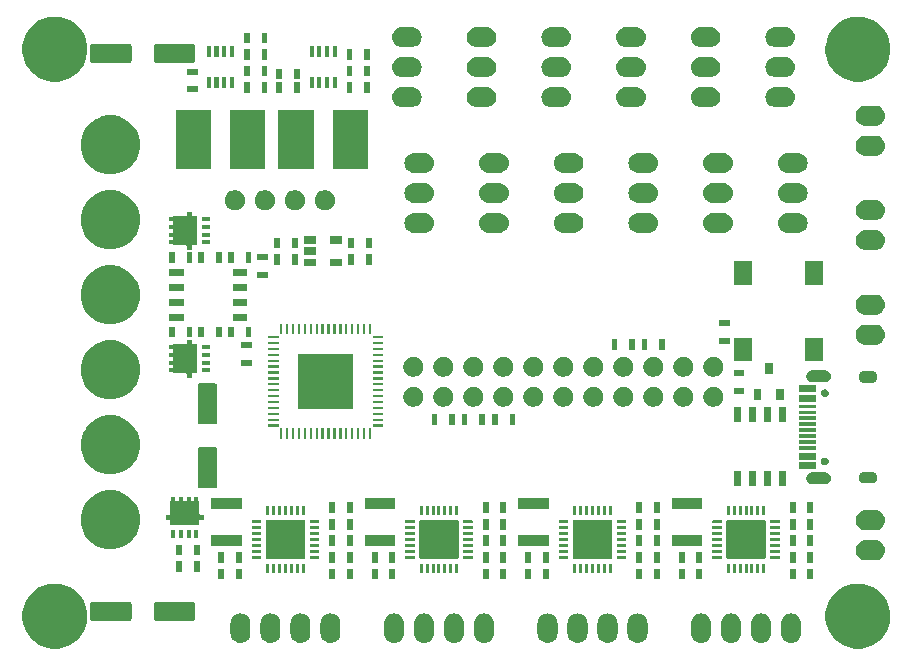
<source format=gbr>
G04 #@! TF.GenerationSoftware,KiCad,Pcbnew,(5.1.5)-3*
G04 #@! TF.CreationDate,2020-02-15T22:09:12+01:00*
G04 #@! TF.ProjectId,c3dpb,63336470-622e-46b6-9963-61645f706362,rev?*
G04 #@! TF.SameCoordinates,Original*
G04 #@! TF.FileFunction,Soldermask,Top*
G04 #@! TF.FilePolarity,Negative*
%FSLAX46Y46*%
G04 Gerber Fmt 4.6, Leading zero omitted, Abs format (unit mm)*
G04 Created by KiCad (PCBNEW (5.1.5)-3) date 2020-02-15 22:09:12*
%MOMM*%
%LPD*%
G04 APERTURE LIST*
%ADD10C,0.100000*%
G04 APERTURE END LIST*
D10*
G36*
X172036498Y-98802841D02*
G01*
X172302146Y-98855681D01*
X172802616Y-99062982D01*
X173253023Y-99363935D01*
X173636065Y-99746977D01*
X173937018Y-100197384D01*
X174144319Y-100697854D01*
X174144319Y-100697855D01*
X174250000Y-101229149D01*
X174250000Y-101770851D01*
X174187859Y-102083253D01*
X174144319Y-102302146D01*
X173937018Y-102802616D01*
X173636065Y-103253023D01*
X173253023Y-103636065D01*
X172802616Y-103937018D01*
X172302146Y-104144319D01*
X172036498Y-104197159D01*
X171770851Y-104250000D01*
X171229149Y-104250000D01*
X170963502Y-104197160D01*
X170697854Y-104144319D01*
X170197384Y-103937018D01*
X169746977Y-103636065D01*
X169363935Y-103253023D01*
X169062982Y-102802616D01*
X168855681Y-102302146D01*
X168812141Y-102083253D01*
X168750000Y-101770851D01*
X168750000Y-101229149D01*
X168855681Y-100697855D01*
X168855681Y-100697854D01*
X169062982Y-100197384D01*
X169363935Y-99746977D01*
X169746977Y-99363935D01*
X170197384Y-99062982D01*
X170697854Y-98855681D01*
X170963502Y-98802841D01*
X171229149Y-98750000D01*
X171770851Y-98750000D01*
X172036498Y-98802841D01*
G37*
G36*
X104036498Y-98802841D02*
G01*
X104302146Y-98855681D01*
X104802616Y-99062982D01*
X105253023Y-99363935D01*
X105636065Y-99746977D01*
X105937018Y-100197384D01*
X106144319Y-100697854D01*
X106144319Y-100697855D01*
X106250000Y-101229149D01*
X106250000Y-101770851D01*
X106187859Y-102083253D01*
X106144319Y-102302146D01*
X105937018Y-102802616D01*
X105636065Y-103253023D01*
X105253023Y-103636065D01*
X104802616Y-103937018D01*
X104302146Y-104144319D01*
X104036498Y-104197159D01*
X103770851Y-104250000D01*
X103229149Y-104250000D01*
X102963502Y-104197160D01*
X102697854Y-104144319D01*
X102197384Y-103937018D01*
X101746977Y-103636065D01*
X101363935Y-103253023D01*
X101062982Y-102802616D01*
X100855681Y-102302146D01*
X100812141Y-102083253D01*
X100750000Y-101770851D01*
X100750000Y-101229149D01*
X100855681Y-100697855D01*
X100855681Y-100697854D01*
X101062982Y-100197384D01*
X101363935Y-99746977D01*
X101746977Y-99363935D01*
X102197384Y-99062982D01*
X102697854Y-98855681D01*
X102963502Y-98802841D01*
X103229149Y-98750000D01*
X103770851Y-98750000D01*
X104036498Y-98802841D01*
G37*
G36*
X166001629Y-101287300D02*
G01*
X166161855Y-101335903D01*
X166309519Y-101414832D01*
X166438948Y-101521052D01*
X166545168Y-101650481D01*
X166624097Y-101798145D01*
X166672700Y-101958371D01*
X166685000Y-102083251D01*
X166685000Y-102966749D01*
X166672700Y-103091629D01*
X166624097Y-103251855D01*
X166545168Y-103399519D01*
X166438948Y-103528948D01*
X166309517Y-103635169D01*
X166229774Y-103677793D01*
X166161854Y-103714097D01*
X166001628Y-103762700D01*
X165835000Y-103779112D01*
X165668371Y-103762700D01*
X165508145Y-103714097D01*
X165360481Y-103635168D01*
X165231052Y-103528948D01*
X165124832Y-103399518D01*
X165045903Y-103251854D01*
X164997300Y-103091628D01*
X164985000Y-102966748D01*
X164985000Y-102083251D01*
X164997301Y-101958371D01*
X165045904Y-101798145D01*
X165124833Y-101650481D01*
X165231053Y-101521052D01*
X165360482Y-101414832D01*
X165508146Y-101335903D01*
X165668372Y-101287300D01*
X165835000Y-101270888D01*
X166001629Y-101287300D01*
G37*
G36*
X137461629Y-101287300D02*
G01*
X137621855Y-101335903D01*
X137769519Y-101414832D01*
X137898948Y-101521052D01*
X138005168Y-101650481D01*
X138084097Y-101798145D01*
X138132700Y-101958371D01*
X138145000Y-102083251D01*
X138145000Y-102966749D01*
X138132700Y-103091629D01*
X138084097Y-103251855D01*
X138005168Y-103399519D01*
X137898948Y-103528948D01*
X137769517Y-103635169D01*
X137689774Y-103677793D01*
X137621854Y-103714097D01*
X137461628Y-103762700D01*
X137295000Y-103779112D01*
X137128371Y-103762700D01*
X136968145Y-103714097D01*
X136820481Y-103635168D01*
X136691052Y-103528948D01*
X136584832Y-103399518D01*
X136505903Y-103251854D01*
X136457300Y-103091628D01*
X136445000Y-102966748D01*
X136445000Y-102083251D01*
X136457301Y-101958371D01*
X136505904Y-101798145D01*
X136584833Y-101650481D01*
X136691053Y-101521052D01*
X136820482Y-101414832D01*
X136968146Y-101335903D01*
X137128372Y-101287300D01*
X137295000Y-101270888D01*
X137461629Y-101287300D01*
G37*
G36*
X158381629Y-101287300D02*
G01*
X158541855Y-101335903D01*
X158689519Y-101414832D01*
X158818948Y-101521052D01*
X158925168Y-101650481D01*
X159004097Y-101798145D01*
X159052700Y-101958371D01*
X159065000Y-102083251D01*
X159065000Y-102966749D01*
X159052700Y-103091629D01*
X159004097Y-103251855D01*
X158925168Y-103399519D01*
X158818948Y-103528948D01*
X158689517Y-103635169D01*
X158609774Y-103677793D01*
X158541854Y-103714097D01*
X158381628Y-103762700D01*
X158215000Y-103779112D01*
X158048371Y-103762700D01*
X157888145Y-103714097D01*
X157740481Y-103635168D01*
X157611052Y-103528948D01*
X157504832Y-103399518D01*
X157425903Y-103251854D01*
X157377300Y-103091628D01*
X157365000Y-102966748D01*
X157365000Y-102083251D01*
X157377301Y-101958371D01*
X157425904Y-101798145D01*
X157504833Y-101650481D01*
X157611053Y-101521052D01*
X157740482Y-101414832D01*
X157888146Y-101335903D01*
X158048372Y-101287300D01*
X158215000Y-101270888D01*
X158381629Y-101287300D01*
G37*
G36*
X153001629Y-101287300D02*
G01*
X153161855Y-101335903D01*
X153309519Y-101414832D01*
X153438948Y-101521052D01*
X153545168Y-101650481D01*
X153624097Y-101798145D01*
X153672700Y-101958371D01*
X153685000Y-102083251D01*
X153685000Y-102966749D01*
X153672700Y-103091629D01*
X153624097Y-103251855D01*
X153545168Y-103399519D01*
X153438948Y-103528948D01*
X153309517Y-103635169D01*
X153229774Y-103677793D01*
X153161854Y-103714097D01*
X153001628Y-103762700D01*
X152835000Y-103779112D01*
X152668371Y-103762700D01*
X152508145Y-103714097D01*
X152360481Y-103635168D01*
X152231052Y-103528948D01*
X152124832Y-103399518D01*
X152045903Y-103251854D01*
X151997300Y-103091628D01*
X151985000Y-102966748D01*
X151985000Y-102083251D01*
X151997301Y-101958371D01*
X152045904Y-101798145D01*
X152124833Y-101650481D01*
X152231053Y-101521052D01*
X152360482Y-101414832D01*
X152508146Y-101335903D01*
X152668372Y-101287300D01*
X152835000Y-101270888D01*
X153001629Y-101287300D01*
G37*
G36*
X150461629Y-101287300D02*
G01*
X150621855Y-101335903D01*
X150769519Y-101414832D01*
X150898948Y-101521052D01*
X151005168Y-101650481D01*
X151084097Y-101798145D01*
X151132700Y-101958371D01*
X151145000Y-102083251D01*
X151145000Y-102966749D01*
X151132700Y-103091629D01*
X151084097Y-103251855D01*
X151005168Y-103399519D01*
X150898948Y-103528948D01*
X150769517Y-103635169D01*
X150689774Y-103677793D01*
X150621854Y-103714097D01*
X150461628Y-103762700D01*
X150295000Y-103779112D01*
X150128371Y-103762700D01*
X149968145Y-103714097D01*
X149820481Y-103635168D01*
X149691052Y-103528948D01*
X149584832Y-103399518D01*
X149505903Y-103251854D01*
X149457300Y-103091628D01*
X149445000Y-102966748D01*
X149445000Y-102083251D01*
X149457301Y-101958371D01*
X149505904Y-101798145D01*
X149584833Y-101650481D01*
X149691053Y-101521052D01*
X149820482Y-101414832D01*
X149968146Y-101335903D01*
X150128372Y-101287300D01*
X150295000Y-101270888D01*
X150461629Y-101287300D01*
G37*
G36*
X147921629Y-101287300D02*
G01*
X148081855Y-101335903D01*
X148229519Y-101414832D01*
X148358948Y-101521052D01*
X148465168Y-101650481D01*
X148544097Y-101798145D01*
X148592700Y-101958371D01*
X148605000Y-102083251D01*
X148605000Y-102966749D01*
X148592700Y-103091629D01*
X148544097Y-103251855D01*
X148465168Y-103399519D01*
X148358948Y-103528948D01*
X148229517Y-103635169D01*
X148149774Y-103677793D01*
X148081854Y-103714097D01*
X147921628Y-103762700D01*
X147755000Y-103779112D01*
X147588371Y-103762700D01*
X147428145Y-103714097D01*
X147280481Y-103635168D01*
X147151052Y-103528948D01*
X147044832Y-103399518D01*
X146965903Y-103251854D01*
X146917300Y-103091628D01*
X146905000Y-102966748D01*
X146905000Y-102083251D01*
X146917301Y-101958371D01*
X146965904Y-101798145D01*
X147044833Y-101650481D01*
X147151053Y-101521052D01*
X147280482Y-101414832D01*
X147428146Y-101335903D01*
X147588372Y-101287300D01*
X147755000Y-101270888D01*
X147921629Y-101287300D01*
G37*
G36*
X145381629Y-101287300D02*
G01*
X145541855Y-101335903D01*
X145689519Y-101414832D01*
X145818948Y-101521052D01*
X145925168Y-101650481D01*
X146004097Y-101798145D01*
X146052700Y-101958371D01*
X146065000Y-102083251D01*
X146065000Y-102966749D01*
X146052700Y-103091629D01*
X146004097Y-103251855D01*
X145925168Y-103399519D01*
X145818948Y-103528948D01*
X145689517Y-103635169D01*
X145609774Y-103677793D01*
X145541854Y-103714097D01*
X145381628Y-103762700D01*
X145215000Y-103779112D01*
X145048371Y-103762700D01*
X144888145Y-103714097D01*
X144740481Y-103635168D01*
X144611052Y-103528948D01*
X144504832Y-103399518D01*
X144425903Y-103251854D01*
X144377300Y-103091628D01*
X144365000Y-102966748D01*
X144365000Y-102083251D01*
X144377301Y-101958371D01*
X144425904Y-101798145D01*
X144504833Y-101650481D01*
X144611053Y-101521052D01*
X144740482Y-101414832D01*
X144888146Y-101335903D01*
X145048372Y-101287300D01*
X145215000Y-101270888D01*
X145381629Y-101287300D01*
G37*
G36*
X140001629Y-101287300D02*
G01*
X140161855Y-101335903D01*
X140309519Y-101414832D01*
X140438948Y-101521052D01*
X140545168Y-101650481D01*
X140624097Y-101798145D01*
X140672700Y-101958371D01*
X140685000Y-102083251D01*
X140685000Y-102966749D01*
X140672700Y-103091629D01*
X140624097Y-103251855D01*
X140545168Y-103399519D01*
X140438948Y-103528948D01*
X140309517Y-103635169D01*
X140229774Y-103677793D01*
X140161854Y-103714097D01*
X140001628Y-103762700D01*
X139835000Y-103779112D01*
X139668371Y-103762700D01*
X139508145Y-103714097D01*
X139360481Y-103635168D01*
X139231052Y-103528948D01*
X139124832Y-103399518D01*
X139045903Y-103251854D01*
X138997300Y-103091628D01*
X138985000Y-102966748D01*
X138985000Y-102083251D01*
X138997301Y-101958371D01*
X139045904Y-101798145D01*
X139124833Y-101650481D01*
X139231053Y-101521052D01*
X139360482Y-101414832D01*
X139508146Y-101335903D01*
X139668372Y-101287300D01*
X139835000Y-101270888D01*
X140001629Y-101287300D01*
G37*
G36*
X134921629Y-101287300D02*
G01*
X135081855Y-101335903D01*
X135229519Y-101414832D01*
X135358948Y-101521052D01*
X135465168Y-101650481D01*
X135544097Y-101798145D01*
X135592700Y-101958371D01*
X135605000Y-102083251D01*
X135605000Y-102966749D01*
X135592700Y-103091629D01*
X135544097Y-103251855D01*
X135465168Y-103399519D01*
X135358948Y-103528948D01*
X135229517Y-103635169D01*
X135149774Y-103677793D01*
X135081854Y-103714097D01*
X134921628Y-103762700D01*
X134755000Y-103779112D01*
X134588371Y-103762700D01*
X134428145Y-103714097D01*
X134280481Y-103635168D01*
X134151052Y-103528948D01*
X134044832Y-103399518D01*
X133965903Y-103251854D01*
X133917300Y-103091628D01*
X133905000Y-102966748D01*
X133905000Y-102083251D01*
X133917301Y-101958371D01*
X133965904Y-101798145D01*
X134044833Y-101650481D01*
X134151053Y-101521052D01*
X134280482Y-101414832D01*
X134428146Y-101335903D01*
X134588372Y-101287300D01*
X134755000Y-101270888D01*
X134921629Y-101287300D01*
G37*
G36*
X127001629Y-101287300D02*
G01*
X127161855Y-101335903D01*
X127309519Y-101414832D01*
X127438948Y-101521052D01*
X127545168Y-101650481D01*
X127624097Y-101798145D01*
X127672700Y-101958371D01*
X127685000Y-102083251D01*
X127685000Y-102966749D01*
X127672700Y-103091629D01*
X127624097Y-103251855D01*
X127545168Y-103399519D01*
X127438948Y-103528948D01*
X127309517Y-103635169D01*
X127229774Y-103677793D01*
X127161854Y-103714097D01*
X127001628Y-103762700D01*
X126835000Y-103779112D01*
X126668371Y-103762700D01*
X126508145Y-103714097D01*
X126360481Y-103635168D01*
X126231052Y-103528948D01*
X126124832Y-103399518D01*
X126045903Y-103251854D01*
X125997300Y-103091628D01*
X125985000Y-102966748D01*
X125985000Y-102083251D01*
X125997301Y-101958371D01*
X126045904Y-101798145D01*
X126124833Y-101650481D01*
X126231053Y-101521052D01*
X126360482Y-101414832D01*
X126508146Y-101335903D01*
X126668372Y-101287300D01*
X126835000Y-101270888D01*
X127001629Y-101287300D01*
G37*
G36*
X124461629Y-101287300D02*
G01*
X124621855Y-101335903D01*
X124769519Y-101414832D01*
X124898948Y-101521052D01*
X125005168Y-101650481D01*
X125084097Y-101798145D01*
X125132700Y-101958371D01*
X125145000Y-102083251D01*
X125145000Y-102966749D01*
X125132700Y-103091629D01*
X125084097Y-103251855D01*
X125005168Y-103399519D01*
X124898948Y-103528948D01*
X124769517Y-103635169D01*
X124689774Y-103677793D01*
X124621854Y-103714097D01*
X124461628Y-103762700D01*
X124295000Y-103779112D01*
X124128371Y-103762700D01*
X123968145Y-103714097D01*
X123820481Y-103635168D01*
X123691052Y-103528948D01*
X123584832Y-103399518D01*
X123505903Y-103251854D01*
X123457300Y-103091628D01*
X123445000Y-102966748D01*
X123445000Y-102083251D01*
X123457301Y-101958371D01*
X123505904Y-101798145D01*
X123584833Y-101650481D01*
X123691053Y-101521052D01*
X123820482Y-101414832D01*
X123968146Y-101335903D01*
X124128372Y-101287300D01*
X124295000Y-101270888D01*
X124461629Y-101287300D01*
G37*
G36*
X121921629Y-101287300D02*
G01*
X122081855Y-101335903D01*
X122229519Y-101414832D01*
X122358948Y-101521052D01*
X122465168Y-101650481D01*
X122544097Y-101798145D01*
X122592700Y-101958371D01*
X122605000Y-102083251D01*
X122605000Y-102966749D01*
X122592700Y-103091629D01*
X122544097Y-103251855D01*
X122465168Y-103399519D01*
X122358948Y-103528948D01*
X122229517Y-103635169D01*
X122149774Y-103677793D01*
X122081854Y-103714097D01*
X121921628Y-103762700D01*
X121755000Y-103779112D01*
X121588371Y-103762700D01*
X121428145Y-103714097D01*
X121280481Y-103635168D01*
X121151052Y-103528948D01*
X121044832Y-103399518D01*
X120965903Y-103251854D01*
X120917300Y-103091628D01*
X120905000Y-102966748D01*
X120905000Y-102083251D01*
X120917301Y-101958371D01*
X120965904Y-101798145D01*
X121044833Y-101650481D01*
X121151053Y-101521052D01*
X121280482Y-101414832D01*
X121428146Y-101335903D01*
X121588372Y-101287300D01*
X121755000Y-101270888D01*
X121921629Y-101287300D01*
G37*
G36*
X119381629Y-101287300D02*
G01*
X119541855Y-101335903D01*
X119689519Y-101414832D01*
X119818948Y-101521052D01*
X119925168Y-101650481D01*
X120004097Y-101798145D01*
X120052700Y-101958371D01*
X120065000Y-102083251D01*
X120065000Y-102966749D01*
X120052700Y-103091629D01*
X120004097Y-103251855D01*
X119925168Y-103399519D01*
X119818948Y-103528948D01*
X119689517Y-103635169D01*
X119609774Y-103677793D01*
X119541854Y-103714097D01*
X119381628Y-103762700D01*
X119215000Y-103779112D01*
X119048371Y-103762700D01*
X118888145Y-103714097D01*
X118740481Y-103635168D01*
X118611052Y-103528948D01*
X118504832Y-103399518D01*
X118425903Y-103251854D01*
X118377300Y-103091628D01*
X118365000Y-102966748D01*
X118365000Y-102083251D01*
X118377301Y-101958371D01*
X118425904Y-101798145D01*
X118504833Y-101650481D01*
X118611053Y-101521052D01*
X118740482Y-101414832D01*
X118888146Y-101335903D01*
X119048372Y-101287300D01*
X119215000Y-101270888D01*
X119381629Y-101287300D01*
G37*
G36*
X160921629Y-101287300D02*
G01*
X161081855Y-101335903D01*
X161229519Y-101414832D01*
X161358948Y-101521052D01*
X161465168Y-101650481D01*
X161544097Y-101798145D01*
X161592700Y-101958371D01*
X161605000Y-102083251D01*
X161605000Y-102966749D01*
X161592700Y-103091629D01*
X161544097Y-103251855D01*
X161465168Y-103399519D01*
X161358948Y-103528948D01*
X161229517Y-103635169D01*
X161149774Y-103677793D01*
X161081854Y-103714097D01*
X160921628Y-103762700D01*
X160755000Y-103779112D01*
X160588371Y-103762700D01*
X160428145Y-103714097D01*
X160280481Y-103635168D01*
X160151052Y-103528948D01*
X160044832Y-103399518D01*
X159965903Y-103251854D01*
X159917300Y-103091628D01*
X159905000Y-102966748D01*
X159905000Y-102083251D01*
X159917301Y-101958371D01*
X159965904Y-101798145D01*
X160044833Y-101650481D01*
X160151053Y-101521052D01*
X160280482Y-101414832D01*
X160428146Y-101335903D01*
X160588372Y-101287300D01*
X160755000Y-101270888D01*
X160921629Y-101287300D01*
G37*
G36*
X163461629Y-101287300D02*
G01*
X163621855Y-101335903D01*
X163769519Y-101414832D01*
X163898948Y-101521052D01*
X164005168Y-101650481D01*
X164084097Y-101798145D01*
X164132700Y-101958371D01*
X164145000Y-102083251D01*
X164145000Y-102966749D01*
X164132700Y-103091629D01*
X164084097Y-103251855D01*
X164005168Y-103399519D01*
X163898948Y-103528948D01*
X163769517Y-103635169D01*
X163689774Y-103677793D01*
X163621854Y-103714097D01*
X163461628Y-103762700D01*
X163295000Y-103779112D01*
X163128371Y-103762700D01*
X162968145Y-103714097D01*
X162820481Y-103635168D01*
X162691052Y-103528948D01*
X162584832Y-103399518D01*
X162505903Y-103251854D01*
X162457300Y-103091628D01*
X162445000Y-102966748D01*
X162445000Y-102083251D01*
X162457301Y-101958371D01*
X162505904Y-101798145D01*
X162584833Y-101650481D01*
X162691053Y-101521052D01*
X162820482Y-101414832D01*
X162968146Y-101335903D01*
X163128372Y-101287300D01*
X163295000Y-101270888D01*
X163461629Y-101287300D01*
G37*
G36*
X132381629Y-101287300D02*
G01*
X132541855Y-101335903D01*
X132689519Y-101414832D01*
X132818948Y-101521052D01*
X132925168Y-101650481D01*
X133004097Y-101798145D01*
X133052700Y-101958371D01*
X133065000Y-102083251D01*
X133065000Y-102966749D01*
X133052700Y-103091629D01*
X133004097Y-103251855D01*
X132925168Y-103399519D01*
X132818948Y-103528948D01*
X132689517Y-103635169D01*
X132609774Y-103677793D01*
X132541854Y-103714097D01*
X132381628Y-103762700D01*
X132215000Y-103779112D01*
X132048371Y-103762700D01*
X131888145Y-103714097D01*
X131740481Y-103635168D01*
X131611052Y-103528948D01*
X131504832Y-103399518D01*
X131425903Y-103251854D01*
X131377300Y-103091628D01*
X131365000Y-102966748D01*
X131365000Y-102083251D01*
X131377301Y-101958371D01*
X131425904Y-101798145D01*
X131504833Y-101650481D01*
X131611053Y-101521052D01*
X131740482Y-101414832D01*
X131888146Y-101335903D01*
X132048372Y-101287300D01*
X132215000Y-101270888D01*
X132381629Y-101287300D01*
G37*
G36*
X115240203Y-100304169D02*
G01*
X115277366Y-100315442D01*
X115311604Y-100333743D01*
X115341622Y-100358378D01*
X115366257Y-100388396D01*
X115384558Y-100422634D01*
X115395831Y-100459797D01*
X115400000Y-100502124D01*
X115400000Y-101697876D01*
X115395831Y-101740203D01*
X115384558Y-101777366D01*
X115366257Y-101811604D01*
X115341622Y-101841622D01*
X115311604Y-101866257D01*
X115277366Y-101884558D01*
X115240203Y-101895831D01*
X115197876Y-101900000D01*
X112102124Y-101900000D01*
X112059797Y-101895831D01*
X112022634Y-101884558D01*
X111988396Y-101866257D01*
X111958378Y-101841622D01*
X111933743Y-101811604D01*
X111915442Y-101777366D01*
X111904169Y-101740203D01*
X111900000Y-101697876D01*
X111900000Y-100502124D01*
X111904169Y-100459797D01*
X111915442Y-100422634D01*
X111933743Y-100388396D01*
X111958378Y-100358378D01*
X111988396Y-100333743D01*
X112022634Y-100315442D01*
X112059797Y-100304169D01*
X112102124Y-100300000D01*
X115197876Y-100300000D01*
X115240203Y-100304169D01*
G37*
G36*
X109840203Y-100304169D02*
G01*
X109877366Y-100315442D01*
X109911604Y-100333743D01*
X109941622Y-100358378D01*
X109966257Y-100388396D01*
X109984558Y-100422634D01*
X109995831Y-100459797D01*
X110000000Y-100502124D01*
X110000000Y-101697876D01*
X109995831Y-101740203D01*
X109984558Y-101777366D01*
X109966257Y-101811604D01*
X109941622Y-101841622D01*
X109911604Y-101866257D01*
X109877366Y-101884558D01*
X109840203Y-101895831D01*
X109797876Y-101900000D01*
X106702124Y-101900000D01*
X106659797Y-101895831D01*
X106622634Y-101884558D01*
X106588396Y-101866257D01*
X106558378Y-101841622D01*
X106533743Y-101811604D01*
X106515442Y-101777366D01*
X106504169Y-101740203D01*
X106500000Y-101697876D01*
X106500000Y-100502124D01*
X106504169Y-100459797D01*
X106515442Y-100422634D01*
X106533743Y-100388396D01*
X106558378Y-100358378D01*
X106588396Y-100333743D01*
X106622634Y-100315442D01*
X106659797Y-100304169D01*
X106702124Y-100300000D01*
X109797876Y-100300000D01*
X109840203Y-100304169D01*
G37*
G36*
X128725000Y-98375000D02*
G01*
X128225000Y-98375000D01*
X128225000Y-97475000D01*
X128725000Y-97475000D01*
X128725000Y-98375000D01*
G37*
G36*
X119325000Y-98375000D02*
G01*
X118825000Y-98375000D01*
X118825000Y-97475000D01*
X119325000Y-97475000D01*
X119325000Y-98375000D01*
G37*
G36*
X130825000Y-98375000D02*
G01*
X130325000Y-98375000D01*
X130325000Y-97475000D01*
X130825000Y-97475000D01*
X130825000Y-98375000D01*
G37*
G36*
X132325000Y-98375000D02*
G01*
X131825000Y-98375000D01*
X131825000Y-97475000D01*
X132325000Y-97475000D01*
X132325000Y-98375000D01*
G37*
G36*
X143825000Y-98375000D02*
G01*
X143325000Y-98375000D01*
X143325000Y-97475000D01*
X143825000Y-97475000D01*
X143825000Y-98375000D01*
G37*
G36*
X145325000Y-98375000D02*
G01*
X144825000Y-98375000D01*
X144825000Y-97475000D01*
X145325000Y-97475000D01*
X145325000Y-98375000D01*
G37*
G36*
X127225000Y-98375000D02*
G01*
X126725000Y-98375000D01*
X126725000Y-97475000D01*
X127225000Y-97475000D01*
X127225000Y-98375000D01*
G37*
G36*
X141725000Y-98375000D02*
G01*
X141225000Y-98375000D01*
X141225000Y-97475000D01*
X141725000Y-97475000D01*
X141725000Y-98375000D01*
G37*
G36*
X154725000Y-98375000D02*
G01*
X154225000Y-98375000D01*
X154225000Y-97475000D01*
X154725000Y-97475000D01*
X154725000Y-98375000D01*
G37*
G36*
X140225000Y-98375000D02*
G01*
X139725000Y-98375000D01*
X139725000Y-97475000D01*
X140225000Y-97475000D01*
X140225000Y-98375000D01*
G37*
G36*
X153225000Y-98375000D02*
G01*
X152725000Y-98375000D01*
X152725000Y-97475000D01*
X153225000Y-97475000D01*
X153225000Y-98375000D01*
G37*
G36*
X166225000Y-98375000D02*
G01*
X165725000Y-98375000D01*
X165725000Y-97475000D01*
X166225000Y-97475000D01*
X166225000Y-98375000D01*
G37*
G36*
X167725000Y-98375000D02*
G01*
X167225000Y-98375000D01*
X167225000Y-97475000D01*
X167725000Y-97475000D01*
X167725000Y-98375000D01*
G37*
G36*
X117825000Y-98375000D02*
G01*
X117325000Y-98375000D01*
X117325000Y-97475000D01*
X117825000Y-97475000D01*
X117825000Y-98375000D01*
G37*
G36*
X158325000Y-98375000D02*
G01*
X157825000Y-98375000D01*
X157825000Y-97475000D01*
X158325000Y-97475000D01*
X158325000Y-98375000D01*
G37*
G36*
X156825000Y-98375000D02*
G01*
X156325000Y-98375000D01*
X156325000Y-97475000D01*
X156825000Y-97475000D01*
X156825000Y-98375000D01*
G37*
G36*
X137629806Y-97075836D02*
G01*
X137634426Y-97077237D01*
X137638687Y-97079515D01*
X137642421Y-97082579D01*
X137645485Y-97086313D01*
X137647763Y-97090574D01*
X137649164Y-97095194D01*
X137650000Y-97103683D01*
X137650000Y-97846317D01*
X137649164Y-97854806D01*
X137647763Y-97859426D01*
X137645485Y-97863687D01*
X137642421Y-97867421D01*
X137638687Y-97870485D01*
X137634426Y-97872763D01*
X137629806Y-97874164D01*
X137621317Y-97875000D01*
X137428683Y-97875000D01*
X137420194Y-97874164D01*
X137415574Y-97872763D01*
X137411313Y-97870485D01*
X137407579Y-97867421D01*
X137404515Y-97863687D01*
X137402237Y-97859426D01*
X137400836Y-97854806D01*
X137400000Y-97846317D01*
X137400000Y-97103683D01*
X137400836Y-97095194D01*
X137402237Y-97090574D01*
X137404515Y-97086313D01*
X137407579Y-97082579D01*
X137411313Y-97079515D01*
X137415574Y-97077237D01*
X137420194Y-97075836D01*
X137428683Y-97075000D01*
X137621317Y-97075000D01*
X137629806Y-97075836D01*
G37*
G36*
X123129806Y-97075836D02*
G01*
X123134426Y-97077237D01*
X123138687Y-97079515D01*
X123142421Y-97082579D01*
X123145485Y-97086313D01*
X123147763Y-97090574D01*
X123149164Y-97095194D01*
X123150000Y-97103683D01*
X123150000Y-97846317D01*
X123149164Y-97854806D01*
X123147763Y-97859426D01*
X123145485Y-97863687D01*
X123142421Y-97867421D01*
X123138687Y-97870485D01*
X123134426Y-97872763D01*
X123129806Y-97874164D01*
X123121317Y-97875000D01*
X122928683Y-97875000D01*
X122920194Y-97874164D01*
X122915574Y-97872763D01*
X122911313Y-97870485D01*
X122907579Y-97867421D01*
X122904515Y-97863687D01*
X122902237Y-97859426D01*
X122900836Y-97854806D01*
X122900000Y-97846317D01*
X122900000Y-97103683D01*
X122900836Y-97095194D01*
X122902237Y-97090574D01*
X122904515Y-97086313D01*
X122907579Y-97082579D01*
X122911313Y-97079515D01*
X122915574Y-97077237D01*
X122920194Y-97075836D01*
X122928683Y-97075000D01*
X123121317Y-97075000D01*
X123129806Y-97075836D01*
G37*
G36*
X160629806Y-97075836D02*
G01*
X160634426Y-97077237D01*
X160638687Y-97079515D01*
X160642421Y-97082579D01*
X160645485Y-97086313D01*
X160647763Y-97090574D01*
X160649164Y-97095194D01*
X160650000Y-97103683D01*
X160650000Y-97846317D01*
X160649164Y-97854806D01*
X160647763Y-97859426D01*
X160645485Y-97863687D01*
X160642421Y-97867421D01*
X160638687Y-97870485D01*
X160634426Y-97872763D01*
X160629806Y-97874164D01*
X160621317Y-97875000D01*
X160428683Y-97875000D01*
X160420194Y-97874164D01*
X160415574Y-97872763D01*
X160411313Y-97870485D01*
X160407579Y-97867421D01*
X160404515Y-97863687D01*
X160402237Y-97859426D01*
X160400836Y-97854806D01*
X160400000Y-97846317D01*
X160400000Y-97103683D01*
X160400836Y-97095194D01*
X160402237Y-97090574D01*
X160404515Y-97086313D01*
X160407579Y-97082579D01*
X160411313Y-97079515D01*
X160415574Y-97077237D01*
X160420194Y-97075836D01*
X160428683Y-97075000D01*
X160621317Y-97075000D01*
X160629806Y-97075836D01*
G37*
G36*
X124629806Y-97075836D02*
G01*
X124634426Y-97077237D01*
X124638687Y-97079515D01*
X124642421Y-97082579D01*
X124645485Y-97086313D01*
X124647763Y-97090574D01*
X124649164Y-97095194D01*
X124650000Y-97103683D01*
X124650000Y-97846317D01*
X124649164Y-97854806D01*
X124647763Y-97859426D01*
X124645485Y-97863687D01*
X124642421Y-97867421D01*
X124638687Y-97870485D01*
X124634426Y-97872763D01*
X124629806Y-97874164D01*
X124621317Y-97875000D01*
X124428683Y-97875000D01*
X124420194Y-97874164D01*
X124415574Y-97872763D01*
X124411313Y-97870485D01*
X124407579Y-97867421D01*
X124404515Y-97863687D01*
X124402237Y-97859426D01*
X124400836Y-97854806D01*
X124400000Y-97846317D01*
X124400000Y-97103683D01*
X124400836Y-97095194D01*
X124402237Y-97090574D01*
X124404515Y-97086313D01*
X124407579Y-97082579D01*
X124411313Y-97079515D01*
X124415574Y-97077237D01*
X124420194Y-97075836D01*
X124428683Y-97075000D01*
X124621317Y-97075000D01*
X124629806Y-97075836D01*
G37*
G36*
X124129806Y-97075836D02*
G01*
X124134426Y-97077237D01*
X124138687Y-97079515D01*
X124142421Y-97082579D01*
X124145485Y-97086313D01*
X124147763Y-97090574D01*
X124149164Y-97095194D01*
X124150000Y-97103683D01*
X124150000Y-97846317D01*
X124149164Y-97854806D01*
X124147763Y-97859426D01*
X124145485Y-97863687D01*
X124142421Y-97867421D01*
X124138687Y-97870485D01*
X124134426Y-97872763D01*
X124129806Y-97874164D01*
X124121317Y-97875000D01*
X123928683Y-97875000D01*
X123920194Y-97874164D01*
X123915574Y-97872763D01*
X123911313Y-97870485D01*
X123907579Y-97867421D01*
X123904515Y-97863687D01*
X123902237Y-97859426D01*
X123900836Y-97854806D01*
X123900000Y-97846317D01*
X123900000Y-97103683D01*
X123900836Y-97095194D01*
X123902237Y-97090574D01*
X123904515Y-97086313D01*
X123907579Y-97082579D01*
X123911313Y-97079515D01*
X123915574Y-97077237D01*
X123920194Y-97075836D01*
X123928683Y-97075000D01*
X124121317Y-97075000D01*
X124129806Y-97075836D01*
G37*
G36*
X123629806Y-97075836D02*
G01*
X123634426Y-97077237D01*
X123638687Y-97079515D01*
X123642421Y-97082579D01*
X123645485Y-97086313D01*
X123647763Y-97090574D01*
X123649164Y-97095194D01*
X123650000Y-97103683D01*
X123650000Y-97846317D01*
X123649164Y-97854806D01*
X123647763Y-97859426D01*
X123645485Y-97863687D01*
X123642421Y-97867421D01*
X123638687Y-97870485D01*
X123634426Y-97872763D01*
X123629806Y-97874164D01*
X123621317Y-97875000D01*
X123428683Y-97875000D01*
X123420194Y-97874164D01*
X123415574Y-97872763D01*
X123411313Y-97870485D01*
X123407579Y-97867421D01*
X123404515Y-97863687D01*
X123402237Y-97859426D01*
X123400836Y-97854806D01*
X123400000Y-97846317D01*
X123400000Y-97103683D01*
X123400836Y-97095194D01*
X123402237Y-97090574D01*
X123404515Y-97086313D01*
X123407579Y-97082579D01*
X123411313Y-97079515D01*
X123415574Y-97077237D01*
X123420194Y-97075836D01*
X123428683Y-97075000D01*
X123621317Y-97075000D01*
X123629806Y-97075836D01*
G37*
G36*
X135629806Y-97075836D02*
G01*
X135634426Y-97077237D01*
X135638687Y-97079515D01*
X135642421Y-97082579D01*
X135645485Y-97086313D01*
X135647763Y-97090574D01*
X135649164Y-97095194D01*
X135650000Y-97103683D01*
X135650000Y-97846317D01*
X135649164Y-97854806D01*
X135647763Y-97859426D01*
X135645485Y-97863687D01*
X135642421Y-97867421D01*
X135638687Y-97870485D01*
X135634426Y-97872763D01*
X135629806Y-97874164D01*
X135621317Y-97875000D01*
X135428683Y-97875000D01*
X135420194Y-97874164D01*
X135415574Y-97872763D01*
X135411313Y-97870485D01*
X135407579Y-97867421D01*
X135404515Y-97863687D01*
X135402237Y-97859426D01*
X135400836Y-97854806D01*
X135400000Y-97846317D01*
X135400000Y-97103683D01*
X135400836Y-97095194D01*
X135402237Y-97090574D01*
X135404515Y-97086313D01*
X135407579Y-97082579D01*
X135411313Y-97079515D01*
X135415574Y-97077237D01*
X135420194Y-97075836D01*
X135428683Y-97075000D01*
X135621317Y-97075000D01*
X135629806Y-97075836D01*
G37*
G36*
X122629806Y-97075836D02*
G01*
X122634426Y-97077237D01*
X122638687Y-97079515D01*
X122642421Y-97082579D01*
X122645485Y-97086313D01*
X122647763Y-97090574D01*
X122649164Y-97095194D01*
X122650000Y-97103683D01*
X122650000Y-97846317D01*
X122649164Y-97854806D01*
X122647763Y-97859426D01*
X122645485Y-97863687D01*
X122642421Y-97867421D01*
X122638687Y-97870485D01*
X122634426Y-97872763D01*
X122629806Y-97874164D01*
X122621317Y-97875000D01*
X122428683Y-97875000D01*
X122420194Y-97874164D01*
X122415574Y-97872763D01*
X122411313Y-97870485D01*
X122407579Y-97867421D01*
X122404515Y-97863687D01*
X122402237Y-97859426D01*
X122400836Y-97854806D01*
X122400000Y-97846317D01*
X122400000Y-97103683D01*
X122400836Y-97095194D01*
X122402237Y-97090574D01*
X122404515Y-97086313D01*
X122407579Y-97082579D01*
X122411313Y-97079515D01*
X122415574Y-97077237D01*
X122420194Y-97075836D01*
X122428683Y-97075000D01*
X122621317Y-97075000D01*
X122629806Y-97075836D01*
G37*
G36*
X121629806Y-97075836D02*
G01*
X121634426Y-97077237D01*
X121638687Y-97079515D01*
X121642421Y-97082579D01*
X121645485Y-97086313D01*
X121647763Y-97090574D01*
X121649164Y-97095194D01*
X121650000Y-97103683D01*
X121650000Y-97846317D01*
X121649164Y-97854806D01*
X121647763Y-97859426D01*
X121645485Y-97863687D01*
X121642421Y-97867421D01*
X121638687Y-97870485D01*
X121634426Y-97872763D01*
X121629806Y-97874164D01*
X121621317Y-97875000D01*
X121428683Y-97875000D01*
X121420194Y-97874164D01*
X121415574Y-97872763D01*
X121411313Y-97870485D01*
X121407579Y-97867421D01*
X121404515Y-97863687D01*
X121402237Y-97859426D01*
X121400836Y-97854806D01*
X121400000Y-97846317D01*
X121400000Y-97103683D01*
X121400836Y-97095194D01*
X121402237Y-97090574D01*
X121404515Y-97086313D01*
X121407579Y-97082579D01*
X121411313Y-97079515D01*
X121415574Y-97077237D01*
X121420194Y-97075836D01*
X121428683Y-97075000D01*
X121621317Y-97075000D01*
X121629806Y-97075836D01*
G37*
G36*
X163629806Y-97075836D02*
G01*
X163634426Y-97077237D01*
X163638687Y-97079515D01*
X163642421Y-97082579D01*
X163645485Y-97086313D01*
X163647763Y-97090574D01*
X163649164Y-97095194D01*
X163650000Y-97103683D01*
X163650000Y-97846317D01*
X163649164Y-97854806D01*
X163647763Y-97859426D01*
X163645485Y-97863687D01*
X163642421Y-97867421D01*
X163638687Y-97870485D01*
X163634426Y-97872763D01*
X163629806Y-97874164D01*
X163621317Y-97875000D01*
X163428683Y-97875000D01*
X163420194Y-97874164D01*
X163415574Y-97872763D01*
X163411313Y-97870485D01*
X163407579Y-97867421D01*
X163404515Y-97863687D01*
X163402237Y-97859426D01*
X163400836Y-97854806D01*
X163400000Y-97846317D01*
X163400000Y-97103683D01*
X163400836Y-97095194D01*
X163402237Y-97090574D01*
X163404515Y-97086313D01*
X163407579Y-97082579D01*
X163411313Y-97079515D01*
X163415574Y-97077237D01*
X163420194Y-97075836D01*
X163428683Y-97075000D01*
X163621317Y-97075000D01*
X163629806Y-97075836D01*
G37*
G36*
X137129806Y-97075836D02*
G01*
X137134426Y-97077237D01*
X137138687Y-97079515D01*
X137142421Y-97082579D01*
X137145485Y-97086313D01*
X137147763Y-97090574D01*
X137149164Y-97095194D01*
X137150000Y-97103683D01*
X137150000Y-97846317D01*
X137149164Y-97854806D01*
X137147763Y-97859426D01*
X137145485Y-97863687D01*
X137142421Y-97867421D01*
X137138687Y-97870485D01*
X137134426Y-97872763D01*
X137129806Y-97874164D01*
X137121317Y-97875000D01*
X136928683Y-97875000D01*
X136920194Y-97874164D01*
X136915574Y-97872763D01*
X136911313Y-97870485D01*
X136907579Y-97867421D01*
X136904515Y-97863687D01*
X136902237Y-97859426D01*
X136900836Y-97854806D01*
X136900000Y-97846317D01*
X136900000Y-97103683D01*
X136900836Y-97095194D01*
X136902237Y-97090574D01*
X136904515Y-97086313D01*
X136907579Y-97082579D01*
X136911313Y-97079515D01*
X136915574Y-97077237D01*
X136920194Y-97075836D01*
X136928683Y-97075000D01*
X137121317Y-97075000D01*
X137129806Y-97075836D01*
G37*
G36*
X136629806Y-97075836D02*
G01*
X136634426Y-97077237D01*
X136638687Y-97079515D01*
X136642421Y-97082579D01*
X136645485Y-97086313D01*
X136647763Y-97090574D01*
X136649164Y-97095194D01*
X136650000Y-97103683D01*
X136650000Y-97846317D01*
X136649164Y-97854806D01*
X136647763Y-97859426D01*
X136645485Y-97863687D01*
X136642421Y-97867421D01*
X136638687Y-97870485D01*
X136634426Y-97872763D01*
X136629806Y-97874164D01*
X136621317Y-97875000D01*
X136428683Y-97875000D01*
X136420194Y-97874164D01*
X136415574Y-97872763D01*
X136411313Y-97870485D01*
X136407579Y-97867421D01*
X136404515Y-97863687D01*
X136402237Y-97859426D01*
X136400836Y-97854806D01*
X136400000Y-97846317D01*
X136400000Y-97103683D01*
X136400836Y-97095194D01*
X136402237Y-97090574D01*
X136404515Y-97086313D01*
X136407579Y-97082579D01*
X136411313Y-97079515D01*
X136415574Y-97077237D01*
X136420194Y-97075836D01*
X136428683Y-97075000D01*
X136621317Y-97075000D01*
X136629806Y-97075836D01*
G37*
G36*
X136129806Y-97075836D02*
G01*
X136134426Y-97077237D01*
X136138687Y-97079515D01*
X136142421Y-97082579D01*
X136145485Y-97086313D01*
X136147763Y-97090574D01*
X136149164Y-97095194D01*
X136150000Y-97103683D01*
X136150000Y-97846317D01*
X136149164Y-97854806D01*
X136147763Y-97859426D01*
X136145485Y-97863687D01*
X136142421Y-97867421D01*
X136138687Y-97870485D01*
X136134426Y-97872763D01*
X136129806Y-97874164D01*
X136121317Y-97875000D01*
X135928683Y-97875000D01*
X135920194Y-97874164D01*
X135915574Y-97872763D01*
X135911313Y-97870485D01*
X135907579Y-97867421D01*
X135904515Y-97863687D01*
X135902237Y-97859426D01*
X135900836Y-97854806D01*
X135900000Y-97846317D01*
X135900000Y-97103683D01*
X135900836Y-97095194D01*
X135902237Y-97090574D01*
X135904515Y-97086313D01*
X135907579Y-97082579D01*
X135911313Y-97079515D01*
X135915574Y-97077237D01*
X135920194Y-97075836D01*
X135928683Y-97075000D01*
X136121317Y-97075000D01*
X136129806Y-97075836D01*
G37*
G36*
X162129806Y-97075836D02*
G01*
X162134426Y-97077237D01*
X162138687Y-97079515D01*
X162142421Y-97082579D01*
X162145485Y-97086313D01*
X162147763Y-97090574D01*
X162149164Y-97095194D01*
X162150000Y-97103683D01*
X162150000Y-97846317D01*
X162149164Y-97854806D01*
X162147763Y-97859426D01*
X162145485Y-97863687D01*
X162142421Y-97867421D01*
X162138687Y-97870485D01*
X162134426Y-97872763D01*
X162129806Y-97874164D01*
X162121317Y-97875000D01*
X161928683Y-97875000D01*
X161920194Y-97874164D01*
X161915574Y-97872763D01*
X161911313Y-97870485D01*
X161907579Y-97867421D01*
X161904515Y-97863687D01*
X161902237Y-97859426D01*
X161900836Y-97854806D01*
X161900000Y-97846317D01*
X161900000Y-97103683D01*
X161900836Y-97095194D01*
X161902237Y-97090574D01*
X161904515Y-97086313D01*
X161907579Y-97082579D01*
X161911313Y-97079515D01*
X161915574Y-97077237D01*
X161920194Y-97075836D01*
X161928683Y-97075000D01*
X162121317Y-97075000D01*
X162129806Y-97075836D01*
G37*
G36*
X148129806Y-97075836D02*
G01*
X148134426Y-97077237D01*
X148138687Y-97079515D01*
X148142421Y-97082579D01*
X148145485Y-97086313D01*
X148147763Y-97090574D01*
X148149164Y-97095194D01*
X148150000Y-97103683D01*
X148150000Y-97846317D01*
X148149164Y-97854806D01*
X148147763Y-97859426D01*
X148145485Y-97863687D01*
X148142421Y-97867421D01*
X148138687Y-97870485D01*
X148134426Y-97872763D01*
X148129806Y-97874164D01*
X148121317Y-97875000D01*
X147928683Y-97875000D01*
X147920194Y-97874164D01*
X147915574Y-97872763D01*
X147911313Y-97870485D01*
X147907579Y-97867421D01*
X147904515Y-97863687D01*
X147902237Y-97859426D01*
X147900836Y-97854806D01*
X147900000Y-97846317D01*
X147900000Y-97103683D01*
X147900836Y-97095194D01*
X147902237Y-97090574D01*
X147904515Y-97086313D01*
X147907579Y-97082579D01*
X147911313Y-97079515D01*
X147915574Y-97077237D01*
X147920194Y-97075836D01*
X147928683Y-97075000D01*
X148121317Y-97075000D01*
X148129806Y-97075836D01*
G37*
G36*
X150129806Y-97075836D02*
G01*
X150134426Y-97077237D01*
X150138687Y-97079515D01*
X150142421Y-97082579D01*
X150145485Y-97086313D01*
X150147763Y-97090574D01*
X150149164Y-97095194D01*
X150150000Y-97103683D01*
X150150000Y-97846317D01*
X150149164Y-97854806D01*
X150147763Y-97859426D01*
X150145485Y-97863687D01*
X150142421Y-97867421D01*
X150138687Y-97870485D01*
X150134426Y-97872763D01*
X150129806Y-97874164D01*
X150121317Y-97875000D01*
X149928683Y-97875000D01*
X149920194Y-97874164D01*
X149915574Y-97872763D01*
X149911313Y-97870485D01*
X149907579Y-97867421D01*
X149904515Y-97863687D01*
X149902237Y-97859426D01*
X149900836Y-97854806D01*
X149900000Y-97846317D01*
X149900000Y-97103683D01*
X149900836Y-97095194D01*
X149902237Y-97090574D01*
X149904515Y-97086313D01*
X149907579Y-97082579D01*
X149911313Y-97079515D01*
X149915574Y-97077237D01*
X149920194Y-97075836D01*
X149928683Y-97075000D01*
X150121317Y-97075000D01*
X150129806Y-97075836D01*
G37*
G36*
X161129806Y-97075836D02*
G01*
X161134426Y-97077237D01*
X161138687Y-97079515D01*
X161142421Y-97082579D01*
X161145485Y-97086313D01*
X161147763Y-97090574D01*
X161149164Y-97095194D01*
X161150000Y-97103683D01*
X161150000Y-97846317D01*
X161149164Y-97854806D01*
X161147763Y-97859426D01*
X161145485Y-97863687D01*
X161142421Y-97867421D01*
X161138687Y-97870485D01*
X161134426Y-97872763D01*
X161129806Y-97874164D01*
X161121317Y-97875000D01*
X160928683Y-97875000D01*
X160920194Y-97874164D01*
X160915574Y-97872763D01*
X160911313Y-97870485D01*
X160907579Y-97867421D01*
X160904515Y-97863687D01*
X160902237Y-97859426D01*
X160900836Y-97854806D01*
X160900000Y-97846317D01*
X160900000Y-97103683D01*
X160900836Y-97095194D01*
X160902237Y-97090574D01*
X160904515Y-97086313D01*
X160907579Y-97082579D01*
X160911313Y-97079515D01*
X160915574Y-97077237D01*
X160920194Y-97075836D01*
X160928683Y-97075000D01*
X161121317Y-97075000D01*
X161129806Y-97075836D01*
G37*
G36*
X134629806Y-97075836D02*
G01*
X134634426Y-97077237D01*
X134638687Y-97079515D01*
X134642421Y-97082579D01*
X134645485Y-97086313D01*
X134647763Y-97090574D01*
X134649164Y-97095194D01*
X134650000Y-97103683D01*
X134650000Y-97846317D01*
X134649164Y-97854806D01*
X134647763Y-97859426D01*
X134645485Y-97863687D01*
X134642421Y-97867421D01*
X134638687Y-97870485D01*
X134634426Y-97872763D01*
X134629806Y-97874164D01*
X134621317Y-97875000D01*
X134428683Y-97875000D01*
X134420194Y-97874164D01*
X134415574Y-97872763D01*
X134411313Y-97870485D01*
X134407579Y-97867421D01*
X134404515Y-97863687D01*
X134402237Y-97859426D01*
X134400836Y-97854806D01*
X134400000Y-97846317D01*
X134400000Y-97103683D01*
X134400836Y-97095194D01*
X134402237Y-97090574D01*
X134404515Y-97086313D01*
X134407579Y-97082579D01*
X134411313Y-97079515D01*
X134415574Y-97077237D01*
X134420194Y-97075836D01*
X134428683Y-97075000D01*
X134621317Y-97075000D01*
X134629806Y-97075836D01*
G37*
G36*
X150629806Y-97075836D02*
G01*
X150634426Y-97077237D01*
X150638687Y-97079515D01*
X150642421Y-97082579D01*
X150645485Y-97086313D01*
X150647763Y-97090574D01*
X150649164Y-97095194D01*
X150650000Y-97103683D01*
X150650000Y-97846317D01*
X150649164Y-97854806D01*
X150647763Y-97859426D01*
X150645485Y-97863687D01*
X150642421Y-97867421D01*
X150638687Y-97870485D01*
X150634426Y-97872763D01*
X150629806Y-97874164D01*
X150621317Y-97875000D01*
X150428683Y-97875000D01*
X150420194Y-97874164D01*
X150415574Y-97872763D01*
X150411313Y-97870485D01*
X150407579Y-97867421D01*
X150404515Y-97863687D01*
X150402237Y-97859426D01*
X150400836Y-97854806D01*
X150400000Y-97846317D01*
X150400000Y-97103683D01*
X150400836Y-97095194D01*
X150402237Y-97090574D01*
X150404515Y-97086313D01*
X150407579Y-97082579D01*
X150411313Y-97079515D01*
X150415574Y-97077237D01*
X150420194Y-97075836D01*
X150428683Y-97075000D01*
X150621317Y-97075000D01*
X150629806Y-97075836D01*
G37*
G36*
X135129806Y-97075836D02*
G01*
X135134426Y-97077237D01*
X135138687Y-97079515D01*
X135142421Y-97082579D01*
X135145485Y-97086313D01*
X135147763Y-97090574D01*
X135149164Y-97095194D01*
X135150000Y-97103683D01*
X135150000Y-97846317D01*
X135149164Y-97854806D01*
X135147763Y-97859426D01*
X135145485Y-97863687D01*
X135142421Y-97867421D01*
X135138687Y-97870485D01*
X135134426Y-97872763D01*
X135129806Y-97874164D01*
X135121317Y-97875000D01*
X134928683Y-97875000D01*
X134920194Y-97874164D01*
X134915574Y-97872763D01*
X134911313Y-97870485D01*
X134907579Y-97867421D01*
X134904515Y-97863687D01*
X134902237Y-97859426D01*
X134900836Y-97854806D01*
X134900000Y-97846317D01*
X134900000Y-97103683D01*
X134900836Y-97095194D01*
X134902237Y-97090574D01*
X134904515Y-97086313D01*
X134907579Y-97082579D01*
X134911313Y-97079515D01*
X134915574Y-97077237D01*
X134920194Y-97075836D01*
X134928683Y-97075000D01*
X135121317Y-97075000D01*
X135129806Y-97075836D01*
G37*
G36*
X161629806Y-97075836D02*
G01*
X161634426Y-97077237D01*
X161638687Y-97079515D01*
X161642421Y-97082579D01*
X161645485Y-97086313D01*
X161647763Y-97090574D01*
X161649164Y-97095194D01*
X161650000Y-97103683D01*
X161650000Y-97846317D01*
X161649164Y-97854806D01*
X161647763Y-97859426D01*
X161645485Y-97863687D01*
X161642421Y-97867421D01*
X161638687Y-97870485D01*
X161634426Y-97872763D01*
X161629806Y-97874164D01*
X161621317Y-97875000D01*
X161428683Y-97875000D01*
X161420194Y-97874164D01*
X161415574Y-97872763D01*
X161411313Y-97870485D01*
X161407579Y-97867421D01*
X161404515Y-97863687D01*
X161402237Y-97859426D01*
X161400836Y-97854806D01*
X161400000Y-97846317D01*
X161400000Y-97103683D01*
X161400836Y-97095194D01*
X161402237Y-97090574D01*
X161404515Y-97086313D01*
X161407579Y-97082579D01*
X161411313Y-97079515D01*
X161415574Y-97077237D01*
X161420194Y-97075836D01*
X161428683Y-97075000D01*
X161621317Y-97075000D01*
X161629806Y-97075836D01*
G37*
G36*
X162629806Y-97075836D02*
G01*
X162634426Y-97077237D01*
X162638687Y-97079515D01*
X162642421Y-97082579D01*
X162645485Y-97086313D01*
X162647763Y-97090574D01*
X162649164Y-97095194D01*
X162650000Y-97103683D01*
X162650000Y-97846317D01*
X162649164Y-97854806D01*
X162647763Y-97859426D01*
X162645485Y-97863687D01*
X162642421Y-97867421D01*
X162638687Y-97870485D01*
X162634426Y-97872763D01*
X162629806Y-97874164D01*
X162621317Y-97875000D01*
X162428683Y-97875000D01*
X162420194Y-97874164D01*
X162415574Y-97872763D01*
X162411313Y-97870485D01*
X162407579Y-97867421D01*
X162404515Y-97863687D01*
X162402237Y-97859426D01*
X162400836Y-97854806D01*
X162400000Y-97846317D01*
X162400000Y-97103683D01*
X162400836Y-97095194D01*
X162402237Y-97090574D01*
X162404515Y-97086313D01*
X162407579Y-97082579D01*
X162411313Y-97079515D01*
X162415574Y-97077237D01*
X162420194Y-97075836D01*
X162428683Y-97075000D01*
X162621317Y-97075000D01*
X162629806Y-97075836D01*
G37*
G36*
X163129806Y-97075836D02*
G01*
X163134426Y-97077237D01*
X163138687Y-97079515D01*
X163142421Y-97082579D01*
X163145485Y-97086313D01*
X163147763Y-97090574D01*
X163149164Y-97095194D01*
X163150000Y-97103683D01*
X163150000Y-97846317D01*
X163149164Y-97854806D01*
X163147763Y-97859426D01*
X163145485Y-97863687D01*
X163142421Y-97867421D01*
X163138687Y-97870485D01*
X163134426Y-97872763D01*
X163129806Y-97874164D01*
X163121317Y-97875000D01*
X162928683Y-97875000D01*
X162920194Y-97874164D01*
X162915574Y-97872763D01*
X162911313Y-97870485D01*
X162907579Y-97867421D01*
X162904515Y-97863687D01*
X162902237Y-97859426D01*
X162900836Y-97854806D01*
X162900000Y-97846317D01*
X162900000Y-97103683D01*
X162900836Y-97095194D01*
X162902237Y-97090574D01*
X162904515Y-97086313D01*
X162907579Y-97082579D01*
X162911313Y-97079515D01*
X162915574Y-97077237D01*
X162920194Y-97075836D01*
X162928683Y-97075000D01*
X163121317Y-97075000D01*
X163129806Y-97075836D01*
G37*
G36*
X122129806Y-97075836D02*
G01*
X122134426Y-97077237D01*
X122138687Y-97079515D01*
X122142421Y-97082579D01*
X122145485Y-97086313D01*
X122147763Y-97090574D01*
X122149164Y-97095194D01*
X122150000Y-97103683D01*
X122150000Y-97846317D01*
X122149164Y-97854806D01*
X122147763Y-97859426D01*
X122145485Y-97863687D01*
X122142421Y-97867421D01*
X122138687Y-97870485D01*
X122134426Y-97872763D01*
X122129806Y-97874164D01*
X122121317Y-97875000D01*
X121928683Y-97875000D01*
X121920194Y-97874164D01*
X121915574Y-97872763D01*
X121911313Y-97870485D01*
X121907579Y-97867421D01*
X121904515Y-97863687D01*
X121902237Y-97859426D01*
X121900836Y-97854806D01*
X121900000Y-97846317D01*
X121900000Y-97103683D01*
X121900836Y-97095194D01*
X121902237Y-97090574D01*
X121904515Y-97086313D01*
X121907579Y-97082579D01*
X121911313Y-97079515D01*
X121915574Y-97077237D01*
X121920194Y-97075836D01*
X121928683Y-97075000D01*
X122121317Y-97075000D01*
X122129806Y-97075836D01*
G37*
G36*
X149629806Y-97075836D02*
G01*
X149634426Y-97077237D01*
X149638687Y-97079515D01*
X149642421Y-97082579D01*
X149645485Y-97086313D01*
X149647763Y-97090574D01*
X149649164Y-97095194D01*
X149650000Y-97103683D01*
X149650000Y-97846317D01*
X149649164Y-97854806D01*
X149647763Y-97859426D01*
X149645485Y-97863687D01*
X149642421Y-97867421D01*
X149638687Y-97870485D01*
X149634426Y-97872763D01*
X149629806Y-97874164D01*
X149621317Y-97875000D01*
X149428683Y-97875000D01*
X149420194Y-97874164D01*
X149415574Y-97872763D01*
X149411313Y-97870485D01*
X149407579Y-97867421D01*
X149404515Y-97863687D01*
X149402237Y-97859426D01*
X149400836Y-97854806D01*
X149400000Y-97846317D01*
X149400000Y-97103683D01*
X149400836Y-97095194D01*
X149402237Y-97090574D01*
X149404515Y-97086313D01*
X149407579Y-97082579D01*
X149411313Y-97079515D01*
X149415574Y-97077237D01*
X149420194Y-97075836D01*
X149428683Y-97075000D01*
X149621317Y-97075000D01*
X149629806Y-97075836D01*
G37*
G36*
X149129806Y-97075836D02*
G01*
X149134426Y-97077237D01*
X149138687Y-97079515D01*
X149142421Y-97082579D01*
X149145485Y-97086313D01*
X149147763Y-97090574D01*
X149149164Y-97095194D01*
X149150000Y-97103683D01*
X149150000Y-97846317D01*
X149149164Y-97854806D01*
X149147763Y-97859426D01*
X149145485Y-97863687D01*
X149142421Y-97867421D01*
X149138687Y-97870485D01*
X149134426Y-97872763D01*
X149129806Y-97874164D01*
X149121317Y-97875000D01*
X148928683Y-97875000D01*
X148920194Y-97874164D01*
X148915574Y-97872763D01*
X148911313Y-97870485D01*
X148907579Y-97867421D01*
X148904515Y-97863687D01*
X148902237Y-97859426D01*
X148900836Y-97854806D01*
X148900000Y-97846317D01*
X148900000Y-97103683D01*
X148900836Y-97095194D01*
X148902237Y-97090574D01*
X148904515Y-97086313D01*
X148907579Y-97082579D01*
X148911313Y-97079515D01*
X148915574Y-97077237D01*
X148920194Y-97075836D01*
X148928683Y-97075000D01*
X149121317Y-97075000D01*
X149129806Y-97075836D01*
G37*
G36*
X148629806Y-97075836D02*
G01*
X148634426Y-97077237D01*
X148638687Y-97079515D01*
X148642421Y-97082579D01*
X148645485Y-97086313D01*
X148647763Y-97090574D01*
X148649164Y-97095194D01*
X148650000Y-97103683D01*
X148650000Y-97846317D01*
X148649164Y-97854806D01*
X148647763Y-97859426D01*
X148645485Y-97863687D01*
X148642421Y-97867421D01*
X148638687Y-97870485D01*
X148634426Y-97872763D01*
X148629806Y-97874164D01*
X148621317Y-97875000D01*
X148428683Y-97875000D01*
X148420194Y-97874164D01*
X148415574Y-97872763D01*
X148411313Y-97870485D01*
X148407579Y-97867421D01*
X148404515Y-97863687D01*
X148402237Y-97859426D01*
X148400836Y-97854806D01*
X148400000Y-97846317D01*
X148400000Y-97103683D01*
X148400836Y-97095194D01*
X148402237Y-97090574D01*
X148404515Y-97086313D01*
X148407579Y-97082579D01*
X148411313Y-97079515D01*
X148415574Y-97077237D01*
X148420194Y-97075836D01*
X148428683Y-97075000D01*
X148621317Y-97075000D01*
X148629806Y-97075836D01*
G37*
G36*
X147629806Y-97075836D02*
G01*
X147634426Y-97077237D01*
X147638687Y-97079515D01*
X147642421Y-97082579D01*
X147645485Y-97086313D01*
X147647763Y-97090574D01*
X147649164Y-97095194D01*
X147650000Y-97103683D01*
X147650000Y-97846317D01*
X147649164Y-97854806D01*
X147647763Y-97859426D01*
X147645485Y-97863687D01*
X147642421Y-97867421D01*
X147638687Y-97870485D01*
X147634426Y-97872763D01*
X147629806Y-97874164D01*
X147621317Y-97875000D01*
X147428683Y-97875000D01*
X147420194Y-97874164D01*
X147415574Y-97872763D01*
X147411313Y-97870485D01*
X147407579Y-97867421D01*
X147404515Y-97863687D01*
X147402237Y-97859426D01*
X147400836Y-97854806D01*
X147400000Y-97846317D01*
X147400000Y-97103683D01*
X147400836Y-97095194D01*
X147402237Y-97090574D01*
X147404515Y-97086313D01*
X147407579Y-97082579D01*
X147411313Y-97079515D01*
X147415574Y-97077237D01*
X147420194Y-97075836D01*
X147428683Y-97075000D01*
X147621317Y-97075000D01*
X147629806Y-97075836D01*
G37*
G36*
X115800000Y-97750000D02*
G01*
X115300000Y-97750000D01*
X115300000Y-96850000D01*
X115800000Y-96850000D01*
X115800000Y-97750000D01*
G37*
G36*
X114300000Y-97750000D02*
G01*
X113800000Y-97750000D01*
X113800000Y-96850000D01*
X114300000Y-96850000D01*
X114300000Y-97750000D01*
G37*
G36*
X156825000Y-96975000D02*
G01*
X156325000Y-96975000D01*
X156325000Y-96075000D01*
X156825000Y-96075000D01*
X156825000Y-96975000D01*
G37*
G36*
X128725000Y-96975000D02*
G01*
X128225000Y-96975000D01*
X128225000Y-96075000D01*
X128725000Y-96075000D01*
X128725000Y-96975000D01*
G37*
G36*
X127225000Y-96975000D02*
G01*
X126725000Y-96975000D01*
X126725000Y-96075000D01*
X127225000Y-96075000D01*
X127225000Y-96975000D01*
G37*
G36*
X117825000Y-96975000D02*
G01*
X117325000Y-96975000D01*
X117325000Y-96075000D01*
X117825000Y-96075000D01*
X117825000Y-96975000D01*
G37*
G36*
X119325000Y-96975000D02*
G01*
X118825000Y-96975000D01*
X118825000Y-96075000D01*
X119325000Y-96075000D01*
X119325000Y-96975000D01*
G37*
G36*
X166225000Y-96975000D02*
G01*
X165725000Y-96975000D01*
X165725000Y-96075000D01*
X166225000Y-96075000D01*
X166225000Y-96975000D01*
G37*
G36*
X167725000Y-96975000D02*
G01*
X167225000Y-96975000D01*
X167225000Y-96075000D01*
X167725000Y-96075000D01*
X167725000Y-96975000D01*
G37*
G36*
X141725000Y-96975000D02*
G01*
X141225000Y-96975000D01*
X141225000Y-96075000D01*
X141725000Y-96075000D01*
X141725000Y-96975000D01*
G37*
G36*
X130825000Y-96975000D02*
G01*
X130325000Y-96975000D01*
X130325000Y-96075000D01*
X130825000Y-96075000D01*
X130825000Y-96975000D01*
G37*
G36*
X154725000Y-96975000D02*
G01*
X154225000Y-96975000D01*
X154225000Y-96075000D01*
X154725000Y-96075000D01*
X154725000Y-96975000D01*
G37*
G36*
X158325000Y-96975000D02*
G01*
X157825000Y-96975000D01*
X157825000Y-96075000D01*
X158325000Y-96075000D01*
X158325000Y-96975000D01*
G37*
G36*
X143825000Y-96975000D02*
G01*
X143325000Y-96975000D01*
X143325000Y-96075000D01*
X143825000Y-96075000D01*
X143825000Y-96975000D01*
G37*
G36*
X145325000Y-96975000D02*
G01*
X144825000Y-96975000D01*
X144825000Y-96075000D01*
X145325000Y-96075000D01*
X145325000Y-96975000D01*
G37*
G36*
X153225000Y-96975000D02*
G01*
X152725000Y-96975000D01*
X152725000Y-96075000D01*
X153225000Y-96075000D01*
X153225000Y-96975000D01*
G37*
G36*
X140225000Y-96975000D02*
G01*
X139725000Y-96975000D01*
X139725000Y-96075000D01*
X140225000Y-96075000D01*
X140225000Y-96975000D01*
G37*
G36*
X132325000Y-96975000D02*
G01*
X131825000Y-96975000D01*
X131825000Y-96075000D01*
X132325000Y-96075000D01*
X132325000Y-96975000D01*
G37*
G36*
X173116629Y-95082300D02*
G01*
X173276855Y-95130903D01*
X173424519Y-95209832D01*
X173553948Y-95316052D01*
X173660168Y-95445481D01*
X173739097Y-95593145D01*
X173787700Y-95753371D01*
X173787700Y-95753373D01*
X173802363Y-95902237D01*
X173804112Y-95920000D01*
X173787700Y-96086629D01*
X173739097Y-96246855D01*
X173660168Y-96394519D01*
X173553948Y-96523948D01*
X173424519Y-96630168D01*
X173276855Y-96709097D01*
X173116629Y-96757700D01*
X172991749Y-96770000D01*
X172108251Y-96770000D01*
X171983371Y-96757700D01*
X171823145Y-96709097D01*
X171675481Y-96630168D01*
X171546052Y-96523948D01*
X171439832Y-96394519D01*
X171360903Y-96246855D01*
X171312300Y-96086629D01*
X171295888Y-95920000D01*
X171297638Y-95902237D01*
X171312300Y-95753373D01*
X171312300Y-95753371D01*
X171360903Y-95593145D01*
X171439832Y-95445481D01*
X171546052Y-95316052D01*
X171675481Y-95209832D01*
X171823145Y-95130903D01*
X171983371Y-95082300D01*
X172108251Y-95070000D01*
X172991749Y-95070000D01*
X173116629Y-95082300D01*
G37*
G36*
X124550059Y-93353934D02*
G01*
X124584923Y-93364509D01*
X124617046Y-93381680D01*
X124645208Y-93404792D01*
X124668320Y-93432954D01*
X124685491Y-93465077D01*
X124696066Y-93499941D01*
X124700000Y-93539882D01*
X124700000Y-96510118D01*
X124696066Y-96550059D01*
X124685491Y-96584923D01*
X124668320Y-96617046D01*
X124645208Y-96645208D01*
X124617046Y-96668320D01*
X124584923Y-96685491D01*
X124550059Y-96696066D01*
X124510118Y-96700000D01*
X121539882Y-96700000D01*
X121499941Y-96696066D01*
X121465077Y-96685491D01*
X121432954Y-96668320D01*
X121404792Y-96645208D01*
X121381680Y-96617046D01*
X121364509Y-96584923D01*
X121353934Y-96550059D01*
X121350000Y-96510118D01*
X121350000Y-93539882D01*
X121353934Y-93499941D01*
X121364509Y-93465077D01*
X121381680Y-93432954D01*
X121404792Y-93404792D01*
X121432954Y-93381680D01*
X121465077Y-93364509D01*
X121499941Y-93353934D01*
X121539882Y-93350000D01*
X124510118Y-93350000D01*
X124550059Y-93353934D01*
G37*
G36*
X163550059Y-93353934D02*
G01*
X163584923Y-93364509D01*
X163617046Y-93381680D01*
X163645208Y-93404792D01*
X163668320Y-93432954D01*
X163685491Y-93465077D01*
X163696066Y-93499941D01*
X163700000Y-93539882D01*
X163700000Y-96510118D01*
X163696066Y-96550059D01*
X163685491Y-96584923D01*
X163668320Y-96617046D01*
X163645208Y-96645208D01*
X163617046Y-96668320D01*
X163584923Y-96685491D01*
X163550059Y-96696066D01*
X163510118Y-96700000D01*
X160539882Y-96700000D01*
X160499941Y-96696066D01*
X160465077Y-96685491D01*
X160432954Y-96668320D01*
X160404792Y-96645208D01*
X160381680Y-96617046D01*
X160364509Y-96584923D01*
X160353934Y-96550059D01*
X160350000Y-96510118D01*
X160350000Y-93539882D01*
X160353934Y-93499941D01*
X160364509Y-93465077D01*
X160381680Y-93432954D01*
X160404792Y-93404792D01*
X160432954Y-93381680D01*
X160465077Y-93364509D01*
X160499941Y-93353934D01*
X160539882Y-93350000D01*
X163510118Y-93350000D01*
X163550059Y-93353934D01*
G37*
G36*
X150550059Y-93353934D02*
G01*
X150584923Y-93364509D01*
X150617046Y-93381680D01*
X150645208Y-93404792D01*
X150668320Y-93432954D01*
X150685491Y-93465077D01*
X150696066Y-93499941D01*
X150700000Y-93539882D01*
X150700000Y-96510118D01*
X150696066Y-96550059D01*
X150685491Y-96584923D01*
X150668320Y-96617046D01*
X150645208Y-96645208D01*
X150617046Y-96668320D01*
X150584923Y-96685491D01*
X150550059Y-96696066D01*
X150510118Y-96700000D01*
X147539882Y-96700000D01*
X147499941Y-96696066D01*
X147465077Y-96685491D01*
X147432954Y-96668320D01*
X147404792Y-96645208D01*
X147381680Y-96617046D01*
X147364509Y-96584923D01*
X147353934Y-96550059D01*
X147350000Y-96510118D01*
X147350000Y-93539882D01*
X147353934Y-93499941D01*
X147364509Y-93465077D01*
X147381680Y-93432954D01*
X147404792Y-93404792D01*
X147432954Y-93381680D01*
X147465077Y-93364509D01*
X147499941Y-93353934D01*
X147539882Y-93350000D01*
X150510118Y-93350000D01*
X150550059Y-93353934D01*
G37*
G36*
X137550059Y-93353934D02*
G01*
X137584923Y-93364509D01*
X137617046Y-93381680D01*
X137645208Y-93404792D01*
X137668320Y-93432954D01*
X137685491Y-93465077D01*
X137696066Y-93499941D01*
X137700000Y-93539882D01*
X137700000Y-96510118D01*
X137696066Y-96550059D01*
X137685491Y-96584923D01*
X137668320Y-96617046D01*
X137645208Y-96645208D01*
X137617046Y-96668320D01*
X137584923Y-96685491D01*
X137550059Y-96696066D01*
X137510118Y-96700000D01*
X134539882Y-96700000D01*
X134499941Y-96696066D01*
X134465077Y-96685491D01*
X134432954Y-96668320D01*
X134404792Y-96645208D01*
X134381680Y-96617046D01*
X134364509Y-96584923D01*
X134353934Y-96550059D01*
X134350000Y-96510118D01*
X134350000Y-93539882D01*
X134353934Y-93499941D01*
X134364509Y-93465077D01*
X134381680Y-93432954D01*
X134404792Y-93404792D01*
X134432954Y-93381680D01*
X134465077Y-93364509D01*
X134499941Y-93353934D01*
X134539882Y-93350000D01*
X137510118Y-93350000D01*
X137550059Y-93353934D01*
G37*
G36*
X164854806Y-96400836D02*
G01*
X164859426Y-96402237D01*
X164863687Y-96404515D01*
X164867421Y-96407579D01*
X164870485Y-96411313D01*
X164872763Y-96415574D01*
X164874164Y-96420194D01*
X164875000Y-96428683D01*
X164875000Y-96621317D01*
X164874164Y-96629806D01*
X164872763Y-96634426D01*
X164870485Y-96638687D01*
X164867421Y-96642421D01*
X164863687Y-96645485D01*
X164859426Y-96647763D01*
X164854806Y-96649164D01*
X164846317Y-96650000D01*
X164103683Y-96650000D01*
X164095194Y-96649164D01*
X164090574Y-96647763D01*
X164086313Y-96645485D01*
X164082579Y-96642421D01*
X164079515Y-96638687D01*
X164077237Y-96634426D01*
X164075836Y-96629806D01*
X164075000Y-96621317D01*
X164075000Y-96428683D01*
X164075836Y-96420194D01*
X164077237Y-96415574D01*
X164079515Y-96411313D01*
X164082579Y-96407579D01*
X164086313Y-96404515D01*
X164090574Y-96402237D01*
X164095194Y-96400836D01*
X164103683Y-96400000D01*
X164846317Y-96400000D01*
X164854806Y-96400836D01*
G37*
G36*
X125854806Y-96400836D02*
G01*
X125859426Y-96402237D01*
X125863687Y-96404515D01*
X125867421Y-96407579D01*
X125870485Y-96411313D01*
X125872763Y-96415574D01*
X125874164Y-96420194D01*
X125875000Y-96428683D01*
X125875000Y-96621317D01*
X125874164Y-96629806D01*
X125872763Y-96634426D01*
X125870485Y-96638687D01*
X125867421Y-96642421D01*
X125863687Y-96645485D01*
X125859426Y-96647763D01*
X125854806Y-96649164D01*
X125846317Y-96650000D01*
X125103683Y-96650000D01*
X125095194Y-96649164D01*
X125090574Y-96647763D01*
X125086313Y-96645485D01*
X125082579Y-96642421D01*
X125079515Y-96638687D01*
X125077237Y-96634426D01*
X125075836Y-96629806D01*
X125075000Y-96621317D01*
X125075000Y-96428683D01*
X125075836Y-96420194D01*
X125077237Y-96415574D01*
X125079515Y-96411313D01*
X125082579Y-96407579D01*
X125086313Y-96404515D01*
X125090574Y-96402237D01*
X125095194Y-96400836D01*
X125103683Y-96400000D01*
X125846317Y-96400000D01*
X125854806Y-96400836D01*
G37*
G36*
X133954806Y-96400836D02*
G01*
X133959426Y-96402237D01*
X133963687Y-96404515D01*
X133967421Y-96407579D01*
X133970485Y-96411313D01*
X133972763Y-96415574D01*
X133974164Y-96420194D01*
X133975000Y-96428683D01*
X133975000Y-96621317D01*
X133974164Y-96629806D01*
X133972763Y-96634426D01*
X133970485Y-96638687D01*
X133967421Y-96642421D01*
X133963687Y-96645485D01*
X133959426Y-96647763D01*
X133954806Y-96649164D01*
X133946317Y-96650000D01*
X133203683Y-96650000D01*
X133195194Y-96649164D01*
X133190574Y-96647763D01*
X133186313Y-96645485D01*
X133182579Y-96642421D01*
X133179515Y-96638687D01*
X133177237Y-96634426D01*
X133175836Y-96629806D01*
X133175000Y-96621317D01*
X133175000Y-96428683D01*
X133175836Y-96420194D01*
X133177237Y-96415574D01*
X133179515Y-96411313D01*
X133182579Y-96407579D01*
X133186313Y-96404515D01*
X133190574Y-96402237D01*
X133195194Y-96400836D01*
X133203683Y-96400000D01*
X133946317Y-96400000D01*
X133954806Y-96400836D01*
G37*
G36*
X138854806Y-96400836D02*
G01*
X138859426Y-96402237D01*
X138863687Y-96404515D01*
X138867421Y-96407579D01*
X138870485Y-96411313D01*
X138872763Y-96415574D01*
X138874164Y-96420194D01*
X138875000Y-96428683D01*
X138875000Y-96621317D01*
X138874164Y-96629806D01*
X138872763Y-96634426D01*
X138870485Y-96638687D01*
X138867421Y-96642421D01*
X138863687Y-96645485D01*
X138859426Y-96647763D01*
X138854806Y-96649164D01*
X138846317Y-96650000D01*
X138103683Y-96650000D01*
X138095194Y-96649164D01*
X138090574Y-96647763D01*
X138086313Y-96645485D01*
X138082579Y-96642421D01*
X138079515Y-96638687D01*
X138077237Y-96634426D01*
X138075836Y-96629806D01*
X138075000Y-96621317D01*
X138075000Y-96428683D01*
X138075836Y-96420194D01*
X138077237Y-96415574D01*
X138079515Y-96411313D01*
X138082579Y-96407579D01*
X138086313Y-96404515D01*
X138090574Y-96402237D01*
X138095194Y-96400836D01*
X138103683Y-96400000D01*
X138846317Y-96400000D01*
X138854806Y-96400836D01*
G37*
G36*
X120954806Y-96400836D02*
G01*
X120959426Y-96402237D01*
X120963687Y-96404515D01*
X120967421Y-96407579D01*
X120970485Y-96411313D01*
X120972763Y-96415574D01*
X120974164Y-96420194D01*
X120975000Y-96428683D01*
X120975000Y-96621317D01*
X120974164Y-96629806D01*
X120972763Y-96634426D01*
X120970485Y-96638687D01*
X120967421Y-96642421D01*
X120963687Y-96645485D01*
X120959426Y-96647763D01*
X120954806Y-96649164D01*
X120946317Y-96650000D01*
X120203683Y-96650000D01*
X120195194Y-96649164D01*
X120190574Y-96647763D01*
X120186313Y-96645485D01*
X120182579Y-96642421D01*
X120179515Y-96638687D01*
X120177237Y-96634426D01*
X120175836Y-96629806D01*
X120175000Y-96621317D01*
X120175000Y-96428683D01*
X120175836Y-96420194D01*
X120177237Y-96415574D01*
X120179515Y-96411313D01*
X120182579Y-96407579D01*
X120186313Y-96404515D01*
X120190574Y-96402237D01*
X120195194Y-96400836D01*
X120203683Y-96400000D01*
X120946317Y-96400000D01*
X120954806Y-96400836D01*
G37*
G36*
X151854806Y-96400836D02*
G01*
X151859426Y-96402237D01*
X151863687Y-96404515D01*
X151867421Y-96407579D01*
X151870485Y-96411313D01*
X151872763Y-96415574D01*
X151874164Y-96420194D01*
X151875000Y-96428683D01*
X151875000Y-96621317D01*
X151874164Y-96629806D01*
X151872763Y-96634426D01*
X151870485Y-96638687D01*
X151867421Y-96642421D01*
X151863687Y-96645485D01*
X151859426Y-96647763D01*
X151854806Y-96649164D01*
X151846317Y-96650000D01*
X151103683Y-96650000D01*
X151095194Y-96649164D01*
X151090574Y-96647763D01*
X151086313Y-96645485D01*
X151082579Y-96642421D01*
X151079515Y-96638687D01*
X151077237Y-96634426D01*
X151075836Y-96629806D01*
X151075000Y-96621317D01*
X151075000Y-96428683D01*
X151075836Y-96420194D01*
X151077237Y-96415574D01*
X151079515Y-96411313D01*
X151082579Y-96407579D01*
X151086313Y-96404515D01*
X151090574Y-96402237D01*
X151095194Y-96400836D01*
X151103683Y-96400000D01*
X151846317Y-96400000D01*
X151854806Y-96400836D01*
G37*
G36*
X159954806Y-96400836D02*
G01*
X159959426Y-96402237D01*
X159963687Y-96404515D01*
X159967421Y-96407579D01*
X159970485Y-96411313D01*
X159972763Y-96415574D01*
X159974164Y-96420194D01*
X159975000Y-96428683D01*
X159975000Y-96621317D01*
X159974164Y-96629806D01*
X159972763Y-96634426D01*
X159970485Y-96638687D01*
X159967421Y-96642421D01*
X159963687Y-96645485D01*
X159959426Y-96647763D01*
X159954806Y-96649164D01*
X159946317Y-96650000D01*
X159203683Y-96650000D01*
X159195194Y-96649164D01*
X159190574Y-96647763D01*
X159186313Y-96645485D01*
X159182579Y-96642421D01*
X159179515Y-96638687D01*
X159177237Y-96634426D01*
X159175836Y-96629806D01*
X159175000Y-96621317D01*
X159175000Y-96428683D01*
X159175836Y-96420194D01*
X159177237Y-96415574D01*
X159179515Y-96411313D01*
X159182579Y-96407579D01*
X159186313Y-96404515D01*
X159190574Y-96402237D01*
X159195194Y-96400836D01*
X159203683Y-96400000D01*
X159946317Y-96400000D01*
X159954806Y-96400836D01*
G37*
G36*
X146954806Y-96400836D02*
G01*
X146959426Y-96402237D01*
X146963687Y-96404515D01*
X146967421Y-96407579D01*
X146970485Y-96411313D01*
X146972763Y-96415574D01*
X146974164Y-96420194D01*
X146975000Y-96428683D01*
X146975000Y-96621317D01*
X146974164Y-96629806D01*
X146972763Y-96634426D01*
X146970485Y-96638687D01*
X146967421Y-96642421D01*
X146963687Y-96645485D01*
X146959426Y-96647763D01*
X146954806Y-96649164D01*
X146946317Y-96650000D01*
X146203683Y-96650000D01*
X146195194Y-96649164D01*
X146190574Y-96647763D01*
X146186313Y-96645485D01*
X146182579Y-96642421D01*
X146179515Y-96638687D01*
X146177237Y-96634426D01*
X146175836Y-96629806D01*
X146175000Y-96621317D01*
X146175000Y-96428683D01*
X146175836Y-96420194D01*
X146177237Y-96415574D01*
X146179515Y-96411313D01*
X146182579Y-96407579D01*
X146186313Y-96404515D01*
X146190574Y-96402237D01*
X146195194Y-96400836D01*
X146203683Y-96400000D01*
X146946317Y-96400000D01*
X146954806Y-96400836D01*
G37*
G36*
X114300000Y-96350000D02*
G01*
X113800000Y-96350000D01*
X113800000Y-95450000D01*
X114300000Y-95450000D01*
X114300000Y-96350000D01*
G37*
G36*
X115800000Y-96350000D02*
G01*
X115300000Y-96350000D01*
X115300000Y-95450000D01*
X115800000Y-95450000D01*
X115800000Y-96350000D01*
G37*
G36*
X146954806Y-95900836D02*
G01*
X146959426Y-95902237D01*
X146963687Y-95904515D01*
X146967421Y-95907579D01*
X146970485Y-95911313D01*
X146972763Y-95915574D01*
X146974164Y-95920194D01*
X146975000Y-95928683D01*
X146975000Y-96121317D01*
X146974164Y-96129806D01*
X146972763Y-96134426D01*
X146970485Y-96138687D01*
X146967421Y-96142421D01*
X146963687Y-96145485D01*
X146959426Y-96147763D01*
X146954806Y-96149164D01*
X146946317Y-96150000D01*
X146203683Y-96150000D01*
X146195194Y-96149164D01*
X146190574Y-96147763D01*
X146186313Y-96145485D01*
X146182579Y-96142421D01*
X146179515Y-96138687D01*
X146177237Y-96134426D01*
X146175836Y-96129806D01*
X146175000Y-96121317D01*
X146175000Y-95928683D01*
X146175836Y-95920194D01*
X146177237Y-95915574D01*
X146179515Y-95911313D01*
X146182579Y-95907579D01*
X146186313Y-95904515D01*
X146190574Y-95902237D01*
X146195194Y-95900836D01*
X146203683Y-95900000D01*
X146946317Y-95900000D01*
X146954806Y-95900836D01*
G37*
G36*
X138854806Y-95900836D02*
G01*
X138859426Y-95902237D01*
X138863687Y-95904515D01*
X138867421Y-95907579D01*
X138870485Y-95911313D01*
X138872763Y-95915574D01*
X138874164Y-95920194D01*
X138875000Y-95928683D01*
X138875000Y-96121317D01*
X138874164Y-96129806D01*
X138872763Y-96134426D01*
X138870485Y-96138687D01*
X138867421Y-96142421D01*
X138863687Y-96145485D01*
X138859426Y-96147763D01*
X138854806Y-96149164D01*
X138846317Y-96150000D01*
X138103683Y-96150000D01*
X138095194Y-96149164D01*
X138090574Y-96147763D01*
X138086313Y-96145485D01*
X138082579Y-96142421D01*
X138079515Y-96138687D01*
X138077237Y-96134426D01*
X138075836Y-96129806D01*
X138075000Y-96121317D01*
X138075000Y-95928683D01*
X138075836Y-95920194D01*
X138077237Y-95915574D01*
X138079515Y-95911313D01*
X138082579Y-95907579D01*
X138086313Y-95904515D01*
X138090574Y-95902237D01*
X138095194Y-95900836D01*
X138103683Y-95900000D01*
X138846317Y-95900000D01*
X138854806Y-95900836D01*
G37*
G36*
X164854806Y-95900836D02*
G01*
X164859426Y-95902237D01*
X164863687Y-95904515D01*
X164867421Y-95907579D01*
X164870485Y-95911313D01*
X164872763Y-95915574D01*
X164874164Y-95920194D01*
X164875000Y-95928683D01*
X164875000Y-96121317D01*
X164874164Y-96129806D01*
X164872763Y-96134426D01*
X164870485Y-96138687D01*
X164867421Y-96142421D01*
X164863687Y-96145485D01*
X164859426Y-96147763D01*
X164854806Y-96149164D01*
X164846317Y-96150000D01*
X164103683Y-96150000D01*
X164095194Y-96149164D01*
X164090574Y-96147763D01*
X164086313Y-96145485D01*
X164082579Y-96142421D01*
X164079515Y-96138687D01*
X164077237Y-96134426D01*
X164075836Y-96129806D01*
X164075000Y-96121317D01*
X164075000Y-95928683D01*
X164075836Y-95920194D01*
X164077237Y-95915574D01*
X164079515Y-95911313D01*
X164082579Y-95907579D01*
X164086313Y-95904515D01*
X164090574Y-95902237D01*
X164095194Y-95900836D01*
X164103683Y-95900000D01*
X164846317Y-95900000D01*
X164854806Y-95900836D01*
G37*
G36*
X133954806Y-95900836D02*
G01*
X133959426Y-95902237D01*
X133963687Y-95904515D01*
X133967421Y-95907579D01*
X133970485Y-95911313D01*
X133972763Y-95915574D01*
X133974164Y-95920194D01*
X133975000Y-95928683D01*
X133975000Y-96121317D01*
X133974164Y-96129806D01*
X133972763Y-96134426D01*
X133970485Y-96138687D01*
X133967421Y-96142421D01*
X133963687Y-96145485D01*
X133959426Y-96147763D01*
X133954806Y-96149164D01*
X133946317Y-96150000D01*
X133203683Y-96150000D01*
X133195194Y-96149164D01*
X133190574Y-96147763D01*
X133186313Y-96145485D01*
X133182579Y-96142421D01*
X133179515Y-96138687D01*
X133177237Y-96134426D01*
X133175836Y-96129806D01*
X133175000Y-96121317D01*
X133175000Y-95928683D01*
X133175836Y-95920194D01*
X133177237Y-95915574D01*
X133179515Y-95911313D01*
X133182579Y-95907579D01*
X133186313Y-95904515D01*
X133190574Y-95902237D01*
X133195194Y-95900836D01*
X133203683Y-95900000D01*
X133946317Y-95900000D01*
X133954806Y-95900836D01*
G37*
G36*
X120954806Y-95900836D02*
G01*
X120959426Y-95902237D01*
X120963687Y-95904515D01*
X120967421Y-95907579D01*
X120970485Y-95911313D01*
X120972763Y-95915574D01*
X120974164Y-95920194D01*
X120975000Y-95928683D01*
X120975000Y-96121317D01*
X120974164Y-96129806D01*
X120972763Y-96134426D01*
X120970485Y-96138687D01*
X120967421Y-96142421D01*
X120963687Y-96145485D01*
X120959426Y-96147763D01*
X120954806Y-96149164D01*
X120946317Y-96150000D01*
X120203683Y-96150000D01*
X120195194Y-96149164D01*
X120190574Y-96147763D01*
X120186313Y-96145485D01*
X120182579Y-96142421D01*
X120179515Y-96138687D01*
X120177237Y-96134426D01*
X120175836Y-96129806D01*
X120175000Y-96121317D01*
X120175000Y-95928683D01*
X120175836Y-95920194D01*
X120177237Y-95915574D01*
X120179515Y-95911313D01*
X120182579Y-95907579D01*
X120186313Y-95904515D01*
X120190574Y-95902237D01*
X120195194Y-95900836D01*
X120203683Y-95900000D01*
X120946317Y-95900000D01*
X120954806Y-95900836D01*
G37*
G36*
X159954806Y-95900836D02*
G01*
X159959426Y-95902237D01*
X159963687Y-95904515D01*
X159967421Y-95907579D01*
X159970485Y-95911313D01*
X159972763Y-95915574D01*
X159974164Y-95920194D01*
X159975000Y-95928683D01*
X159975000Y-96121317D01*
X159974164Y-96129806D01*
X159972763Y-96134426D01*
X159970485Y-96138687D01*
X159967421Y-96142421D01*
X159963687Y-96145485D01*
X159959426Y-96147763D01*
X159954806Y-96149164D01*
X159946317Y-96150000D01*
X159203683Y-96150000D01*
X159195194Y-96149164D01*
X159190574Y-96147763D01*
X159186313Y-96145485D01*
X159182579Y-96142421D01*
X159179515Y-96138687D01*
X159177237Y-96134426D01*
X159175836Y-96129806D01*
X159175000Y-96121317D01*
X159175000Y-95928683D01*
X159175836Y-95920194D01*
X159177237Y-95915574D01*
X159179515Y-95911313D01*
X159182579Y-95907579D01*
X159186313Y-95904515D01*
X159190574Y-95902237D01*
X159195194Y-95900836D01*
X159203683Y-95900000D01*
X159946317Y-95900000D01*
X159954806Y-95900836D01*
G37*
G36*
X151854806Y-95900836D02*
G01*
X151859426Y-95902237D01*
X151863687Y-95904515D01*
X151867421Y-95907579D01*
X151870485Y-95911313D01*
X151872763Y-95915574D01*
X151874164Y-95920194D01*
X151875000Y-95928683D01*
X151875000Y-96121317D01*
X151874164Y-96129806D01*
X151872763Y-96134426D01*
X151870485Y-96138687D01*
X151867421Y-96142421D01*
X151863687Y-96145485D01*
X151859426Y-96147763D01*
X151854806Y-96149164D01*
X151846317Y-96150000D01*
X151103683Y-96150000D01*
X151095194Y-96149164D01*
X151090574Y-96147763D01*
X151086313Y-96145485D01*
X151082579Y-96142421D01*
X151079515Y-96138687D01*
X151077237Y-96134426D01*
X151075836Y-96129806D01*
X151075000Y-96121317D01*
X151075000Y-95928683D01*
X151075836Y-95920194D01*
X151077237Y-95915574D01*
X151079515Y-95911313D01*
X151082579Y-95907579D01*
X151086313Y-95904515D01*
X151090574Y-95902237D01*
X151095194Y-95900836D01*
X151103683Y-95900000D01*
X151846317Y-95900000D01*
X151854806Y-95900836D01*
G37*
G36*
X125854806Y-95900836D02*
G01*
X125859426Y-95902237D01*
X125863687Y-95904515D01*
X125867421Y-95907579D01*
X125870485Y-95911313D01*
X125872763Y-95915574D01*
X125874164Y-95920194D01*
X125875000Y-95928683D01*
X125875000Y-96121317D01*
X125874164Y-96129806D01*
X125872763Y-96134426D01*
X125870485Y-96138687D01*
X125867421Y-96142421D01*
X125863687Y-96145485D01*
X125859426Y-96147763D01*
X125854806Y-96149164D01*
X125846317Y-96150000D01*
X125103683Y-96150000D01*
X125095194Y-96149164D01*
X125090574Y-96147763D01*
X125086313Y-96145485D01*
X125082579Y-96142421D01*
X125079515Y-96138687D01*
X125077237Y-96134426D01*
X125075836Y-96129806D01*
X125075000Y-96121317D01*
X125075000Y-95928683D01*
X125075836Y-95920194D01*
X125077237Y-95915574D01*
X125079515Y-95911313D01*
X125082579Y-95907579D01*
X125086313Y-95904515D01*
X125090574Y-95902237D01*
X125095194Y-95900836D01*
X125103683Y-95900000D01*
X125846317Y-95900000D01*
X125854806Y-95900836D01*
G37*
G36*
X108933223Y-90941074D02*
G01*
X109388196Y-91129530D01*
X109797657Y-91403123D01*
X110145877Y-91751343D01*
X110345433Y-92050000D01*
X110419471Y-92160806D01*
X110607926Y-92615777D01*
X110704000Y-93098772D01*
X110704000Y-93591228D01*
X110607926Y-94074223D01*
X110447097Y-94462500D01*
X110419470Y-94529196D01*
X110145877Y-94938657D01*
X109797657Y-95286877D01*
X109388196Y-95560470D01*
X109388195Y-95560471D01*
X109388194Y-95560471D01*
X108933223Y-95748926D01*
X108450228Y-95845000D01*
X107957772Y-95845000D01*
X107474777Y-95748926D01*
X107019806Y-95560471D01*
X107019805Y-95560471D01*
X107019804Y-95560470D01*
X106610343Y-95286877D01*
X106262123Y-94938657D01*
X105988530Y-94529196D01*
X105960904Y-94462500D01*
X105800074Y-94074223D01*
X105704000Y-93591228D01*
X105704000Y-93098772D01*
X105800074Y-92615777D01*
X105988529Y-92160806D01*
X106062567Y-92050000D01*
X106262123Y-91751343D01*
X106610343Y-91403123D01*
X107019804Y-91129530D01*
X107474777Y-90941074D01*
X107957772Y-90845000D01*
X108450228Y-90845000D01*
X108933223Y-90941074D01*
G37*
G36*
X146954806Y-95400836D02*
G01*
X146959426Y-95402237D01*
X146963687Y-95404515D01*
X146967421Y-95407579D01*
X146970485Y-95411313D01*
X146972763Y-95415574D01*
X146974164Y-95420194D01*
X146975000Y-95428683D01*
X146975000Y-95621317D01*
X146974164Y-95629806D01*
X146972763Y-95634426D01*
X146970485Y-95638687D01*
X146967421Y-95642421D01*
X146963687Y-95645485D01*
X146959426Y-95647763D01*
X146954806Y-95649164D01*
X146946317Y-95650000D01*
X146203683Y-95650000D01*
X146195194Y-95649164D01*
X146190574Y-95647763D01*
X146186313Y-95645485D01*
X146182579Y-95642421D01*
X146179515Y-95638687D01*
X146177237Y-95634426D01*
X146175836Y-95629806D01*
X146175000Y-95621317D01*
X146175000Y-95428683D01*
X146175836Y-95420194D01*
X146177237Y-95415574D01*
X146179515Y-95411313D01*
X146182579Y-95407579D01*
X146186313Y-95404515D01*
X146190574Y-95402237D01*
X146195194Y-95400836D01*
X146203683Y-95400000D01*
X146946317Y-95400000D01*
X146954806Y-95400836D01*
G37*
G36*
X159954806Y-95400836D02*
G01*
X159959426Y-95402237D01*
X159963687Y-95404515D01*
X159967421Y-95407579D01*
X159970485Y-95411313D01*
X159972763Y-95415574D01*
X159974164Y-95420194D01*
X159975000Y-95428683D01*
X159975000Y-95621317D01*
X159974164Y-95629806D01*
X159972763Y-95634426D01*
X159970485Y-95638687D01*
X159967421Y-95642421D01*
X159963687Y-95645485D01*
X159959426Y-95647763D01*
X159954806Y-95649164D01*
X159946317Y-95650000D01*
X159203683Y-95650000D01*
X159195194Y-95649164D01*
X159190574Y-95647763D01*
X159186313Y-95645485D01*
X159182579Y-95642421D01*
X159179515Y-95638687D01*
X159177237Y-95634426D01*
X159175836Y-95629806D01*
X159175000Y-95621317D01*
X159175000Y-95428683D01*
X159175836Y-95420194D01*
X159177237Y-95415574D01*
X159179515Y-95411313D01*
X159182579Y-95407579D01*
X159186313Y-95404515D01*
X159190574Y-95402237D01*
X159195194Y-95400836D01*
X159203683Y-95400000D01*
X159946317Y-95400000D01*
X159954806Y-95400836D01*
G37*
G36*
X164854806Y-95400836D02*
G01*
X164859426Y-95402237D01*
X164863687Y-95404515D01*
X164867421Y-95407579D01*
X164870485Y-95411313D01*
X164872763Y-95415574D01*
X164874164Y-95420194D01*
X164875000Y-95428683D01*
X164875000Y-95621317D01*
X164874164Y-95629806D01*
X164872763Y-95634426D01*
X164870485Y-95638687D01*
X164867421Y-95642421D01*
X164863687Y-95645485D01*
X164859426Y-95647763D01*
X164854806Y-95649164D01*
X164846317Y-95650000D01*
X164103683Y-95650000D01*
X164095194Y-95649164D01*
X164090574Y-95647763D01*
X164086313Y-95645485D01*
X164082579Y-95642421D01*
X164079515Y-95638687D01*
X164077237Y-95634426D01*
X164075836Y-95629806D01*
X164075000Y-95621317D01*
X164075000Y-95428683D01*
X164075836Y-95420194D01*
X164077237Y-95415574D01*
X164079515Y-95411313D01*
X164082579Y-95407579D01*
X164086313Y-95404515D01*
X164090574Y-95402237D01*
X164095194Y-95400836D01*
X164103683Y-95400000D01*
X164846317Y-95400000D01*
X164854806Y-95400836D01*
G37*
G36*
X120954806Y-95400836D02*
G01*
X120959426Y-95402237D01*
X120963687Y-95404515D01*
X120967421Y-95407579D01*
X120970485Y-95411313D01*
X120972763Y-95415574D01*
X120974164Y-95420194D01*
X120975000Y-95428683D01*
X120975000Y-95621317D01*
X120974164Y-95629806D01*
X120972763Y-95634426D01*
X120970485Y-95638687D01*
X120967421Y-95642421D01*
X120963687Y-95645485D01*
X120959426Y-95647763D01*
X120954806Y-95649164D01*
X120946317Y-95650000D01*
X120203683Y-95650000D01*
X120195194Y-95649164D01*
X120190574Y-95647763D01*
X120186313Y-95645485D01*
X120182579Y-95642421D01*
X120179515Y-95638687D01*
X120177237Y-95634426D01*
X120175836Y-95629806D01*
X120175000Y-95621317D01*
X120175000Y-95428683D01*
X120175836Y-95420194D01*
X120177237Y-95415574D01*
X120179515Y-95411313D01*
X120182579Y-95407579D01*
X120186313Y-95404515D01*
X120190574Y-95402237D01*
X120195194Y-95400836D01*
X120203683Y-95400000D01*
X120946317Y-95400000D01*
X120954806Y-95400836D01*
G37*
G36*
X138854806Y-95400836D02*
G01*
X138859426Y-95402237D01*
X138863687Y-95404515D01*
X138867421Y-95407579D01*
X138870485Y-95411313D01*
X138872763Y-95415574D01*
X138874164Y-95420194D01*
X138875000Y-95428683D01*
X138875000Y-95621317D01*
X138874164Y-95629806D01*
X138872763Y-95634426D01*
X138870485Y-95638687D01*
X138867421Y-95642421D01*
X138863687Y-95645485D01*
X138859426Y-95647763D01*
X138854806Y-95649164D01*
X138846317Y-95650000D01*
X138103683Y-95650000D01*
X138095194Y-95649164D01*
X138090574Y-95647763D01*
X138086313Y-95645485D01*
X138082579Y-95642421D01*
X138079515Y-95638687D01*
X138077237Y-95634426D01*
X138075836Y-95629806D01*
X138075000Y-95621317D01*
X138075000Y-95428683D01*
X138075836Y-95420194D01*
X138077237Y-95415574D01*
X138079515Y-95411313D01*
X138082579Y-95407579D01*
X138086313Y-95404515D01*
X138090574Y-95402237D01*
X138095194Y-95400836D01*
X138103683Y-95400000D01*
X138846317Y-95400000D01*
X138854806Y-95400836D01*
G37*
G36*
X125854806Y-95400836D02*
G01*
X125859426Y-95402237D01*
X125863687Y-95404515D01*
X125867421Y-95407579D01*
X125870485Y-95411313D01*
X125872763Y-95415574D01*
X125874164Y-95420194D01*
X125875000Y-95428683D01*
X125875000Y-95621317D01*
X125874164Y-95629806D01*
X125872763Y-95634426D01*
X125870485Y-95638687D01*
X125867421Y-95642421D01*
X125863687Y-95645485D01*
X125859426Y-95647763D01*
X125854806Y-95649164D01*
X125846317Y-95650000D01*
X125103683Y-95650000D01*
X125095194Y-95649164D01*
X125090574Y-95647763D01*
X125086313Y-95645485D01*
X125082579Y-95642421D01*
X125079515Y-95638687D01*
X125077237Y-95634426D01*
X125075836Y-95629806D01*
X125075000Y-95621317D01*
X125075000Y-95428683D01*
X125075836Y-95420194D01*
X125077237Y-95415574D01*
X125079515Y-95411313D01*
X125082579Y-95407579D01*
X125086313Y-95404515D01*
X125090574Y-95402237D01*
X125095194Y-95400836D01*
X125103683Y-95400000D01*
X125846317Y-95400000D01*
X125854806Y-95400836D01*
G37*
G36*
X133954806Y-95400836D02*
G01*
X133959426Y-95402237D01*
X133963687Y-95404515D01*
X133967421Y-95407579D01*
X133970485Y-95411313D01*
X133972763Y-95415574D01*
X133974164Y-95420194D01*
X133975000Y-95428683D01*
X133975000Y-95621317D01*
X133974164Y-95629806D01*
X133972763Y-95634426D01*
X133970485Y-95638687D01*
X133967421Y-95642421D01*
X133963687Y-95645485D01*
X133959426Y-95647763D01*
X133954806Y-95649164D01*
X133946317Y-95650000D01*
X133203683Y-95650000D01*
X133195194Y-95649164D01*
X133190574Y-95647763D01*
X133186313Y-95645485D01*
X133182579Y-95642421D01*
X133179515Y-95638687D01*
X133177237Y-95634426D01*
X133175836Y-95629806D01*
X133175000Y-95621317D01*
X133175000Y-95428683D01*
X133175836Y-95420194D01*
X133177237Y-95415574D01*
X133179515Y-95411313D01*
X133182579Y-95407579D01*
X133186313Y-95404515D01*
X133190574Y-95402237D01*
X133195194Y-95400836D01*
X133203683Y-95400000D01*
X133946317Y-95400000D01*
X133954806Y-95400836D01*
G37*
G36*
X151854806Y-95400836D02*
G01*
X151859426Y-95402237D01*
X151863687Y-95404515D01*
X151867421Y-95407579D01*
X151870485Y-95411313D01*
X151872763Y-95415574D01*
X151874164Y-95420194D01*
X151875000Y-95428683D01*
X151875000Y-95621317D01*
X151874164Y-95629806D01*
X151872763Y-95634426D01*
X151870485Y-95638687D01*
X151867421Y-95642421D01*
X151863687Y-95645485D01*
X151859426Y-95647763D01*
X151854806Y-95649164D01*
X151846317Y-95650000D01*
X151103683Y-95650000D01*
X151095194Y-95649164D01*
X151090574Y-95647763D01*
X151086313Y-95645485D01*
X151082579Y-95642421D01*
X151079515Y-95638687D01*
X151077237Y-95634426D01*
X151075836Y-95629806D01*
X151075000Y-95621317D01*
X151075000Y-95428683D01*
X151075836Y-95420194D01*
X151077237Y-95415574D01*
X151079515Y-95411313D01*
X151082579Y-95407579D01*
X151086313Y-95404515D01*
X151090574Y-95402237D01*
X151095194Y-95400836D01*
X151103683Y-95400000D01*
X151846317Y-95400000D01*
X151854806Y-95400836D01*
G37*
G36*
X166225000Y-95575000D02*
G01*
X165725000Y-95575000D01*
X165725000Y-94675000D01*
X166225000Y-94675000D01*
X166225000Y-95575000D01*
G37*
G36*
X153225000Y-95575000D02*
G01*
X152725000Y-95575000D01*
X152725000Y-94675000D01*
X153225000Y-94675000D01*
X153225000Y-95575000D01*
G37*
G36*
X154725000Y-95575000D02*
G01*
X154225000Y-95575000D01*
X154225000Y-94675000D01*
X154725000Y-94675000D01*
X154725000Y-95575000D01*
G37*
G36*
X167725000Y-95575000D02*
G01*
X167225000Y-95575000D01*
X167225000Y-94675000D01*
X167725000Y-94675000D01*
X167725000Y-95575000D01*
G37*
G36*
X140225000Y-95575000D02*
G01*
X139725000Y-95575000D01*
X139725000Y-94675000D01*
X140225000Y-94675000D01*
X140225000Y-95575000D01*
G37*
G36*
X141725000Y-95575000D02*
G01*
X141225000Y-95575000D01*
X141225000Y-94675000D01*
X141725000Y-94675000D01*
X141725000Y-95575000D01*
G37*
G36*
X127225000Y-95575000D02*
G01*
X126725000Y-95575000D01*
X126725000Y-94675000D01*
X127225000Y-94675000D01*
X127225000Y-95575000D01*
G37*
G36*
X128725000Y-95575000D02*
G01*
X128225000Y-95575000D01*
X128225000Y-94675000D01*
X128725000Y-94675000D01*
X128725000Y-95575000D01*
G37*
G36*
X158325000Y-95525000D02*
G01*
X155725000Y-95525000D01*
X155725000Y-94625000D01*
X158325000Y-94625000D01*
X158325000Y-95525000D01*
G37*
G36*
X132325000Y-95525000D02*
G01*
X129725000Y-95525000D01*
X129725000Y-94625000D01*
X132325000Y-94625000D01*
X132325000Y-95525000D01*
G37*
G36*
X145325000Y-95525000D02*
G01*
X142725000Y-95525000D01*
X142725000Y-94625000D01*
X145325000Y-94625000D01*
X145325000Y-95525000D01*
G37*
G36*
X119325000Y-95525000D02*
G01*
X116725000Y-95525000D01*
X116725000Y-94625000D01*
X119325000Y-94625000D01*
X119325000Y-95525000D01*
G37*
G36*
X159954806Y-94900836D02*
G01*
X159959426Y-94902237D01*
X159963687Y-94904515D01*
X159967421Y-94907579D01*
X159970485Y-94911313D01*
X159972763Y-94915574D01*
X159974164Y-94920194D01*
X159975000Y-94928683D01*
X159975000Y-95121317D01*
X159974164Y-95129806D01*
X159972763Y-95134426D01*
X159970485Y-95138687D01*
X159967421Y-95142421D01*
X159963687Y-95145485D01*
X159959426Y-95147763D01*
X159954806Y-95149164D01*
X159946317Y-95150000D01*
X159203683Y-95150000D01*
X159195194Y-95149164D01*
X159190574Y-95147763D01*
X159186313Y-95145485D01*
X159182579Y-95142421D01*
X159179515Y-95138687D01*
X159177237Y-95134426D01*
X159175836Y-95129806D01*
X159175000Y-95121317D01*
X159175000Y-94928683D01*
X159175836Y-94920194D01*
X159177237Y-94915574D01*
X159179515Y-94911313D01*
X159182579Y-94907579D01*
X159186313Y-94904515D01*
X159190574Y-94902237D01*
X159195194Y-94900836D01*
X159203683Y-94900000D01*
X159946317Y-94900000D01*
X159954806Y-94900836D01*
G37*
G36*
X138854806Y-94900836D02*
G01*
X138859426Y-94902237D01*
X138863687Y-94904515D01*
X138867421Y-94907579D01*
X138870485Y-94911313D01*
X138872763Y-94915574D01*
X138874164Y-94920194D01*
X138875000Y-94928683D01*
X138875000Y-95121317D01*
X138874164Y-95129806D01*
X138872763Y-95134426D01*
X138870485Y-95138687D01*
X138867421Y-95142421D01*
X138863687Y-95145485D01*
X138859426Y-95147763D01*
X138854806Y-95149164D01*
X138846317Y-95150000D01*
X138103683Y-95150000D01*
X138095194Y-95149164D01*
X138090574Y-95147763D01*
X138086313Y-95145485D01*
X138082579Y-95142421D01*
X138079515Y-95138687D01*
X138077237Y-95134426D01*
X138075836Y-95129806D01*
X138075000Y-95121317D01*
X138075000Y-94928683D01*
X138075836Y-94920194D01*
X138077237Y-94915574D01*
X138079515Y-94911313D01*
X138082579Y-94907579D01*
X138086313Y-94904515D01*
X138090574Y-94902237D01*
X138095194Y-94900836D01*
X138103683Y-94900000D01*
X138846317Y-94900000D01*
X138854806Y-94900836D01*
G37*
G36*
X125854806Y-94900836D02*
G01*
X125859426Y-94902237D01*
X125863687Y-94904515D01*
X125867421Y-94907579D01*
X125870485Y-94911313D01*
X125872763Y-94915574D01*
X125874164Y-94920194D01*
X125875000Y-94928683D01*
X125875000Y-95121317D01*
X125874164Y-95129806D01*
X125872763Y-95134426D01*
X125870485Y-95138687D01*
X125867421Y-95142421D01*
X125863687Y-95145485D01*
X125859426Y-95147763D01*
X125854806Y-95149164D01*
X125846317Y-95150000D01*
X125103683Y-95150000D01*
X125095194Y-95149164D01*
X125090574Y-95147763D01*
X125086313Y-95145485D01*
X125082579Y-95142421D01*
X125079515Y-95138687D01*
X125077237Y-95134426D01*
X125075836Y-95129806D01*
X125075000Y-95121317D01*
X125075000Y-94928683D01*
X125075836Y-94920194D01*
X125077237Y-94915574D01*
X125079515Y-94911313D01*
X125082579Y-94907579D01*
X125086313Y-94904515D01*
X125090574Y-94902237D01*
X125095194Y-94900836D01*
X125103683Y-94900000D01*
X125846317Y-94900000D01*
X125854806Y-94900836D01*
G37*
G36*
X164854806Y-94900836D02*
G01*
X164859426Y-94902237D01*
X164863687Y-94904515D01*
X164867421Y-94907579D01*
X164870485Y-94911313D01*
X164872763Y-94915574D01*
X164874164Y-94920194D01*
X164875000Y-94928683D01*
X164875000Y-95121317D01*
X164874164Y-95129806D01*
X164872763Y-95134426D01*
X164870485Y-95138687D01*
X164867421Y-95142421D01*
X164863687Y-95145485D01*
X164859426Y-95147763D01*
X164854806Y-95149164D01*
X164846317Y-95150000D01*
X164103683Y-95150000D01*
X164095194Y-95149164D01*
X164090574Y-95147763D01*
X164086313Y-95145485D01*
X164082579Y-95142421D01*
X164079515Y-95138687D01*
X164077237Y-95134426D01*
X164075836Y-95129806D01*
X164075000Y-95121317D01*
X164075000Y-94928683D01*
X164075836Y-94920194D01*
X164077237Y-94915574D01*
X164079515Y-94911313D01*
X164082579Y-94907579D01*
X164086313Y-94904515D01*
X164090574Y-94902237D01*
X164095194Y-94900836D01*
X164103683Y-94900000D01*
X164846317Y-94900000D01*
X164854806Y-94900836D01*
G37*
G36*
X146954806Y-94900836D02*
G01*
X146959426Y-94902237D01*
X146963687Y-94904515D01*
X146967421Y-94907579D01*
X146970485Y-94911313D01*
X146972763Y-94915574D01*
X146974164Y-94920194D01*
X146975000Y-94928683D01*
X146975000Y-95121317D01*
X146974164Y-95129806D01*
X146972763Y-95134426D01*
X146970485Y-95138687D01*
X146967421Y-95142421D01*
X146963687Y-95145485D01*
X146959426Y-95147763D01*
X146954806Y-95149164D01*
X146946317Y-95150000D01*
X146203683Y-95150000D01*
X146195194Y-95149164D01*
X146190574Y-95147763D01*
X146186313Y-95145485D01*
X146182579Y-95142421D01*
X146179515Y-95138687D01*
X146177237Y-95134426D01*
X146175836Y-95129806D01*
X146175000Y-95121317D01*
X146175000Y-94928683D01*
X146175836Y-94920194D01*
X146177237Y-94915574D01*
X146179515Y-94911313D01*
X146182579Y-94907579D01*
X146186313Y-94904515D01*
X146190574Y-94902237D01*
X146195194Y-94900836D01*
X146203683Y-94900000D01*
X146946317Y-94900000D01*
X146954806Y-94900836D01*
G37*
G36*
X133954806Y-94900836D02*
G01*
X133959426Y-94902237D01*
X133963687Y-94904515D01*
X133967421Y-94907579D01*
X133970485Y-94911313D01*
X133972763Y-94915574D01*
X133974164Y-94920194D01*
X133975000Y-94928683D01*
X133975000Y-95121317D01*
X133974164Y-95129806D01*
X133972763Y-95134426D01*
X133970485Y-95138687D01*
X133967421Y-95142421D01*
X133963687Y-95145485D01*
X133959426Y-95147763D01*
X133954806Y-95149164D01*
X133946317Y-95150000D01*
X133203683Y-95150000D01*
X133195194Y-95149164D01*
X133190574Y-95147763D01*
X133186313Y-95145485D01*
X133182579Y-95142421D01*
X133179515Y-95138687D01*
X133177237Y-95134426D01*
X133175836Y-95129806D01*
X133175000Y-95121317D01*
X133175000Y-94928683D01*
X133175836Y-94920194D01*
X133177237Y-94915574D01*
X133179515Y-94911313D01*
X133182579Y-94907579D01*
X133186313Y-94904515D01*
X133190574Y-94902237D01*
X133195194Y-94900836D01*
X133203683Y-94900000D01*
X133946317Y-94900000D01*
X133954806Y-94900836D01*
G37*
G36*
X151854806Y-94900836D02*
G01*
X151859426Y-94902237D01*
X151863687Y-94904515D01*
X151867421Y-94907579D01*
X151870485Y-94911313D01*
X151872763Y-94915574D01*
X151874164Y-94920194D01*
X151875000Y-94928683D01*
X151875000Y-95121317D01*
X151874164Y-95129806D01*
X151872763Y-95134426D01*
X151870485Y-95138687D01*
X151867421Y-95142421D01*
X151863687Y-95145485D01*
X151859426Y-95147763D01*
X151854806Y-95149164D01*
X151846317Y-95150000D01*
X151103683Y-95150000D01*
X151095194Y-95149164D01*
X151090574Y-95147763D01*
X151086313Y-95145485D01*
X151082579Y-95142421D01*
X151079515Y-95138687D01*
X151077237Y-95134426D01*
X151075836Y-95129806D01*
X151075000Y-95121317D01*
X151075000Y-94928683D01*
X151075836Y-94920194D01*
X151077237Y-94915574D01*
X151079515Y-94911313D01*
X151082579Y-94907579D01*
X151086313Y-94904515D01*
X151090574Y-94902237D01*
X151095194Y-94900836D01*
X151103683Y-94900000D01*
X151846317Y-94900000D01*
X151854806Y-94900836D01*
G37*
G36*
X120954806Y-94900836D02*
G01*
X120959426Y-94902237D01*
X120963687Y-94904515D01*
X120967421Y-94907579D01*
X120970485Y-94911313D01*
X120972763Y-94915574D01*
X120974164Y-94920194D01*
X120975000Y-94928683D01*
X120975000Y-95121317D01*
X120974164Y-95129806D01*
X120972763Y-95134426D01*
X120970485Y-95138687D01*
X120967421Y-95142421D01*
X120963687Y-95145485D01*
X120959426Y-95147763D01*
X120954806Y-95149164D01*
X120946317Y-95150000D01*
X120203683Y-95150000D01*
X120195194Y-95149164D01*
X120190574Y-95147763D01*
X120186313Y-95145485D01*
X120182579Y-95142421D01*
X120179515Y-95138687D01*
X120177237Y-95134426D01*
X120175836Y-95129806D01*
X120175000Y-95121317D01*
X120175000Y-94928683D01*
X120175836Y-94920194D01*
X120177237Y-94915574D01*
X120179515Y-94911313D01*
X120182579Y-94907579D01*
X120186313Y-94904515D01*
X120190574Y-94902237D01*
X120195194Y-94900836D01*
X120203683Y-94900000D01*
X120946317Y-94900000D01*
X120954806Y-94900836D01*
G37*
G36*
X115650000Y-94850000D02*
G01*
X115300000Y-94850000D01*
X115300000Y-94200000D01*
X115650000Y-94200000D01*
X115650000Y-94850000D01*
G37*
G36*
X115000000Y-94850000D02*
G01*
X114650000Y-94850000D01*
X114650000Y-94200000D01*
X115000000Y-94200000D01*
X115000000Y-94850000D01*
G37*
G36*
X113700000Y-94850000D02*
G01*
X113350000Y-94850000D01*
X113350000Y-94200000D01*
X113700000Y-94200000D01*
X113700000Y-94850000D01*
G37*
G36*
X114350000Y-94850000D02*
G01*
X114000000Y-94850000D01*
X114000000Y-94200000D01*
X114350000Y-94200000D01*
X114350000Y-94850000D01*
G37*
G36*
X159954806Y-94400836D02*
G01*
X159959426Y-94402237D01*
X159963687Y-94404515D01*
X159967421Y-94407579D01*
X159970485Y-94411313D01*
X159972763Y-94415574D01*
X159974164Y-94420194D01*
X159975000Y-94428683D01*
X159975000Y-94621317D01*
X159974164Y-94629806D01*
X159972763Y-94634426D01*
X159970485Y-94638687D01*
X159967421Y-94642421D01*
X159963687Y-94645485D01*
X159959426Y-94647763D01*
X159954806Y-94649164D01*
X159946317Y-94650000D01*
X159203683Y-94650000D01*
X159195194Y-94649164D01*
X159190574Y-94647763D01*
X159186313Y-94645485D01*
X159182579Y-94642421D01*
X159179515Y-94638687D01*
X159177237Y-94634426D01*
X159175836Y-94629806D01*
X159175000Y-94621317D01*
X159175000Y-94428683D01*
X159175836Y-94420194D01*
X159177237Y-94415574D01*
X159179515Y-94411313D01*
X159182579Y-94407579D01*
X159186313Y-94404515D01*
X159190574Y-94402237D01*
X159195194Y-94400836D01*
X159203683Y-94400000D01*
X159946317Y-94400000D01*
X159954806Y-94400836D01*
G37*
G36*
X125854806Y-94400836D02*
G01*
X125859426Y-94402237D01*
X125863687Y-94404515D01*
X125867421Y-94407579D01*
X125870485Y-94411313D01*
X125872763Y-94415574D01*
X125874164Y-94420194D01*
X125875000Y-94428683D01*
X125875000Y-94621317D01*
X125874164Y-94629806D01*
X125872763Y-94634426D01*
X125870485Y-94638687D01*
X125867421Y-94642421D01*
X125863687Y-94645485D01*
X125859426Y-94647763D01*
X125854806Y-94649164D01*
X125846317Y-94650000D01*
X125103683Y-94650000D01*
X125095194Y-94649164D01*
X125090574Y-94647763D01*
X125086313Y-94645485D01*
X125082579Y-94642421D01*
X125079515Y-94638687D01*
X125077237Y-94634426D01*
X125075836Y-94629806D01*
X125075000Y-94621317D01*
X125075000Y-94428683D01*
X125075836Y-94420194D01*
X125077237Y-94415574D01*
X125079515Y-94411313D01*
X125082579Y-94407579D01*
X125086313Y-94404515D01*
X125090574Y-94402237D01*
X125095194Y-94400836D01*
X125103683Y-94400000D01*
X125846317Y-94400000D01*
X125854806Y-94400836D01*
G37*
G36*
X120954806Y-94400836D02*
G01*
X120959426Y-94402237D01*
X120963687Y-94404515D01*
X120967421Y-94407579D01*
X120970485Y-94411313D01*
X120972763Y-94415574D01*
X120974164Y-94420194D01*
X120975000Y-94428683D01*
X120975000Y-94621317D01*
X120974164Y-94629806D01*
X120972763Y-94634426D01*
X120970485Y-94638687D01*
X120967421Y-94642421D01*
X120963687Y-94645485D01*
X120959426Y-94647763D01*
X120954806Y-94649164D01*
X120946317Y-94650000D01*
X120203683Y-94650000D01*
X120195194Y-94649164D01*
X120190574Y-94647763D01*
X120186313Y-94645485D01*
X120182579Y-94642421D01*
X120179515Y-94638687D01*
X120177237Y-94634426D01*
X120175836Y-94629806D01*
X120175000Y-94621317D01*
X120175000Y-94428683D01*
X120175836Y-94420194D01*
X120177237Y-94415574D01*
X120179515Y-94411313D01*
X120182579Y-94407579D01*
X120186313Y-94404515D01*
X120190574Y-94402237D01*
X120195194Y-94400836D01*
X120203683Y-94400000D01*
X120946317Y-94400000D01*
X120954806Y-94400836D01*
G37*
G36*
X164854806Y-94400836D02*
G01*
X164859426Y-94402237D01*
X164863687Y-94404515D01*
X164867421Y-94407579D01*
X164870485Y-94411313D01*
X164872763Y-94415574D01*
X164874164Y-94420194D01*
X164875000Y-94428683D01*
X164875000Y-94621317D01*
X164874164Y-94629806D01*
X164872763Y-94634426D01*
X164870485Y-94638687D01*
X164867421Y-94642421D01*
X164863687Y-94645485D01*
X164859426Y-94647763D01*
X164854806Y-94649164D01*
X164846317Y-94650000D01*
X164103683Y-94650000D01*
X164095194Y-94649164D01*
X164090574Y-94647763D01*
X164086313Y-94645485D01*
X164082579Y-94642421D01*
X164079515Y-94638687D01*
X164077237Y-94634426D01*
X164075836Y-94629806D01*
X164075000Y-94621317D01*
X164075000Y-94428683D01*
X164075836Y-94420194D01*
X164077237Y-94415574D01*
X164079515Y-94411313D01*
X164082579Y-94407579D01*
X164086313Y-94404515D01*
X164090574Y-94402237D01*
X164095194Y-94400836D01*
X164103683Y-94400000D01*
X164846317Y-94400000D01*
X164854806Y-94400836D01*
G37*
G36*
X151854806Y-94400836D02*
G01*
X151859426Y-94402237D01*
X151863687Y-94404515D01*
X151867421Y-94407579D01*
X151870485Y-94411313D01*
X151872763Y-94415574D01*
X151874164Y-94420194D01*
X151875000Y-94428683D01*
X151875000Y-94621317D01*
X151874164Y-94629806D01*
X151872763Y-94634426D01*
X151870485Y-94638687D01*
X151867421Y-94642421D01*
X151863687Y-94645485D01*
X151859426Y-94647763D01*
X151854806Y-94649164D01*
X151846317Y-94650000D01*
X151103683Y-94650000D01*
X151095194Y-94649164D01*
X151090574Y-94647763D01*
X151086313Y-94645485D01*
X151082579Y-94642421D01*
X151079515Y-94638687D01*
X151077237Y-94634426D01*
X151075836Y-94629806D01*
X151075000Y-94621317D01*
X151075000Y-94428683D01*
X151075836Y-94420194D01*
X151077237Y-94415574D01*
X151079515Y-94411313D01*
X151082579Y-94407579D01*
X151086313Y-94404515D01*
X151090574Y-94402237D01*
X151095194Y-94400836D01*
X151103683Y-94400000D01*
X151846317Y-94400000D01*
X151854806Y-94400836D01*
G37*
G36*
X138854806Y-94400836D02*
G01*
X138859426Y-94402237D01*
X138863687Y-94404515D01*
X138867421Y-94407579D01*
X138870485Y-94411313D01*
X138872763Y-94415574D01*
X138874164Y-94420194D01*
X138875000Y-94428683D01*
X138875000Y-94621317D01*
X138874164Y-94629806D01*
X138872763Y-94634426D01*
X138870485Y-94638687D01*
X138867421Y-94642421D01*
X138863687Y-94645485D01*
X138859426Y-94647763D01*
X138854806Y-94649164D01*
X138846317Y-94650000D01*
X138103683Y-94650000D01*
X138095194Y-94649164D01*
X138090574Y-94647763D01*
X138086313Y-94645485D01*
X138082579Y-94642421D01*
X138079515Y-94638687D01*
X138077237Y-94634426D01*
X138075836Y-94629806D01*
X138075000Y-94621317D01*
X138075000Y-94428683D01*
X138075836Y-94420194D01*
X138077237Y-94415574D01*
X138079515Y-94411313D01*
X138082579Y-94407579D01*
X138086313Y-94404515D01*
X138090574Y-94402237D01*
X138095194Y-94400836D01*
X138103683Y-94400000D01*
X138846317Y-94400000D01*
X138854806Y-94400836D01*
G37*
G36*
X133954806Y-94400836D02*
G01*
X133959426Y-94402237D01*
X133963687Y-94404515D01*
X133967421Y-94407579D01*
X133970485Y-94411313D01*
X133972763Y-94415574D01*
X133974164Y-94420194D01*
X133975000Y-94428683D01*
X133975000Y-94621317D01*
X133974164Y-94629806D01*
X133972763Y-94634426D01*
X133970485Y-94638687D01*
X133967421Y-94642421D01*
X133963687Y-94645485D01*
X133959426Y-94647763D01*
X133954806Y-94649164D01*
X133946317Y-94650000D01*
X133203683Y-94650000D01*
X133195194Y-94649164D01*
X133190574Y-94647763D01*
X133186313Y-94645485D01*
X133182579Y-94642421D01*
X133179515Y-94638687D01*
X133177237Y-94634426D01*
X133175836Y-94629806D01*
X133175000Y-94621317D01*
X133175000Y-94428683D01*
X133175836Y-94420194D01*
X133177237Y-94415574D01*
X133179515Y-94411313D01*
X133182579Y-94407579D01*
X133186313Y-94404515D01*
X133190574Y-94402237D01*
X133195194Y-94400836D01*
X133203683Y-94400000D01*
X133946317Y-94400000D01*
X133954806Y-94400836D01*
G37*
G36*
X146954806Y-94400836D02*
G01*
X146959426Y-94402237D01*
X146963687Y-94404515D01*
X146967421Y-94407579D01*
X146970485Y-94411313D01*
X146972763Y-94415574D01*
X146974164Y-94420194D01*
X146975000Y-94428683D01*
X146975000Y-94621317D01*
X146974164Y-94629806D01*
X146972763Y-94634426D01*
X146970485Y-94638687D01*
X146967421Y-94642421D01*
X146963687Y-94645485D01*
X146959426Y-94647763D01*
X146954806Y-94649164D01*
X146946317Y-94650000D01*
X146203683Y-94650000D01*
X146195194Y-94649164D01*
X146190574Y-94647763D01*
X146186313Y-94645485D01*
X146182579Y-94642421D01*
X146179515Y-94638687D01*
X146177237Y-94634426D01*
X146175836Y-94629806D01*
X146175000Y-94621317D01*
X146175000Y-94428683D01*
X146175836Y-94420194D01*
X146177237Y-94415574D01*
X146179515Y-94411313D01*
X146182579Y-94407579D01*
X146186313Y-94404515D01*
X146190574Y-94402237D01*
X146195194Y-94400836D01*
X146203683Y-94400000D01*
X146946317Y-94400000D01*
X146954806Y-94400836D01*
G37*
G36*
X173116629Y-92542300D02*
G01*
X173276855Y-92590903D01*
X173424519Y-92669832D01*
X173553948Y-92776052D01*
X173660168Y-92905481D01*
X173739097Y-93053145D01*
X173787700Y-93213371D01*
X173804112Y-93380000D01*
X173787700Y-93546629D01*
X173739097Y-93706855D01*
X173660168Y-93854519D01*
X173553948Y-93983948D01*
X173424519Y-94090168D01*
X173276855Y-94169097D01*
X173116629Y-94217700D01*
X172991749Y-94230000D01*
X172108251Y-94230000D01*
X171983371Y-94217700D01*
X171823145Y-94169097D01*
X171675481Y-94090168D01*
X171546052Y-93983948D01*
X171439832Y-93854519D01*
X171360903Y-93706855D01*
X171312300Y-93546629D01*
X171295888Y-93380000D01*
X171312300Y-93213371D01*
X171360903Y-93053145D01*
X171439832Y-92905481D01*
X171546052Y-92776052D01*
X171675481Y-92669832D01*
X171823145Y-92590903D01*
X171983371Y-92542300D01*
X172108251Y-92530000D01*
X172991749Y-92530000D01*
X173116629Y-92542300D01*
G37*
G36*
X141725000Y-94175000D02*
G01*
X141225000Y-94175000D01*
X141225000Y-93275000D01*
X141725000Y-93275000D01*
X141725000Y-94175000D01*
G37*
G36*
X140225000Y-94175000D02*
G01*
X139725000Y-94175000D01*
X139725000Y-93275000D01*
X140225000Y-93275000D01*
X140225000Y-94175000D01*
G37*
G36*
X153225000Y-94175000D02*
G01*
X152725000Y-94175000D01*
X152725000Y-93275000D01*
X153225000Y-93275000D01*
X153225000Y-94175000D01*
G37*
G36*
X154725000Y-94175000D02*
G01*
X154225000Y-94175000D01*
X154225000Y-93275000D01*
X154725000Y-93275000D01*
X154725000Y-94175000D01*
G37*
G36*
X127225000Y-94175000D02*
G01*
X126725000Y-94175000D01*
X126725000Y-93275000D01*
X127225000Y-93275000D01*
X127225000Y-94175000D01*
G37*
G36*
X128725000Y-94175000D02*
G01*
X128225000Y-94175000D01*
X128225000Y-93275000D01*
X128725000Y-93275000D01*
X128725000Y-94175000D01*
G37*
G36*
X166225000Y-94175000D02*
G01*
X165725000Y-94175000D01*
X165725000Y-93275000D01*
X166225000Y-93275000D01*
X166225000Y-94175000D01*
G37*
G36*
X167725000Y-94175000D02*
G01*
X167225000Y-94175000D01*
X167225000Y-93275000D01*
X167725000Y-93275000D01*
X167725000Y-94175000D01*
G37*
G36*
X151854806Y-93900836D02*
G01*
X151859426Y-93902237D01*
X151863687Y-93904515D01*
X151867421Y-93907579D01*
X151870485Y-93911313D01*
X151872763Y-93915574D01*
X151874164Y-93920194D01*
X151875000Y-93928683D01*
X151875000Y-94121317D01*
X151874164Y-94129806D01*
X151872763Y-94134426D01*
X151870485Y-94138687D01*
X151867421Y-94142421D01*
X151863687Y-94145485D01*
X151859426Y-94147763D01*
X151854806Y-94149164D01*
X151846317Y-94150000D01*
X151103683Y-94150000D01*
X151095194Y-94149164D01*
X151090574Y-94147763D01*
X151086313Y-94145485D01*
X151082579Y-94142421D01*
X151079515Y-94138687D01*
X151077237Y-94134426D01*
X151075836Y-94129806D01*
X151075000Y-94121317D01*
X151075000Y-93928683D01*
X151075836Y-93920194D01*
X151077237Y-93915574D01*
X151079515Y-93911313D01*
X151082579Y-93907579D01*
X151086313Y-93904515D01*
X151090574Y-93902237D01*
X151095194Y-93900836D01*
X151103683Y-93900000D01*
X151846317Y-93900000D01*
X151854806Y-93900836D01*
G37*
G36*
X159954806Y-93900836D02*
G01*
X159959426Y-93902237D01*
X159963687Y-93904515D01*
X159967421Y-93907579D01*
X159970485Y-93911313D01*
X159972763Y-93915574D01*
X159974164Y-93920194D01*
X159975000Y-93928683D01*
X159975000Y-94121317D01*
X159974164Y-94129806D01*
X159972763Y-94134426D01*
X159970485Y-94138687D01*
X159967421Y-94142421D01*
X159963687Y-94145485D01*
X159959426Y-94147763D01*
X159954806Y-94149164D01*
X159946317Y-94150000D01*
X159203683Y-94150000D01*
X159195194Y-94149164D01*
X159190574Y-94147763D01*
X159186313Y-94145485D01*
X159182579Y-94142421D01*
X159179515Y-94138687D01*
X159177237Y-94134426D01*
X159175836Y-94129806D01*
X159175000Y-94121317D01*
X159175000Y-93928683D01*
X159175836Y-93920194D01*
X159177237Y-93915574D01*
X159179515Y-93911313D01*
X159182579Y-93907579D01*
X159186313Y-93904515D01*
X159190574Y-93902237D01*
X159195194Y-93900836D01*
X159203683Y-93900000D01*
X159946317Y-93900000D01*
X159954806Y-93900836D01*
G37*
G36*
X164854806Y-93900836D02*
G01*
X164859426Y-93902237D01*
X164863687Y-93904515D01*
X164867421Y-93907579D01*
X164870485Y-93911313D01*
X164872763Y-93915574D01*
X164874164Y-93920194D01*
X164875000Y-93928683D01*
X164875000Y-94121317D01*
X164874164Y-94129806D01*
X164872763Y-94134426D01*
X164870485Y-94138687D01*
X164867421Y-94142421D01*
X164863687Y-94145485D01*
X164859426Y-94147763D01*
X164854806Y-94149164D01*
X164846317Y-94150000D01*
X164103683Y-94150000D01*
X164095194Y-94149164D01*
X164090574Y-94147763D01*
X164086313Y-94145485D01*
X164082579Y-94142421D01*
X164079515Y-94138687D01*
X164077237Y-94134426D01*
X164075836Y-94129806D01*
X164075000Y-94121317D01*
X164075000Y-93928683D01*
X164075836Y-93920194D01*
X164077237Y-93915574D01*
X164079515Y-93911313D01*
X164082579Y-93907579D01*
X164086313Y-93904515D01*
X164090574Y-93902237D01*
X164095194Y-93900836D01*
X164103683Y-93900000D01*
X164846317Y-93900000D01*
X164854806Y-93900836D01*
G37*
G36*
X138854806Y-93900836D02*
G01*
X138859426Y-93902237D01*
X138863687Y-93904515D01*
X138867421Y-93907579D01*
X138870485Y-93911313D01*
X138872763Y-93915574D01*
X138874164Y-93920194D01*
X138875000Y-93928683D01*
X138875000Y-94121317D01*
X138874164Y-94129806D01*
X138872763Y-94134426D01*
X138870485Y-94138687D01*
X138867421Y-94142421D01*
X138863687Y-94145485D01*
X138859426Y-94147763D01*
X138854806Y-94149164D01*
X138846317Y-94150000D01*
X138103683Y-94150000D01*
X138095194Y-94149164D01*
X138090574Y-94147763D01*
X138086313Y-94145485D01*
X138082579Y-94142421D01*
X138079515Y-94138687D01*
X138077237Y-94134426D01*
X138075836Y-94129806D01*
X138075000Y-94121317D01*
X138075000Y-93928683D01*
X138075836Y-93920194D01*
X138077237Y-93915574D01*
X138079515Y-93911313D01*
X138082579Y-93907579D01*
X138086313Y-93904515D01*
X138090574Y-93902237D01*
X138095194Y-93900836D01*
X138103683Y-93900000D01*
X138846317Y-93900000D01*
X138854806Y-93900836D01*
G37*
G36*
X120954806Y-93900836D02*
G01*
X120959426Y-93902237D01*
X120963687Y-93904515D01*
X120967421Y-93907579D01*
X120970485Y-93911313D01*
X120972763Y-93915574D01*
X120974164Y-93920194D01*
X120975000Y-93928683D01*
X120975000Y-94121317D01*
X120974164Y-94129806D01*
X120972763Y-94134426D01*
X120970485Y-94138687D01*
X120967421Y-94142421D01*
X120963687Y-94145485D01*
X120959426Y-94147763D01*
X120954806Y-94149164D01*
X120946317Y-94150000D01*
X120203683Y-94150000D01*
X120195194Y-94149164D01*
X120190574Y-94147763D01*
X120186313Y-94145485D01*
X120182579Y-94142421D01*
X120179515Y-94138687D01*
X120177237Y-94134426D01*
X120175836Y-94129806D01*
X120175000Y-94121317D01*
X120175000Y-93928683D01*
X120175836Y-93920194D01*
X120177237Y-93915574D01*
X120179515Y-93911313D01*
X120182579Y-93907579D01*
X120186313Y-93904515D01*
X120190574Y-93902237D01*
X120195194Y-93900836D01*
X120203683Y-93900000D01*
X120946317Y-93900000D01*
X120954806Y-93900836D01*
G37*
G36*
X125854806Y-93900836D02*
G01*
X125859426Y-93902237D01*
X125863687Y-93904515D01*
X125867421Y-93907579D01*
X125870485Y-93911313D01*
X125872763Y-93915574D01*
X125874164Y-93920194D01*
X125875000Y-93928683D01*
X125875000Y-94121317D01*
X125874164Y-94129806D01*
X125872763Y-94134426D01*
X125870485Y-94138687D01*
X125867421Y-94142421D01*
X125863687Y-94145485D01*
X125859426Y-94147763D01*
X125854806Y-94149164D01*
X125846317Y-94150000D01*
X125103683Y-94150000D01*
X125095194Y-94149164D01*
X125090574Y-94147763D01*
X125086313Y-94145485D01*
X125082579Y-94142421D01*
X125079515Y-94138687D01*
X125077237Y-94134426D01*
X125075836Y-94129806D01*
X125075000Y-94121317D01*
X125075000Y-93928683D01*
X125075836Y-93920194D01*
X125077237Y-93915574D01*
X125079515Y-93911313D01*
X125082579Y-93907579D01*
X125086313Y-93904515D01*
X125090574Y-93902237D01*
X125095194Y-93900836D01*
X125103683Y-93900000D01*
X125846317Y-93900000D01*
X125854806Y-93900836D01*
G37*
G36*
X133954806Y-93900836D02*
G01*
X133959426Y-93902237D01*
X133963687Y-93904515D01*
X133967421Y-93907579D01*
X133970485Y-93911313D01*
X133972763Y-93915574D01*
X133974164Y-93920194D01*
X133975000Y-93928683D01*
X133975000Y-94121317D01*
X133974164Y-94129806D01*
X133972763Y-94134426D01*
X133970485Y-94138687D01*
X133967421Y-94142421D01*
X133963687Y-94145485D01*
X133959426Y-94147763D01*
X133954806Y-94149164D01*
X133946317Y-94150000D01*
X133203683Y-94150000D01*
X133195194Y-94149164D01*
X133190574Y-94147763D01*
X133186313Y-94145485D01*
X133182579Y-94142421D01*
X133179515Y-94138687D01*
X133177237Y-94134426D01*
X133175836Y-94129806D01*
X133175000Y-94121317D01*
X133175000Y-93928683D01*
X133175836Y-93920194D01*
X133177237Y-93915574D01*
X133179515Y-93911313D01*
X133182579Y-93907579D01*
X133186313Y-93904515D01*
X133190574Y-93902237D01*
X133195194Y-93900836D01*
X133203683Y-93900000D01*
X133946317Y-93900000D01*
X133954806Y-93900836D01*
G37*
G36*
X146954806Y-93900836D02*
G01*
X146959426Y-93902237D01*
X146963687Y-93904515D01*
X146967421Y-93907579D01*
X146970485Y-93911313D01*
X146972763Y-93915574D01*
X146974164Y-93920194D01*
X146975000Y-93928683D01*
X146975000Y-94121317D01*
X146974164Y-94129806D01*
X146972763Y-94134426D01*
X146970485Y-94138687D01*
X146967421Y-94142421D01*
X146963687Y-94145485D01*
X146959426Y-94147763D01*
X146954806Y-94149164D01*
X146946317Y-94150000D01*
X146203683Y-94150000D01*
X146195194Y-94149164D01*
X146190574Y-94147763D01*
X146186313Y-94145485D01*
X146182579Y-94142421D01*
X146179515Y-94138687D01*
X146177237Y-94134426D01*
X146175836Y-94129806D01*
X146175000Y-94121317D01*
X146175000Y-93928683D01*
X146175836Y-93920194D01*
X146177237Y-93915574D01*
X146179515Y-93911313D01*
X146182579Y-93907579D01*
X146186313Y-93904515D01*
X146190574Y-93902237D01*
X146195194Y-93900836D01*
X146203683Y-93900000D01*
X146946317Y-93900000D01*
X146954806Y-93900836D01*
G37*
G36*
X113700000Y-91715001D02*
G01*
X113701441Y-91729633D01*
X113705709Y-91743702D01*
X113712640Y-91756668D01*
X113721967Y-91768033D01*
X113733332Y-91777360D01*
X113746298Y-91784291D01*
X113760367Y-91788559D01*
X113774999Y-91790000D01*
X113925001Y-91790000D01*
X113939633Y-91788559D01*
X113953702Y-91784291D01*
X113966668Y-91777360D01*
X113978033Y-91768033D01*
X113987360Y-91756668D01*
X113994291Y-91743702D01*
X113998559Y-91729633D01*
X114000000Y-91715001D01*
X114000000Y-91400000D01*
X114350000Y-91400000D01*
X114350000Y-91715001D01*
X114351441Y-91729633D01*
X114355709Y-91743702D01*
X114362640Y-91756668D01*
X114371967Y-91768033D01*
X114383332Y-91777360D01*
X114396298Y-91784291D01*
X114410367Y-91788559D01*
X114424999Y-91790000D01*
X114575001Y-91790000D01*
X114589633Y-91788559D01*
X114603702Y-91784291D01*
X114616668Y-91777360D01*
X114628033Y-91768033D01*
X114637360Y-91756668D01*
X114644291Y-91743702D01*
X114648559Y-91729633D01*
X114650000Y-91715001D01*
X114650000Y-91400000D01*
X115000000Y-91400000D01*
X115000000Y-91715001D01*
X115001441Y-91729633D01*
X115005709Y-91743702D01*
X115012640Y-91756668D01*
X115021967Y-91768033D01*
X115033332Y-91777360D01*
X115046298Y-91784291D01*
X115060367Y-91788559D01*
X115074999Y-91790000D01*
X115225001Y-91790000D01*
X115239633Y-91788559D01*
X115253702Y-91784291D01*
X115266668Y-91777360D01*
X115278033Y-91768033D01*
X115287360Y-91756668D01*
X115294291Y-91743702D01*
X115298559Y-91729633D01*
X115300000Y-91715001D01*
X115300000Y-91400000D01*
X115650000Y-91400000D01*
X115650000Y-91715001D01*
X115651441Y-91729633D01*
X115655709Y-91743702D01*
X115662640Y-91756668D01*
X115671967Y-91768033D01*
X115683332Y-91777360D01*
X115696298Y-91784291D01*
X115710367Y-91788559D01*
X115724999Y-91790000D01*
X115725000Y-91790000D01*
X115725000Y-92835001D01*
X115726441Y-92849633D01*
X115730709Y-92863702D01*
X115737640Y-92876668D01*
X115746967Y-92888033D01*
X115758332Y-92897360D01*
X115771298Y-92904291D01*
X115785367Y-92908559D01*
X115799999Y-92910000D01*
X116105000Y-92910000D01*
X116105000Y-93340000D01*
X115799999Y-93340000D01*
X115785367Y-93341441D01*
X115771298Y-93345709D01*
X115758332Y-93352640D01*
X115746967Y-93361967D01*
X115737640Y-93373332D01*
X115730709Y-93386298D01*
X115726441Y-93400367D01*
X115725000Y-93414999D01*
X115725000Y-93770000D01*
X113275000Y-93770000D01*
X113275000Y-93414999D01*
X113273559Y-93400367D01*
X113269291Y-93386298D01*
X113262360Y-93373332D01*
X113253033Y-93361967D01*
X113241668Y-93352640D01*
X113228702Y-93345709D01*
X113214633Y-93341441D01*
X113200001Y-93340000D01*
X112895000Y-93340000D01*
X112895000Y-92910000D01*
X113200001Y-92910000D01*
X113214633Y-92908559D01*
X113228702Y-92904291D01*
X113241668Y-92897360D01*
X113253033Y-92888033D01*
X113262360Y-92876668D01*
X113269291Y-92863702D01*
X113273559Y-92849633D01*
X113275000Y-92835001D01*
X113275000Y-91790000D01*
X113275001Y-91790000D01*
X113289633Y-91788559D01*
X113303702Y-91784291D01*
X113316668Y-91777360D01*
X113328033Y-91768033D01*
X113337360Y-91756668D01*
X113344291Y-91743702D01*
X113348559Y-91729633D01*
X113350000Y-91715001D01*
X113350000Y-91400000D01*
X113700000Y-91400000D01*
X113700000Y-91715001D01*
G37*
G36*
X151854806Y-93400836D02*
G01*
X151859426Y-93402237D01*
X151863687Y-93404515D01*
X151867421Y-93407579D01*
X151870485Y-93411313D01*
X151872763Y-93415574D01*
X151874164Y-93420194D01*
X151875000Y-93428683D01*
X151875000Y-93621317D01*
X151874164Y-93629806D01*
X151872763Y-93634426D01*
X151870485Y-93638687D01*
X151867421Y-93642421D01*
X151863687Y-93645485D01*
X151859426Y-93647763D01*
X151854806Y-93649164D01*
X151846317Y-93650000D01*
X151103683Y-93650000D01*
X151095194Y-93649164D01*
X151090574Y-93647763D01*
X151086313Y-93645485D01*
X151082579Y-93642421D01*
X151079515Y-93638687D01*
X151077237Y-93634426D01*
X151075836Y-93629806D01*
X151075000Y-93621317D01*
X151075000Y-93428683D01*
X151075836Y-93420194D01*
X151077237Y-93415574D01*
X151079515Y-93411313D01*
X151082579Y-93407579D01*
X151086313Y-93404515D01*
X151090574Y-93402237D01*
X151095194Y-93400836D01*
X151103683Y-93400000D01*
X151846317Y-93400000D01*
X151854806Y-93400836D01*
G37*
G36*
X146954806Y-93400836D02*
G01*
X146959426Y-93402237D01*
X146963687Y-93404515D01*
X146967421Y-93407579D01*
X146970485Y-93411313D01*
X146972763Y-93415574D01*
X146974164Y-93420194D01*
X146975000Y-93428683D01*
X146975000Y-93621317D01*
X146974164Y-93629806D01*
X146972763Y-93634426D01*
X146970485Y-93638687D01*
X146967421Y-93642421D01*
X146963687Y-93645485D01*
X146959426Y-93647763D01*
X146954806Y-93649164D01*
X146946317Y-93650000D01*
X146203683Y-93650000D01*
X146195194Y-93649164D01*
X146190574Y-93647763D01*
X146186313Y-93645485D01*
X146182579Y-93642421D01*
X146179515Y-93638687D01*
X146177237Y-93634426D01*
X146175836Y-93629806D01*
X146175000Y-93621317D01*
X146175000Y-93428683D01*
X146175836Y-93420194D01*
X146177237Y-93415574D01*
X146179515Y-93411313D01*
X146182579Y-93407579D01*
X146186313Y-93404515D01*
X146190574Y-93402237D01*
X146195194Y-93400836D01*
X146203683Y-93400000D01*
X146946317Y-93400000D01*
X146954806Y-93400836D01*
G37*
G36*
X164854806Y-93400836D02*
G01*
X164859426Y-93402237D01*
X164863687Y-93404515D01*
X164867421Y-93407579D01*
X164870485Y-93411313D01*
X164872763Y-93415574D01*
X164874164Y-93420194D01*
X164875000Y-93428683D01*
X164875000Y-93621317D01*
X164874164Y-93629806D01*
X164872763Y-93634426D01*
X164870485Y-93638687D01*
X164867421Y-93642421D01*
X164863687Y-93645485D01*
X164859426Y-93647763D01*
X164854806Y-93649164D01*
X164846317Y-93650000D01*
X164103683Y-93650000D01*
X164095194Y-93649164D01*
X164090574Y-93647763D01*
X164086313Y-93645485D01*
X164082579Y-93642421D01*
X164079515Y-93638687D01*
X164077237Y-93634426D01*
X164075836Y-93629806D01*
X164075000Y-93621317D01*
X164075000Y-93428683D01*
X164075836Y-93420194D01*
X164077237Y-93415574D01*
X164079515Y-93411313D01*
X164082579Y-93407579D01*
X164086313Y-93404515D01*
X164090574Y-93402237D01*
X164095194Y-93400836D01*
X164103683Y-93400000D01*
X164846317Y-93400000D01*
X164854806Y-93400836D01*
G37*
G36*
X125854806Y-93400836D02*
G01*
X125859426Y-93402237D01*
X125863687Y-93404515D01*
X125867421Y-93407579D01*
X125870485Y-93411313D01*
X125872763Y-93415574D01*
X125874164Y-93420194D01*
X125875000Y-93428683D01*
X125875000Y-93621317D01*
X125874164Y-93629806D01*
X125872763Y-93634426D01*
X125870485Y-93638687D01*
X125867421Y-93642421D01*
X125863687Y-93645485D01*
X125859426Y-93647763D01*
X125854806Y-93649164D01*
X125846317Y-93650000D01*
X125103683Y-93650000D01*
X125095194Y-93649164D01*
X125090574Y-93647763D01*
X125086313Y-93645485D01*
X125082579Y-93642421D01*
X125079515Y-93638687D01*
X125077237Y-93634426D01*
X125075836Y-93629806D01*
X125075000Y-93621317D01*
X125075000Y-93428683D01*
X125075836Y-93420194D01*
X125077237Y-93415574D01*
X125079515Y-93411313D01*
X125082579Y-93407579D01*
X125086313Y-93404515D01*
X125090574Y-93402237D01*
X125095194Y-93400836D01*
X125103683Y-93400000D01*
X125846317Y-93400000D01*
X125854806Y-93400836D01*
G37*
G36*
X159954806Y-93400836D02*
G01*
X159959426Y-93402237D01*
X159963687Y-93404515D01*
X159967421Y-93407579D01*
X159970485Y-93411313D01*
X159972763Y-93415574D01*
X159974164Y-93420194D01*
X159975000Y-93428683D01*
X159975000Y-93621317D01*
X159974164Y-93629806D01*
X159972763Y-93634426D01*
X159970485Y-93638687D01*
X159967421Y-93642421D01*
X159963687Y-93645485D01*
X159959426Y-93647763D01*
X159954806Y-93649164D01*
X159946317Y-93650000D01*
X159203683Y-93650000D01*
X159195194Y-93649164D01*
X159190574Y-93647763D01*
X159186313Y-93645485D01*
X159182579Y-93642421D01*
X159179515Y-93638687D01*
X159177237Y-93634426D01*
X159175836Y-93629806D01*
X159175000Y-93621317D01*
X159175000Y-93428683D01*
X159175836Y-93420194D01*
X159177237Y-93415574D01*
X159179515Y-93411313D01*
X159182579Y-93407579D01*
X159186313Y-93404515D01*
X159190574Y-93402237D01*
X159195194Y-93400836D01*
X159203683Y-93400000D01*
X159946317Y-93400000D01*
X159954806Y-93400836D01*
G37*
G36*
X138854806Y-93400836D02*
G01*
X138859426Y-93402237D01*
X138863687Y-93404515D01*
X138867421Y-93407579D01*
X138870485Y-93411313D01*
X138872763Y-93415574D01*
X138874164Y-93420194D01*
X138875000Y-93428683D01*
X138875000Y-93621317D01*
X138874164Y-93629806D01*
X138872763Y-93634426D01*
X138870485Y-93638687D01*
X138867421Y-93642421D01*
X138863687Y-93645485D01*
X138859426Y-93647763D01*
X138854806Y-93649164D01*
X138846317Y-93650000D01*
X138103683Y-93650000D01*
X138095194Y-93649164D01*
X138090574Y-93647763D01*
X138086313Y-93645485D01*
X138082579Y-93642421D01*
X138079515Y-93638687D01*
X138077237Y-93634426D01*
X138075836Y-93629806D01*
X138075000Y-93621317D01*
X138075000Y-93428683D01*
X138075836Y-93420194D01*
X138077237Y-93415574D01*
X138079515Y-93411313D01*
X138082579Y-93407579D01*
X138086313Y-93404515D01*
X138090574Y-93402237D01*
X138095194Y-93400836D01*
X138103683Y-93400000D01*
X138846317Y-93400000D01*
X138854806Y-93400836D01*
G37*
G36*
X133954806Y-93400836D02*
G01*
X133959426Y-93402237D01*
X133963687Y-93404515D01*
X133967421Y-93407579D01*
X133970485Y-93411313D01*
X133972763Y-93415574D01*
X133974164Y-93420194D01*
X133975000Y-93428683D01*
X133975000Y-93621317D01*
X133974164Y-93629806D01*
X133972763Y-93634426D01*
X133970485Y-93638687D01*
X133967421Y-93642421D01*
X133963687Y-93645485D01*
X133959426Y-93647763D01*
X133954806Y-93649164D01*
X133946317Y-93650000D01*
X133203683Y-93650000D01*
X133195194Y-93649164D01*
X133190574Y-93647763D01*
X133186313Y-93645485D01*
X133182579Y-93642421D01*
X133179515Y-93638687D01*
X133177237Y-93634426D01*
X133175836Y-93629806D01*
X133175000Y-93621317D01*
X133175000Y-93428683D01*
X133175836Y-93420194D01*
X133177237Y-93415574D01*
X133179515Y-93411313D01*
X133182579Y-93407579D01*
X133186313Y-93404515D01*
X133190574Y-93402237D01*
X133195194Y-93400836D01*
X133203683Y-93400000D01*
X133946317Y-93400000D01*
X133954806Y-93400836D01*
G37*
G36*
X120954806Y-93400836D02*
G01*
X120959426Y-93402237D01*
X120963687Y-93404515D01*
X120967421Y-93407579D01*
X120970485Y-93411313D01*
X120972763Y-93415574D01*
X120974164Y-93420194D01*
X120975000Y-93428683D01*
X120975000Y-93621317D01*
X120974164Y-93629806D01*
X120972763Y-93634426D01*
X120970485Y-93638687D01*
X120967421Y-93642421D01*
X120963687Y-93645485D01*
X120959426Y-93647763D01*
X120954806Y-93649164D01*
X120946317Y-93650000D01*
X120203683Y-93650000D01*
X120195194Y-93649164D01*
X120190574Y-93647763D01*
X120186313Y-93645485D01*
X120182579Y-93642421D01*
X120179515Y-93638687D01*
X120177237Y-93634426D01*
X120175836Y-93629806D01*
X120175000Y-93621317D01*
X120175000Y-93428683D01*
X120175836Y-93420194D01*
X120177237Y-93415574D01*
X120179515Y-93411313D01*
X120182579Y-93407579D01*
X120186313Y-93404515D01*
X120190574Y-93402237D01*
X120195194Y-93400836D01*
X120203683Y-93400000D01*
X120946317Y-93400000D01*
X120954806Y-93400836D01*
G37*
G36*
X122629806Y-92175836D02*
G01*
X122634426Y-92177237D01*
X122638687Y-92179515D01*
X122642421Y-92182579D01*
X122645485Y-92186313D01*
X122647763Y-92190574D01*
X122649164Y-92195194D01*
X122650000Y-92203683D01*
X122650000Y-92946317D01*
X122649164Y-92954806D01*
X122647763Y-92959426D01*
X122645485Y-92963687D01*
X122642421Y-92967421D01*
X122638687Y-92970485D01*
X122634426Y-92972763D01*
X122629806Y-92974164D01*
X122621317Y-92975000D01*
X122428683Y-92975000D01*
X122420194Y-92974164D01*
X122415574Y-92972763D01*
X122411313Y-92970485D01*
X122407579Y-92967421D01*
X122404515Y-92963687D01*
X122402237Y-92959426D01*
X122400836Y-92954806D01*
X122400000Y-92946317D01*
X122400000Y-92203683D01*
X122400836Y-92195194D01*
X122402237Y-92190574D01*
X122404515Y-92186313D01*
X122407579Y-92182579D01*
X122411313Y-92179515D01*
X122415574Y-92177237D01*
X122420194Y-92175836D01*
X122428683Y-92175000D01*
X122621317Y-92175000D01*
X122629806Y-92175836D01*
G37*
G36*
X136129806Y-92175836D02*
G01*
X136134426Y-92177237D01*
X136138687Y-92179515D01*
X136142421Y-92182579D01*
X136145485Y-92186313D01*
X136147763Y-92190574D01*
X136149164Y-92195194D01*
X136150000Y-92203683D01*
X136150000Y-92946317D01*
X136149164Y-92954806D01*
X136147763Y-92959426D01*
X136145485Y-92963687D01*
X136142421Y-92967421D01*
X136138687Y-92970485D01*
X136134426Y-92972763D01*
X136129806Y-92974164D01*
X136121317Y-92975000D01*
X135928683Y-92975000D01*
X135920194Y-92974164D01*
X135915574Y-92972763D01*
X135911313Y-92970485D01*
X135907579Y-92967421D01*
X135904515Y-92963687D01*
X135902237Y-92959426D01*
X135900836Y-92954806D01*
X135900000Y-92946317D01*
X135900000Y-92203683D01*
X135900836Y-92195194D01*
X135902237Y-92190574D01*
X135904515Y-92186313D01*
X135907579Y-92182579D01*
X135911313Y-92179515D01*
X135915574Y-92177237D01*
X135920194Y-92175836D01*
X135928683Y-92175000D01*
X136121317Y-92175000D01*
X136129806Y-92175836D01*
G37*
G36*
X135629806Y-92175836D02*
G01*
X135634426Y-92177237D01*
X135638687Y-92179515D01*
X135642421Y-92182579D01*
X135645485Y-92186313D01*
X135647763Y-92190574D01*
X135649164Y-92195194D01*
X135650000Y-92203683D01*
X135650000Y-92946317D01*
X135649164Y-92954806D01*
X135647763Y-92959426D01*
X135645485Y-92963687D01*
X135642421Y-92967421D01*
X135638687Y-92970485D01*
X135634426Y-92972763D01*
X135629806Y-92974164D01*
X135621317Y-92975000D01*
X135428683Y-92975000D01*
X135420194Y-92974164D01*
X135415574Y-92972763D01*
X135411313Y-92970485D01*
X135407579Y-92967421D01*
X135404515Y-92963687D01*
X135402237Y-92959426D01*
X135400836Y-92954806D01*
X135400000Y-92946317D01*
X135400000Y-92203683D01*
X135400836Y-92195194D01*
X135402237Y-92190574D01*
X135404515Y-92186313D01*
X135407579Y-92182579D01*
X135411313Y-92179515D01*
X135415574Y-92177237D01*
X135420194Y-92175836D01*
X135428683Y-92175000D01*
X135621317Y-92175000D01*
X135629806Y-92175836D01*
G37*
G36*
X122129806Y-92175836D02*
G01*
X122134426Y-92177237D01*
X122138687Y-92179515D01*
X122142421Y-92182579D01*
X122145485Y-92186313D01*
X122147763Y-92190574D01*
X122149164Y-92195194D01*
X122150000Y-92203683D01*
X122150000Y-92946317D01*
X122149164Y-92954806D01*
X122147763Y-92959426D01*
X122145485Y-92963687D01*
X122142421Y-92967421D01*
X122138687Y-92970485D01*
X122134426Y-92972763D01*
X122129806Y-92974164D01*
X122121317Y-92975000D01*
X121928683Y-92975000D01*
X121920194Y-92974164D01*
X121915574Y-92972763D01*
X121911313Y-92970485D01*
X121907579Y-92967421D01*
X121904515Y-92963687D01*
X121902237Y-92959426D01*
X121900836Y-92954806D01*
X121900000Y-92946317D01*
X121900000Y-92203683D01*
X121900836Y-92195194D01*
X121902237Y-92190574D01*
X121904515Y-92186313D01*
X121907579Y-92182579D01*
X121911313Y-92179515D01*
X121915574Y-92177237D01*
X121920194Y-92175836D01*
X121928683Y-92175000D01*
X122121317Y-92175000D01*
X122129806Y-92175836D01*
G37*
G36*
X134629806Y-92175836D02*
G01*
X134634426Y-92177237D01*
X134638687Y-92179515D01*
X134642421Y-92182579D01*
X134645485Y-92186313D01*
X134647763Y-92190574D01*
X134649164Y-92195194D01*
X134650000Y-92203683D01*
X134650000Y-92946317D01*
X134649164Y-92954806D01*
X134647763Y-92959426D01*
X134645485Y-92963687D01*
X134642421Y-92967421D01*
X134638687Y-92970485D01*
X134634426Y-92972763D01*
X134629806Y-92974164D01*
X134621317Y-92975000D01*
X134428683Y-92975000D01*
X134420194Y-92974164D01*
X134415574Y-92972763D01*
X134411313Y-92970485D01*
X134407579Y-92967421D01*
X134404515Y-92963687D01*
X134402237Y-92959426D01*
X134400836Y-92954806D01*
X134400000Y-92946317D01*
X134400000Y-92203683D01*
X134400836Y-92195194D01*
X134402237Y-92190574D01*
X134404515Y-92186313D01*
X134407579Y-92182579D01*
X134411313Y-92179515D01*
X134415574Y-92177237D01*
X134420194Y-92175836D01*
X134428683Y-92175000D01*
X134621317Y-92175000D01*
X134629806Y-92175836D01*
G37*
G36*
X121629806Y-92175836D02*
G01*
X121634426Y-92177237D01*
X121638687Y-92179515D01*
X121642421Y-92182579D01*
X121645485Y-92186313D01*
X121647763Y-92190574D01*
X121649164Y-92195194D01*
X121650000Y-92203683D01*
X121650000Y-92946317D01*
X121649164Y-92954806D01*
X121647763Y-92959426D01*
X121645485Y-92963687D01*
X121642421Y-92967421D01*
X121638687Y-92970485D01*
X121634426Y-92972763D01*
X121629806Y-92974164D01*
X121621317Y-92975000D01*
X121428683Y-92975000D01*
X121420194Y-92974164D01*
X121415574Y-92972763D01*
X121411313Y-92970485D01*
X121407579Y-92967421D01*
X121404515Y-92963687D01*
X121402237Y-92959426D01*
X121400836Y-92954806D01*
X121400000Y-92946317D01*
X121400000Y-92203683D01*
X121400836Y-92195194D01*
X121402237Y-92190574D01*
X121404515Y-92186313D01*
X121407579Y-92182579D01*
X121411313Y-92179515D01*
X121415574Y-92177237D01*
X121420194Y-92175836D01*
X121428683Y-92175000D01*
X121621317Y-92175000D01*
X121629806Y-92175836D01*
G37*
G36*
X124629806Y-92175836D02*
G01*
X124634426Y-92177237D01*
X124638687Y-92179515D01*
X124642421Y-92182579D01*
X124645485Y-92186313D01*
X124647763Y-92190574D01*
X124649164Y-92195194D01*
X124650000Y-92203683D01*
X124650000Y-92946317D01*
X124649164Y-92954806D01*
X124647763Y-92959426D01*
X124645485Y-92963687D01*
X124642421Y-92967421D01*
X124638687Y-92970485D01*
X124634426Y-92972763D01*
X124629806Y-92974164D01*
X124621317Y-92975000D01*
X124428683Y-92975000D01*
X124420194Y-92974164D01*
X124415574Y-92972763D01*
X124411313Y-92970485D01*
X124407579Y-92967421D01*
X124404515Y-92963687D01*
X124402237Y-92959426D01*
X124400836Y-92954806D01*
X124400000Y-92946317D01*
X124400000Y-92203683D01*
X124400836Y-92195194D01*
X124402237Y-92190574D01*
X124404515Y-92186313D01*
X124407579Y-92182579D01*
X124411313Y-92179515D01*
X124415574Y-92177237D01*
X124420194Y-92175836D01*
X124428683Y-92175000D01*
X124621317Y-92175000D01*
X124629806Y-92175836D01*
G37*
G36*
X163129806Y-92175836D02*
G01*
X163134426Y-92177237D01*
X163138687Y-92179515D01*
X163142421Y-92182579D01*
X163145485Y-92186313D01*
X163147763Y-92190574D01*
X163149164Y-92195194D01*
X163150000Y-92203683D01*
X163150000Y-92946317D01*
X163149164Y-92954806D01*
X163147763Y-92959426D01*
X163145485Y-92963687D01*
X163142421Y-92967421D01*
X163138687Y-92970485D01*
X163134426Y-92972763D01*
X163129806Y-92974164D01*
X163121317Y-92975000D01*
X162928683Y-92975000D01*
X162920194Y-92974164D01*
X162915574Y-92972763D01*
X162911313Y-92970485D01*
X162907579Y-92967421D01*
X162904515Y-92963687D01*
X162902237Y-92959426D01*
X162900836Y-92954806D01*
X162900000Y-92946317D01*
X162900000Y-92203683D01*
X162900836Y-92195194D01*
X162902237Y-92190574D01*
X162904515Y-92186313D01*
X162907579Y-92182579D01*
X162911313Y-92179515D01*
X162915574Y-92177237D01*
X162920194Y-92175836D01*
X162928683Y-92175000D01*
X163121317Y-92175000D01*
X163129806Y-92175836D01*
G37*
G36*
X163629806Y-92175836D02*
G01*
X163634426Y-92177237D01*
X163638687Y-92179515D01*
X163642421Y-92182579D01*
X163645485Y-92186313D01*
X163647763Y-92190574D01*
X163649164Y-92195194D01*
X163650000Y-92203683D01*
X163650000Y-92946317D01*
X163649164Y-92954806D01*
X163647763Y-92959426D01*
X163645485Y-92963687D01*
X163642421Y-92967421D01*
X163638687Y-92970485D01*
X163634426Y-92972763D01*
X163629806Y-92974164D01*
X163621317Y-92975000D01*
X163428683Y-92975000D01*
X163420194Y-92974164D01*
X163415574Y-92972763D01*
X163411313Y-92970485D01*
X163407579Y-92967421D01*
X163404515Y-92963687D01*
X163402237Y-92959426D01*
X163400836Y-92954806D01*
X163400000Y-92946317D01*
X163400000Y-92203683D01*
X163400836Y-92195194D01*
X163402237Y-92190574D01*
X163404515Y-92186313D01*
X163407579Y-92182579D01*
X163411313Y-92179515D01*
X163415574Y-92177237D01*
X163420194Y-92175836D01*
X163428683Y-92175000D01*
X163621317Y-92175000D01*
X163629806Y-92175836D01*
G37*
G36*
X162629806Y-92175836D02*
G01*
X162634426Y-92177237D01*
X162638687Y-92179515D01*
X162642421Y-92182579D01*
X162645485Y-92186313D01*
X162647763Y-92190574D01*
X162649164Y-92195194D01*
X162650000Y-92203683D01*
X162650000Y-92946317D01*
X162649164Y-92954806D01*
X162647763Y-92959426D01*
X162645485Y-92963687D01*
X162642421Y-92967421D01*
X162638687Y-92970485D01*
X162634426Y-92972763D01*
X162629806Y-92974164D01*
X162621317Y-92975000D01*
X162428683Y-92975000D01*
X162420194Y-92974164D01*
X162415574Y-92972763D01*
X162411313Y-92970485D01*
X162407579Y-92967421D01*
X162404515Y-92963687D01*
X162402237Y-92959426D01*
X162400836Y-92954806D01*
X162400000Y-92946317D01*
X162400000Y-92203683D01*
X162400836Y-92195194D01*
X162402237Y-92190574D01*
X162404515Y-92186313D01*
X162407579Y-92182579D01*
X162411313Y-92179515D01*
X162415574Y-92177237D01*
X162420194Y-92175836D01*
X162428683Y-92175000D01*
X162621317Y-92175000D01*
X162629806Y-92175836D01*
G37*
G36*
X147629806Y-92175836D02*
G01*
X147634426Y-92177237D01*
X147638687Y-92179515D01*
X147642421Y-92182579D01*
X147645485Y-92186313D01*
X147647763Y-92190574D01*
X147649164Y-92195194D01*
X147650000Y-92203683D01*
X147650000Y-92946317D01*
X147649164Y-92954806D01*
X147647763Y-92959426D01*
X147645485Y-92963687D01*
X147642421Y-92967421D01*
X147638687Y-92970485D01*
X147634426Y-92972763D01*
X147629806Y-92974164D01*
X147621317Y-92975000D01*
X147428683Y-92975000D01*
X147420194Y-92974164D01*
X147415574Y-92972763D01*
X147411313Y-92970485D01*
X147407579Y-92967421D01*
X147404515Y-92963687D01*
X147402237Y-92959426D01*
X147400836Y-92954806D01*
X147400000Y-92946317D01*
X147400000Y-92203683D01*
X147400836Y-92195194D01*
X147402237Y-92190574D01*
X147404515Y-92186313D01*
X147407579Y-92182579D01*
X147411313Y-92179515D01*
X147415574Y-92177237D01*
X147420194Y-92175836D01*
X147428683Y-92175000D01*
X147621317Y-92175000D01*
X147629806Y-92175836D01*
G37*
G36*
X148129806Y-92175836D02*
G01*
X148134426Y-92177237D01*
X148138687Y-92179515D01*
X148142421Y-92182579D01*
X148145485Y-92186313D01*
X148147763Y-92190574D01*
X148149164Y-92195194D01*
X148150000Y-92203683D01*
X148150000Y-92946317D01*
X148149164Y-92954806D01*
X148147763Y-92959426D01*
X148145485Y-92963687D01*
X148142421Y-92967421D01*
X148138687Y-92970485D01*
X148134426Y-92972763D01*
X148129806Y-92974164D01*
X148121317Y-92975000D01*
X147928683Y-92975000D01*
X147920194Y-92974164D01*
X147915574Y-92972763D01*
X147911313Y-92970485D01*
X147907579Y-92967421D01*
X147904515Y-92963687D01*
X147902237Y-92959426D01*
X147900836Y-92954806D01*
X147900000Y-92946317D01*
X147900000Y-92203683D01*
X147900836Y-92195194D01*
X147902237Y-92190574D01*
X147904515Y-92186313D01*
X147907579Y-92182579D01*
X147911313Y-92179515D01*
X147915574Y-92177237D01*
X147920194Y-92175836D01*
X147928683Y-92175000D01*
X148121317Y-92175000D01*
X148129806Y-92175836D01*
G37*
G36*
X148629806Y-92175836D02*
G01*
X148634426Y-92177237D01*
X148638687Y-92179515D01*
X148642421Y-92182579D01*
X148645485Y-92186313D01*
X148647763Y-92190574D01*
X148649164Y-92195194D01*
X148650000Y-92203683D01*
X148650000Y-92946317D01*
X148649164Y-92954806D01*
X148647763Y-92959426D01*
X148645485Y-92963687D01*
X148642421Y-92967421D01*
X148638687Y-92970485D01*
X148634426Y-92972763D01*
X148629806Y-92974164D01*
X148621317Y-92975000D01*
X148428683Y-92975000D01*
X148420194Y-92974164D01*
X148415574Y-92972763D01*
X148411313Y-92970485D01*
X148407579Y-92967421D01*
X148404515Y-92963687D01*
X148402237Y-92959426D01*
X148400836Y-92954806D01*
X148400000Y-92946317D01*
X148400000Y-92203683D01*
X148400836Y-92195194D01*
X148402237Y-92190574D01*
X148404515Y-92186313D01*
X148407579Y-92182579D01*
X148411313Y-92179515D01*
X148415574Y-92177237D01*
X148420194Y-92175836D01*
X148428683Y-92175000D01*
X148621317Y-92175000D01*
X148629806Y-92175836D01*
G37*
G36*
X149629806Y-92175836D02*
G01*
X149634426Y-92177237D01*
X149638687Y-92179515D01*
X149642421Y-92182579D01*
X149645485Y-92186313D01*
X149647763Y-92190574D01*
X149649164Y-92195194D01*
X149650000Y-92203683D01*
X149650000Y-92946317D01*
X149649164Y-92954806D01*
X149647763Y-92959426D01*
X149645485Y-92963687D01*
X149642421Y-92967421D01*
X149638687Y-92970485D01*
X149634426Y-92972763D01*
X149629806Y-92974164D01*
X149621317Y-92975000D01*
X149428683Y-92975000D01*
X149420194Y-92974164D01*
X149415574Y-92972763D01*
X149411313Y-92970485D01*
X149407579Y-92967421D01*
X149404515Y-92963687D01*
X149402237Y-92959426D01*
X149400836Y-92954806D01*
X149400000Y-92946317D01*
X149400000Y-92203683D01*
X149400836Y-92195194D01*
X149402237Y-92190574D01*
X149404515Y-92186313D01*
X149407579Y-92182579D01*
X149411313Y-92179515D01*
X149415574Y-92177237D01*
X149420194Y-92175836D01*
X149428683Y-92175000D01*
X149621317Y-92175000D01*
X149629806Y-92175836D01*
G37*
G36*
X150129806Y-92175836D02*
G01*
X150134426Y-92177237D01*
X150138687Y-92179515D01*
X150142421Y-92182579D01*
X150145485Y-92186313D01*
X150147763Y-92190574D01*
X150149164Y-92195194D01*
X150150000Y-92203683D01*
X150150000Y-92946317D01*
X150149164Y-92954806D01*
X150147763Y-92959426D01*
X150145485Y-92963687D01*
X150142421Y-92967421D01*
X150138687Y-92970485D01*
X150134426Y-92972763D01*
X150129806Y-92974164D01*
X150121317Y-92975000D01*
X149928683Y-92975000D01*
X149920194Y-92974164D01*
X149915574Y-92972763D01*
X149911313Y-92970485D01*
X149907579Y-92967421D01*
X149904515Y-92963687D01*
X149902237Y-92959426D01*
X149900836Y-92954806D01*
X149900000Y-92946317D01*
X149900000Y-92203683D01*
X149900836Y-92195194D01*
X149902237Y-92190574D01*
X149904515Y-92186313D01*
X149907579Y-92182579D01*
X149911313Y-92179515D01*
X149915574Y-92177237D01*
X149920194Y-92175836D01*
X149928683Y-92175000D01*
X150121317Y-92175000D01*
X150129806Y-92175836D01*
G37*
G36*
X149129806Y-92175836D02*
G01*
X149134426Y-92177237D01*
X149138687Y-92179515D01*
X149142421Y-92182579D01*
X149145485Y-92186313D01*
X149147763Y-92190574D01*
X149149164Y-92195194D01*
X149150000Y-92203683D01*
X149150000Y-92946317D01*
X149149164Y-92954806D01*
X149147763Y-92959426D01*
X149145485Y-92963687D01*
X149142421Y-92967421D01*
X149138687Y-92970485D01*
X149134426Y-92972763D01*
X149129806Y-92974164D01*
X149121317Y-92975000D01*
X148928683Y-92975000D01*
X148920194Y-92974164D01*
X148915574Y-92972763D01*
X148911313Y-92970485D01*
X148907579Y-92967421D01*
X148904515Y-92963687D01*
X148902237Y-92959426D01*
X148900836Y-92954806D01*
X148900000Y-92946317D01*
X148900000Y-92203683D01*
X148900836Y-92195194D01*
X148902237Y-92190574D01*
X148904515Y-92186313D01*
X148907579Y-92182579D01*
X148911313Y-92179515D01*
X148915574Y-92177237D01*
X148920194Y-92175836D01*
X148928683Y-92175000D01*
X149121317Y-92175000D01*
X149129806Y-92175836D01*
G37*
G36*
X124129806Y-92175836D02*
G01*
X124134426Y-92177237D01*
X124138687Y-92179515D01*
X124142421Y-92182579D01*
X124145485Y-92186313D01*
X124147763Y-92190574D01*
X124149164Y-92195194D01*
X124150000Y-92203683D01*
X124150000Y-92946317D01*
X124149164Y-92954806D01*
X124147763Y-92959426D01*
X124145485Y-92963687D01*
X124142421Y-92967421D01*
X124138687Y-92970485D01*
X124134426Y-92972763D01*
X124129806Y-92974164D01*
X124121317Y-92975000D01*
X123928683Y-92975000D01*
X123920194Y-92974164D01*
X123915574Y-92972763D01*
X123911313Y-92970485D01*
X123907579Y-92967421D01*
X123904515Y-92963687D01*
X123902237Y-92959426D01*
X123900836Y-92954806D01*
X123900000Y-92946317D01*
X123900000Y-92203683D01*
X123900836Y-92195194D01*
X123902237Y-92190574D01*
X123904515Y-92186313D01*
X123907579Y-92182579D01*
X123911313Y-92179515D01*
X123915574Y-92177237D01*
X123920194Y-92175836D01*
X123928683Y-92175000D01*
X124121317Y-92175000D01*
X124129806Y-92175836D01*
G37*
G36*
X123629806Y-92175836D02*
G01*
X123634426Y-92177237D01*
X123638687Y-92179515D01*
X123642421Y-92182579D01*
X123645485Y-92186313D01*
X123647763Y-92190574D01*
X123649164Y-92195194D01*
X123650000Y-92203683D01*
X123650000Y-92946317D01*
X123649164Y-92954806D01*
X123647763Y-92959426D01*
X123645485Y-92963687D01*
X123642421Y-92967421D01*
X123638687Y-92970485D01*
X123634426Y-92972763D01*
X123629806Y-92974164D01*
X123621317Y-92975000D01*
X123428683Y-92975000D01*
X123420194Y-92974164D01*
X123415574Y-92972763D01*
X123411313Y-92970485D01*
X123407579Y-92967421D01*
X123404515Y-92963687D01*
X123402237Y-92959426D01*
X123400836Y-92954806D01*
X123400000Y-92946317D01*
X123400000Y-92203683D01*
X123400836Y-92195194D01*
X123402237Y-92190574D01*
X123404515Y-92186313D01*
X123407579Y-92182579D01*
X123411313Y-92179515D01*
X123415574Y-92177237D01*
X123420194Y-92175836D01*
X123428683Y-92175000D01*
X123621317Y-92175000D01*
X123629806Y-92175836D01*
G37*
G36*
X160629806Y-92175836D02*
G01*
X160634426Y-92177237D01*
X160638687Y-92179515D01*
X160642421Y-92182579D01*
X160645485Y-92186313D01*
X160647763Y-92190574D01*
X160649164Y-92195194D01*
X160650000Y-92203683D01*
X160650000Y-92946317D01*
X160649164Y-92954806D01*
X160647763Y-92959426D01*
X160645485Y-92963687D01*
X160642421Y-92967421D01*
X160638687Y-92970485D01*
X160634426Y-92972763D01*
X160629806Y-92974164D01*
X160621317Y-92975000D01*
X160428683Y-92975000D01*
X160420194Y-92974164D01*
X160415574Y-92972763D01*
X160411313Y-92970485D01*
X160407579Y-92967421D01*
X160404515Y-92963687D01*
X160402237Y-92959426D01*
X160400836Y-92954806D01*
X160400000Y-92946317D01*
X160400000Y-92203683D01*
X160400836Y-92195194D01*
X160402237Y-92190574D01*
X160404515Y-92186313D01*
X160407579Y-92182579D01*
X160411313Y-92179515D01*
X160415574Y-92177237D01*
X160420194Y-92175836D01*
X160428683Y-92175000D01*
X160621317Y-92175000D01*
X160629806Y-92175836D01*
G37*
G36*
X135129806Y-92175836D02*
G01*
X135134426Y-92177237D01*
X135138687Y-92179515D01*
X135142421Y-92182579D01*
X135145485Y-92186313D01*
X135147763Y-92190574D01*
X135149164Y-92195194D01*
X135150000Y-92203683D01*
X135150000Y-92946317D01*
X135149164Y-92954806D01*
X135147763Y-92959426D01*
X135145485Y-92963687D01*
X135142421Y-92967421D01*
X135138687Y-92970485D01*
X135134426Y-92972763D01*
X135129806Y-92974164D01*
X135121317Y-92975000D01*
X134928683Y-92975000D01*
X134920194Y-92974164D01*
X134915574Y-92972763D01*
X134911313Y-92970485D01*
X134907579Y-92967421D01*
X134904515Y-92963687D01*
X134902237Y-92959426D01*
X134900836Y-92954806D01*
X134900000Y-92946317D01*
X134900000Y-92203683D01*
X134900836Y-92195194D01*
X134902237Y-92190574D01*
X134904515Y-92186313D01*
X134907579Y-92182579D01*
X134911313Y-92179515D01*
X134915574Y-92177237D01*
X134920194Y-92175836D01*
X134928683Y-92175000D01*
X135121317Y-92175000D01*
X135129806Y-92175836D01*
G37*
G36*
X137629806Y-92175836D02*
G01*
X137634426Y-92177237D01*
X137638687Y-92179515D01*
X137642421Y-92182579D01*
X137645485Y-92186313D01*
X137647763Y-92190574D01*
X137649164Y-92195194D01*
X137650000Y-92203683D01*
X137650000Y-92946317D01*
X137649164Y-92954806D01*
X137647763Y-92959426D01*
X137645485Y-92963687D01*
X137642421Y-92967421D01*
X137638687Y-92970485D01*
X137634426Y-92972763D01*
X137629806Y-92974164D01*
X137621317Y-92975000D01*
X137428683Y-92975000D01*
X137420194Y-92974164D01*
X137415574Y-92972763D01*
X137411313Y-92970485D01*
X137407579Y-92967421D01*
X137404515Y-92963687D01*
X137402237Y-92959426D01*
X137400836Y-92954806D01*
X137400000Y-92946317D01*
X137400000Y-92203683D01*
X137400836Y-92195194D01*
X137402237Y-92190574D01*
X137404515Y-92186313D01*
X137407579Y-92182579D01*
X137411313Y-92179515D01*
X137415574Y-92177237D01*
X137420194Y-92175836D01*
X137428683Y-92175000D01*
X137621317Y-92175000D01*
X137629806Y-92175836D01*
G37*
G36*
X137129806Y-92175836D02*
G01*
X137134426Y-92177237D01*
X137138687Y-92179515D01*
X137142421Y-92182579D01*
X137145485Y-92186313D01*
X137147763Y-92190574D01*
X137149164Y-92195194D01*
X137150000Y-92203683D01*
X137150000Y-92946317D01*
X137149164Y-92954806D01*
X137147763Y-92959426D01*
X137145485Y-92963687D01*
X137142421Y-92967421D01*
X137138687Y-92970485D01*
X137134426Y-92972763D01*
X137129806Y-92974164D01*
X137121317Y-92975000D01*
X136928683Y-92975000D01*
X136920194Y-92974164D01*
X136915574Y-92972763D01*
X136911313Y-92970485D01*
X136907579Y-92967421D01*
X136904515Y-92963687D01*
X136902237Y-92959426D01*
X136900836Y-92954806D01*
X136900000Y-92946317D01*
X136900000Y-92203683D01*
X136900836Y-92195194D01*
X136902237Y-92190574D01*
X136904515Y-92186313D01*
X136907579Y-92182579D01*
X136911313Y-92179515D01*
X136915574Y-92177237D01*
X136920194Y-92175836D01*
X136928683Y-92175000D01*
X137121317Y-92175000D01*
X137129806Y-92175836D01*
G37*
G36*
X136629806Y-92175836D02*
G01*
X136634426Y-92177237D01*
X136638687Y-92179515D01*
X136642421Y-92182579D01*
X136645485Y-92186313D01*
X136647763Y-92190574D01*
X136649164Y-92195194D01*
X136650000Y-92203683D01*
X136650000Y-92946317D01*
X136649164Y-92954806D01*
X136647763Y-92959426D01*
X136645485Y-92963687D01*
X136642421Y-92967421D01*
X136638687Y-92970485D01*
X136634426Y-92972763D01*
X136629806Y-92974164D01*
X136621317Y-92975000D01*
X136428683Y-92975000D01*
X136420194Y-92974164D01*
X136415574Y-92972763D01*
X136411313Y-92970485D01*
X136407579Y-92967421D01*
X136404515Y-92963687D01*
X136402237Y-92959426D01*
X136400836Y-92954806D01*
X136400000Y-92946317D01*
X136400000Y-92203683D01*
X136400836Y-92195194D01*
X136402237Y-92190574D01*
X136404515Y-92186313D01*
X136407579Y-92182579D01*
X136411313Y-92179515D01*
X136415574Y-92177237D01*
X136420194Y-92175836D01*
X136428683Y-92175000D01*
X136621317Y-92175000D01*
X136629806Y-92175836D01*
G37*
G36*
X161129806Y-92175836D02*
G01*
X161134426Y-92177237D01*
X161138687Y-92179515D01*
X161142421Y-92182579D01*
X161145485Y-92186313D01*
X161147763Y-92190574D01*
X161149164Y-92195194D01*
X161150000Y-92203683D01*
X161150000Y-92946317D01*
X161149164Y-92954806D01*
X161147763Y-92959426D01*
X161145485Y-92963687D01*
X161142421Y-92967421D01*
X161138687Y-92970485D01*
X161134426Y-92972763D01*
X161129806Y-92974164D01*
X161121317Y-92975000D01*
X160928683Y-92975000D01*
X160920194Y-92974164D01*
X160915574Y-92972763D01*
X160911313Y-92970485D01*
X160907579Y-92967421D01*
X160904515Y-92963687D01*
X160902237Y-92959426D01*
X160900836Y-92954806D01*
X160900000Y-92946317D01*
X160900000Y-92203683D01*
X160900836Y-92195194D01*
X160902237Y-92190574D01*
X160904515Y-92186313D01*
X160907579Y-92182579D01*
X160911313Y-92179515D01*
X160915574Y-92177237D01*
X160920194Y-92175836D01*
X160928683Y-92175000D01*
X161121317Y-92175000D01*
X161129806Y-92175836D01*
G37*
G36*
X150629806Y-92175836D02*
G01*
X150634426Y-92177237D01*
X150638687Y-92179515D01*
X150642421Y-92182579D01*
X150645485Y-92186313D01*
X150647763Y-92190574D01*
X150649164Y-92195194D01*
X150650000Y-92203683D01*
X150650000Y-92946317D01*
X150649164Y-92954806D01*
X150647763Y-92959426D01*
X150645485Y-92963687D01*
X150642421Y-92967421D01*
X150638687Y-92970485D01*
X150634426Y-92972763D01*
X150629806Y-92974164D01*
X150621317Y-92975000D01*
X150428683Y-92975000D01*
X150420194Y-92974164D01*
X150415574Y-92972763D01*
X150411313Y-92970485D01*
X150407579Y-92967421D01*
X150404515Y-92963687D01*
X150402237Y-92959426D01*
X150400836Y-92954806D01*
X150400000Y-92946317D01*
X150400000Y-92203683D01*
X150400836Y-92195194D01*
X150402237Y-92190574D01*
X150404515Y-92186313D01*
X150407579Y-92182579D01*
X150411313Y-92179515D01*
X150415574Y-92177237D01*
X150420194Y-92175836D01*
X150428683Y-92175000D01*
X150621317Y-92175000D01*
X150629806Y-92175836D01*
G37*
G36*
X161629806Y-92175836D02*
G01*
X161634426Y-92177237D01*
X161638687Y-92179515D01*
X161642421Y-92182579D01*
X161645485Y-92186313D01*
X161647763Y-92190574D01*
X161649164Y-92195194D01*
X161650000Y-92203683D01*
X161650000Y-92946317D01*
X161649164Y-92954806D01*
X161647763Y-92959426D01*
X161645485Y-92963687D01*
X161642421Y-92967421D01*
X161638687Y-92970485D01*
X161634426Y-92972763D01*
X161629806Y-92974164D01*
X161621317Y-92975000D01*
X161428683Y-92975000D01*
X161420194Y-92974164D01*
X161415574Y-92972763D01*
X161411313Y-92970485D01*
X161407579Y-92967421D01*
X161404515Y-92963687D01*
X161402237Y-92959426D01*
X161400836Y-92954806D01*
X161400000Y-92946317D01*
X161400000Y-92203683D01*
X161400836Y-92195194D01*
X161402237Y-92190574D01*
X161404515Y-92186313D01*
X161407579Y-92182579D01*
X161411313Y-92179515D01*
X161415574Y-92177237D01*
X161420194Y-92175836D01*
X161428683Y-92175000D01*
X161621317Y-92175000D01*
X161629806Y-92175836D01*
G37*
G36*
X162129806Y-92175836D02*
G01*
X162134426Y-92177237D01*
X162138687Y-92179515D01*
X162142421Y-92182579D01*
X162145485Y-92186313D01*
X162147763Y-92190574D01*
X162149164Y-92195194D01*
X162150000Y-92203683D01*
X162150000Y-92946317D01*
X162149164Y-92954806D01*
X162147763Y-92959426D01*
X162145485Y-92963687D01*
X162142421Y-92967421D01*
X162138687Y-92970485D01*
X162134426Y-92972763D01*
X162129806Y-92974164D01*
X162121317Y-92975000D01*
X161928683Y-92975000D01*
X161920194Y-92974164D01*
X161915574Y-92972763D01*
X161911313Y-92970485D01*
X161907579Y-92967421D01*
X161904515Y-92963687D01*
X161902237Y-92959426D01*
X161900836Y-92954806D01*
X161900000Y-92946317D01*
X161900000Y-92203683D01*
X161900836Y-92195194D01*
X161902237Y-92190574D01*
X161904515Y-92186313D01*
X161907579Y-92182579D01*
X161911313Y-92179515D01*
X161915574Y-92177237D01*
X161920194Y-92175836D01*
X161928683Y-92175000D01*
X162121317Y-92175000D01*
X162129806Y-92175836D01*
G37*
G36*
X123129806Y-92175836D02*
G01*
X123134426Y-92177237D01*
X123138687Y-92179515D01*
X123142421Y-92182579D01*
X123145485Y-92186313D01*
X123147763Y-92190574D01*
X123149164Y-92195194D01*
X123150000Y-92203683D01*
X123150000Y-92946317D01*
X123149164Y-92954806D01*
X123147763Y-92959426D01*
X123145485Y-92963687D01*
X123142421Y-92967421D01*
X123138687Y-92970485D01*
X123134426Y-92972763D01*
X123129806Y-92974164D01*
X123121317Y-92975000D01*
X122928683Y-92975000D01*
X122920194Y-92974164D01*
X122915574Y-92972763D01*
X122911313Y-92970485D01*
X122907579Y-92967421D01*
X122904515Y-92963687D01*
X122902237Y-92959426D01*
X122900836Y-92954806D01*
X122900000Y-92946317D01*
X122900000Y-92203683D01*
X122900836Y-92195194D01*
X122902237Y-92190574D01*
X122904515Y-92186313D01*
X122907579Y-92182579D01*
X122911313Y-92179515D01*
X122915574Y-92177237D01*
X122920194Y-92175836D01*
X122928683Y-92175000D01*
X123121317Y-92175000D01*
X123129806Y-92175836D01*
G37*
G36*
X140225000Y-92775000D02*
G01*
X139725000Y-92775000D01*
X139725000Y-91875000D01*
X140225000Y-91875000D01*
X140225000Y-92775000D01*
G37*
G36*
X154725000Y-92775000D02*
G01*
X154225000Y-92775000D01*
X154225000Y-91875000D01*
X154725000Y-91875000D01*
X154725000Y-92775000D01*
G37*
G36*
X166225000Y-92775000D02*
G01*
X165725000Y-92775000D01*
X165725000Y-91875000D01*
X166225000Y-91875000D01*
X166225000Y-92775000D01*
G37*
G36*
X127225000Y-92775000D02*
G01*
X126725000Y-92775000D01*
X126725000Y-91875000D01*
X127225000Y-91875000D01*
X127225000Y-92775000D01*
G37*
G36*
X128725000Y-92775000D02*
G01*
X128225000Y-92775000D01*
X128225000Y-91875000D01*
X128725000Y-91875000D01*
X128725000Y-92775000D01*
G37*
G36*
X153225000Y-92775000D02*
G01*
X152725000Y-92775000D01*
X152725000Y-91875000D01*
X153225000Y-91875000D01*
X153225000Y-92775000D01*
G37*
G36*
X141725000Y-92775000D02*
G01*
X141225000Y-92775000D01*
X141225000Y-91875000D01*
X141725000Y-91875000D01*
X141725000Y-92775000D01*
G37*
G36*
X167725000Y-92775000D02*
G01*
X167225000Y-92775000D01*
X167225000Y-91875000D01*
X167725000Y-91875000D01*
X167725000Y-92775000D01*
G37*
G36*
X132325000Y-92425000D02*
G01*
X129725000Y-92425000D01*
X129725000Y-91525000D01*
X132325000Y-91525000D01*
X132325000Y-92425000D01*
G37*
G36*
X158325000Y-92425000D02*
G01*
X155725000Y-92425000D01*
X155725000Y-91525000D01*
X158325000Y-91525000D01*
X158325000Y-92425000D01*
G37*
G36*
X145325000Y-92425000D02*
G01*
X142725000Y-92425000D01*
X142725000Y-91525000D01*
X145325000Y-91525000D01*
X145325000Y-92425000D01*
G37*
G36*
X119325000Y-92425000D02*
G01*
X116725000Y-92425000D01*
X116725000Y-91525000D01*
X119325000Y-91525000D01*
X119325000Y-92425000D01*
G37*
G36*
X117065203Y-87179169D02*
G01*
X117102366Y-87190442D01*
X117136604Y-87208743D01*
X117166622Y-87233378D01*
X117191257Y-87263396D01*
X117209558Y-87297634D01*
X117220831Y-87334797D01*
X117225000Y-87377124D01*
X117225000Y-90472876D01*
X117220831Y-90515203D01*
X117209558Y-90552366D01*
X117191257Y-90586604D01*
X117166622Y-90616622D01*
X117136604Y-90641257D01*
X117102366Y-90659558D01*
X117065203Y-90670831D01*
X117022876Y-90675000D01*
X115827124Y-90675000D01*
X115784797Y-90670831D01*
X115747634Y-90659558D01*
X115713396Y-90641257D01*
X115683378Y-90616622D01*
X115658743Y-90586604D01*
X115640442Y-90552366D01*
X115629169Y-90515203D01*
X115625000Y-90472876D01*
X115625000Y-87377124D01*
X115629169Y-87334797D01*
X115640442Y-87297634D01*
X115658743Y-87263396D01*
X115683378Y-87233378D01*
X115713396Y-87208743D01*
X115747634Y-87190442D01*
X115784797Y-87179169D01*
X115827124Y-87175000D01*
X117022876Y-87175000D01*
X117065203Y-87179169D01*
G37*
G36*
X165400000Y-90447000D02*
G01*
X164800000Y-90447000D01*
X164800000Y-89197000D01*
X165400000Y-89197000D01*
X165400000Y-90447000D01*
G37*
G36*
X162860000Y-90447000D02*
G01*
X162260000Y-90447000D01*
X162260000Y-89197000D01*
X162860000Y-89197000D01*
X162860000Y-90447000D01*
G37*
G36*
X161590000Y-90447000D02*
G01*
X160990000Y-90447000D01*
X160990000Y-89197000D01*
X161590000Y-89197000D01*
X161590000Y-90447000D01*
G37*
G36*
X164130000Y-90447000D02*
G01*
X163530000Y-90447000D01*
X163530000Y-89197000D01*
X164130000Y-89197000D01*
X164130000Y-90447000D01*
G37*
G36*
X168818017Y-89327235D02*
G01*
X168912267Y-89355825D01*
X168912270Y-89355827D01*
X168912271Y-89355827D01*
X168999128Y-89402253D01*
X169075264Y-89464736D01*
X169137747Y-89540872D01*
X169184173Y-89627729D01*
X169184175Y-89627733D01*
X169212765Y-89721983D01*
X169222419Y-89820000D01*
X169212765Y-89918017D01*
X169184175Y-90012267D01*
X169184173Y-90012270D01*
X169184173Y-90012271D01*
X169137747Y-90099128D01*
X169075264Y-90175264D01*
X168999128Y-90237747D01*
X168912271Y-90284173D01*
X168912267Y-90284175D01*
X168818017Y-90312765D01*
X168744560Y-90320000D01*
X167595440Y-90320000D01*
X167521983Y-90312765D01*
X167427733Y-90284175D01*
X167427729Y-90284173D01*
X167340872Y-90237747D01*
X167264736Y-90175264D01*
X167202253Y-90099128D01*
X167155827Y-90012271D01*
X167155827Y-90012270D01*
X167155825Y-90012267D01*
X167127235Y-89918017D01*
X167117581Y-89820000D01*
X167127235Y-89721983D01*
X167155825Y-89627733D01*
X167155827Y-89627729D01*
X167202253Y-89540872D01*
X167264736Y-89464736D01*
X167340872Y-89402253D01*
X167427729Y-89355827D01*
X167427730Y-89355827D01*
X167427733Y-89355825D01*
X167521983Y-89327235D01*
X167595440Y-89320000D01*
X168744560Y-89320000D01*
X168818017Y-89327235D01*
G37*
G36*
X172748017Y-89277235D02*
G01*
X172842267Y-89305825D01*
X172842270Y-89305827D01*
X172842271Y-89305827D01*
X172929128Y-89352253D01*
X173005264Y-89414736D01*
X173067747Y-89490872D01*
X173114173Y-89577729D01*
X173114175Y-89577733D01*
X173142765Y-89671983D01*
X173152419Y-89770000D01*
X173142765Y-89868017D01*
X173114175Y-89962267D01*
X173114173Y-89962270D01*
X173114173Y-89962271D01*
X173067747Y-90049128D01*
X173005264Y-90125264D01*
X172929128Y-90187747D01*
X172842271Y-90234173D01*
X172842267Y-90234175D01*
X172748017Y-90262765D01*
X172674560Y-90270000D01*
X172025440Y-90270000D01*
X171951983Y-90262765D01*
X171857733Y-90234175D01*
X171857729Y-90234173D01*
X171770872Y-90187747D01*
X171694736Y-90125264D01*
X171632253Y-90049128D01*
X171585827Y-89962271D01*
X171585827Y-89962270D01*
X171585825Y-89962267D01*
X171557235Y-89868017D01*
X171547581Y-89770000D01*
X171557235Y-89671983D01*
X171585825Y-89577733D01*
X171585827Y-89577729D01*
X171632253Y-89490872D01*
X171694736Y-89414736D01*
X171770872Y-89352253D01*
X171857729Y-89305827D01*
X171857730Y-89305827D01*
X171857733Y-89305825D01*
X171951983Y-89277235D01*
X172025440Y-89270000D01*
X172674560Y-89270000D01*
X172748017Y-89277235D01*
G37*
G36*
X108933223Y-84591074D02*
G01*
X109386449Y-84778806D01*
X109388196Y-84779530D01*
X109797657Y-85053123D01*
X110145877Y-85401343D01*
X110299239Y-85630866D01*
X110419471Y-85810806D01*
X110607926Y-86265777D01*
X110704000Y-86748772D01*
X110704000Y-87241228D01*
X110607926Y-87724223D01*
X110461599Y-88077489D01*
X110419470Y-88179196D01*
X110145877Y-88588657D01*
X109797657Y-88936877D01*
X109388196Y-89210470D01*
X109388195Y-89210471D01*
X109388194Y-89210471D01*
X108933223Y-89398926D01*
X108450228Y-89495000D01*
X107957772Y-89495000D01*
X107474777Y-89398926D01*
X107019806Y-89210471D01*
X107019805Y-89210471D01*
X107019804Y-89210470D01*
X106610343Y-88936877D01*
X106262123Y-88588657D01*
X105988530Y-88179196D01*
X105946402Y-88077489D01*
X105800074Y-87724223D01*
X105704000Y-87241228D01*
X105704000Y-86748772D01*
X105800074Y-86265777D01*
X105988529Y-85810806D01*
X106108761Y-85630866D01*
X106262123Y-85401343D01*
X106610343Y-85053123D01*
X107019804Y-84779530D01*
X107021552Y-84778806D01*
X107474777Y-84591074D01*
X107957772Y-84495000D01*
X108450228Y-84495000D01*
X108933223Y-84591074D01*
G37*
G36*
X167980000Y-89050000D02*
G01*
X166530000Y-89050000D01*
X166530000Y-88450000D01*
X167980000Y-88450000D01*
X167980000Y-89050000D01*
G37*
G36*
X168794799Y-88077489D02*
G01*
X168853945Y-88101988D01*
X168907176Y-88137556D01*
X168952444Y-88182824D01*
X168988012Y-88236055D01*
X169012511Y-88295201D01*
X169025000Y-88357990D01*
X169025000Y-88422010D01*
X169012511Y-88484799D01*
X168988012Y-88543945D01*
X168952444Y-88597176D01*
X168907176Y-88642444D01*
X168853945Y-88678012D01*
X168794799Y-88702511D01*
X168732010Y-88715000D01*
X168667990Y-88715000D01*
X168605201Y-88702511D01*
X168546055Y-88678012D01*
X168492824Y-88642444D01*
X168447556Y-88597176D01*
X168411988Y-88543945D01*
X168387489Y-88484799D01*
X168375000Y-88422010D01*
X168375000Y-88357990D01*
X168387489Y-88295201D01*
X168411988Y-88236055D01*
X168447556Y-88182824D01*
X168492824Y-88137556D01*
X168546055Y-88101988D01*
X168605201Y-88077489D01*
X168667990Y-88065000D01*
X168732010Y-88065000D01*
X168794799Y-88077489D01*
G37*
G36*
X167980000Y-88250000D02*
G01*
X166530000Y-88250000D01*
X166530000Y-87650000D01*
X167980000Y-87650000D01*
X167980000Y-88250000D01*
G37*
G36*
X167980000Y-87400000D02*
G01*
X166530000Y-87400000D01*
X166530000Y-87100000D01*
X167980000Y-87100000D01*
X167980000Y-87400000D01*
G37*
G36*
X167980000Y-86900000D02*
G01*
X166530000Y-86900000D01*
X166530000Y-86600000D01*
X167980000Y-86600000D01*
X167980000Y-86900000D01*
G37*
G36*
X125264867Y-85600596D02*
G01*
X125267148Y-85601288D01*
X125269241Y-85602407D01*
X125271082Y-85603918D01*
X125272593Y-85605759D01*
X125273712Y-85607852D01*
X125274404Y-85610133D01*
X125275000Y-85616184D01*
X125275000Y-86458816D01*
X125274404Y-86464867D01*
X125273712Y-86467148D01*
X125272593Y-86469241D01*
X125271082Y-86471082D01*
X125269241Y-86472593D01*
X125267148Y-86473712D01*
X125264867Y-86474404D01*
X125258816Y-86475000D01*
X125091184Y-86475000D01*
X125085133Y-86474404D01*
X125082852Y-86473712D01*
X125080759Y-86472593D01*
X125078918Y-86471082D01*
X125077407Y-86469241D01*
X125076288Y-86467148D01*
X125075596Y-86464867D01*
X125075000Y-86458816D01*
X125075000Y-85616184D01*
X125075596Y-85610133D01*
X125076288Y-85607852D01*
X125077407Y-85605759D01*
X125078918Y-85603918D01*
X125080759Y-85602407D01*
X125082852Y-85601288D01*
X125085133Y-85600596D01*
X125091184Y-85600000D01*
X125258816Y-85600000D01*
X125264867Y-85600596D01*
G37*
G36*
X130264867Y-85600596D02*
G01*
X130267148Y-85601288D01*
X130269241Y-85602407D01*
X130271082Y-85603918D01*
X130272593Y-85605759D01*
X130273712Y-85607852D01*
X130274404Y-85610133D01*
X130275000Y-85616184D01*
X130275000Y-86458816D01*
X130274404Y-86464867D01*
X130273712Y-86467148D01*
X130272593Y-86469241D01*
X130271082Y-86471082D01*
X130269241Y-86472593D01*
X130267148Y-86473712D01*
X130264867Y-86474404D01*
X130258816Y-86475000D01*
X130091184Y-86475000D01*
X130085133Y-86474404D01*
X130082852Y-86473712D01*
X130080759Y-86472593D01*
X130078918Y-86471082D01*
X130077407Y-86469241D01*
X130076288Y-86467148D01*
X130075596Y-86464867D01*
X130075000Y-86458816D01*
X130075000Y-85616184D01*
X130075596Y-85610133D01*
X130076288Y-85607852D01*
X130077407Y-85605759D01*
X130078918Y-85603918D01*
X130080759Y-85602407D01*
X130082852Y-85601288D01*
X130085133Y-85600596D01*
X130091184Y-85600000D01*
X130258816Y-85600000D01*
X130264867Y-85600596D01*
G37*
G36*
X129764867Y-85600596D02*
G01*
X129767148Y-85601288D01*
X129769241Y-85602407D01*
X129771082Y-85603918D01*
X129772593Y-85605759D01*
X129773712Y-85607852D01*
X129774404Y-85610133D01*
X129775000Y-85616184D01*
X129775000Y-86458816D01*
X129774404Y-86464867D01*
X129773712Y-86467148D01*
X129772593Y-86469241D01*
X129771082Y-86471082D01*
X129769241Y-86472593D01*
X129767148Y-86473712D01*
X129764867Y-86474404D01*
X129758816Y-86475000D01*
X129591184Y-86475000D01*
X129585133Y-86474404D01*
X129582852Y-86473712D01*
X129580759Y-86472593D01*
X129578918Y-86471082D01*
X129577407Y-86469241D01*
X129576288Y-86467148D01*
X129575596Y-86464867D01*
X129575000Y-86458816D01*
X129575000Y-85616184D01*
X129575596Y-85610133D01*
X129576288Y-85607852D01*
X129577407Y-85605759D01*
X129578918Y-85603918D01*
X129580759Y-85602407D01*
X129582852Y-85601288D01*
X129585133Y-85600596D01*
X129591184Y-85600000D01*
X129758816Y-85600000D01*
X129764867Y-85600596D01*
G37*
G36*
X129264867Y-85600596D02*
G01*
X129267148Y-85601288D01*
X129269241Y-85602407D01*
X129271082Y-85603918D01*
X129272593Y-85605759D01*
X129273712Y-85607852D01*
X129274404Y-85610133D01*
X129275000Y-85616184D01*
X129275000Y-86458816D01*
X129274404Y-86464867D01*
X129273712Y-86467148D01*
X129272593Y-86469241D01*
X129271082Y-86471082D01*
X129269241Y-86472593D01*
X129267148Y-86473712D01*
X129264867Y-86474404D01*
X129258816Y-86475000D01*
X129091184Y-86475000D01*
X129085133Y-86474404D01*
X129082852Y-86473712D01*
X129080759Y-86472593D01*
X129078918Y-86471082D01*
X129077407Y-86469241D01*
X129076288Y-86467148D01*
X129075596Y-86464867D01*
X129075000Y-86458816D01*
X129075000Y-85616184D01*
X129075596Y-85610133D01*
X129076288Y-85607852D01*
X129077407Y-85605759D01*
X129078918Y-85603918D01*
X129080759Y-85602407D01*
X129082852Y-85601288D01*
X129085133Y-85600596D01*
X129091184Y-85600000D01*
X129258816Y-85600000D01*
X129264867Y-85600596D01*
G37*
G36*
X124764867Y-85600596D02*
G01*
X124767148Y-85601288D01*
X124769241Y-85602407D01*
X124771082Y-85603918D01*
X124772593Y-85605759D01*
X124773712Y-85607852D01*
X124774404Y-85610133D01*
X124775000Y-85616184D01*
X124775000Y-86458816D01*
X124774404Y-86464867D01*
X124773712Y-86467148D01*
X124772593Y-86469241D01*
X124771082Y-86471082D01*
X124769241Y-86472593D01*
X124767148Y-86473712D01*
X124764867Y-86474404D01*
X124758816Y-86475000D01*
X124591184Y-86475000D01*
X124585133Y-86474404D01*
X124582852Y-86473712D01*
X124580759Y-86472593D01*
X124578918Y-86471082D01*
X124577407Y-86469241D01*
X124576288Y-86467148D01*
X124575596Y-86464867D01*
X124575000Y-86458816D01*
X124575000Y-85616184D01*
X124575596Y-85610133D01*
X124576288Y-85607852D01*
X124577407Y-85605759D01*
X124578918Y-85603918D01*
X124580759Y-85602407D01*
X124582852Y-85601288D01*
X124585133Y-85600596D01*
X124591184Y-85600000D01*
X124758816Y-85600000D01*
X124764867Y-85600596D01*
G37*
G36*
X128764867Y-85600596D02*
G01*
X128767148Y-85601288D01*
X128769241Y-85602407D01*
X128771082Y-85603918D01*
X128772593Y-85605759D01*
X128773712Y-85607852D01*
X128774404Y-85610133D01*
X128775000Y-85616184D01*
X128775000Y-86458816D01*
X128774404Y-86464867D01*
X128773712Y-86467148D01*
X128772593Y-86469241D01*
X128771082Y-86471082D01*
X128769241Y-86472593D01*
X128767148Y-86473712D01*
X128764867Y-86474404D01*
X128758816Y-86475000D01*
X128591184Y-86475000D01*
X128585133Y-86474404D01*
X128582852Y-86473712D01*
X128580759Y-86472593D01*
X128578918Y-86471082D01*
X128577407Y-86469241D01*
X128576288Y-86467148D01*
X128575596Y-86464867D01*
X128575000Y-86458816D01*
X128575000Y-85616184D01*
X128575596Y-85610133D01*
X128576288Y-85607852D01*
X128577407Y-85605759D01*
X128578918Y-85603918D01*
X128580759Y-85602407D01*
X128582852Y-85601288D01*
X128585133Y-85600596D01*
X128591184Y-85600000D01*
X128758816Y-85600000D01*
X128764867Y-85600596D01*
G37*
G36*
X128264867Y-85600596D02*
G01*
X128267148Y-85601288D01*
X128269241Y-85602407D01*
X128271082Y-85603918D01*
X128272593Y-85605759D01*
X128273712Y-85607852D01*
X128274404Y-85610133D01*
X128275000Y-85616184D01*
X128275000Y-86458816D01*
X128274404Y-86464867D01*
X128273712Y-86467148D01*
X128272593Y-86469241D01*
X128271082Y-86471082D01*
X128269241Y-86472593D01*
X128267148Y-86473712D01*
X128264867Y-86474404D01*
X128258816Y-86475000D01*
X128091184Y-86475000D01*
X128085133Y-86474404D01*
X128082852Y-86473712D01*
X128080759Y-86472593D01*
X128078918Y-86471082D01*
X128077407Y-86469241D01*
X128076288Y-86467148D01*
X128075596Y-86464867D01*
X128075000Y-86458816D01*
X128075000Y-85616184D01*
X128075596Y-85610133D01*
X128076288Y-85607852D01*
X128077407Y-85605759D01*
X128078918Y-85603918D01*
X128080759Y-85602407D01*
X128082852Y-85601288D01*
X128085133Y-85600596D01*
X128091184Y-85600000D01*
X128258816Y-85600000D01*
X128264867Y-85600596D01*
G37*
G36*
X127764867Y-85600596D02*
G01*
X127767148Y-85601288D01*
X127769241Y-85602407D01*
X127771082Y-85603918D01*
X127772593Y-85605759D01*
X127773712Y-85607852D01*
X127774404Y-85610133D01*
X127775000Y-85616184D01*
X127775000Y-86458816D01*
X127774404Y-86464867D01*
X127773712Y-86467148D01*
X127772593Y-86469241D01*
X127771082Y-86471082D01*
X127769241Y-86472593D01*
X127767148Y-86473712D01*
X127764867Y-86474404D01*
X127758816Y-86475000D01*
X127591184Y-86475000D01*
X127585133Y-86474404D01*
X127582852Y-86473712D01*
X127580759Y-86472593D01*
X127578918Y-86471082D01*
X127577407Y-86469241D01*
X127576288Y-86467148D01*
X127575596Y-86464867D01*
X127575000Y-86458816D01*
X127575000Y-85616184D01*
X127575596Y-85610133D01*
X127576288Y-85607852D01*
X127577407Y-85605759D01*
X127578918Y-85603918D01*
X127580759Y-85602407D01*
X127582852Y-85601288D01*
X127585133Y-85600596D01*
X127591184Y-85600000D01*
X127758816Y-85600000D01*
X127764867Y-85600596D01*
G37*
G36*
X122764867Y-85600596D02*
G01*
X122767148Y-85601288D01*
X122769241Y-85602407D01*
X122771082Y-85603918D01*
X122772593Y-85605759D01*
X122773712Y-85607852D01*
X122774404Y-85610133D01*
X122775000Y-85616184D01*
X122775000Y-86458816D01*
X122774404Y-86464867D01*
X122773712Y-86467148D01*
X122772593Y-86469241D01*
X122771082Y-86471082D01*
X122769241Y-86472593D01*
X122767148Y-86473712D01*
X122764867Y-86474404D01*
X122758816Y-86475000D01*
X122591184Y-86475000D01*
X122585133Y-86474404D01*
X122582852Y-86473712D01*
X122580759Y-86472593D01*
X122578918Y-86471082D01*
X122577407Y-86469241D01*
X122576288Y-86467148D01*
X122575596Y-86464867D01*
X122575000Y-86458816D01*
X122575000Y-85616184D01*
X122575596Y-85610133D01*
X122576288Y-85607852D01*
X122577407Y-85605759D01*
X122578918Y-85603918D01*
X122580759Y-85602407D01*
X122582852Y-85601288D01*
X122585133Y-85600596D01*
X122591184Y-85600000D01*
X122758816Y-85600000D01*
X122764867Y-85600596D01*
G37*
G36*
X123264867Y-85600596D02*
G01*
X123267148Y-85601288D01*
X123269241Y-85602407D01*
X123271082Y-85603918D01*
X123272593Y-85605759D01*
X123273712Y-85607852D01*
X123274404Y-85610133D01*
X123275000Y-85616184D01*
X123275000Y-86458816D01*
X123274404Y-86464867D01*
X123273712Y-86467148D01*
X123272593Y-86469241D01*
X123271082Y-86471082D01*
X123269241Y-86472593D01*
X123267148Y-86473712D01*
X123264867Y-86474404D01*
X123258816Y-86475000D01*
X123091184Y-86475000D01*
X123085133Y-86474404D01*
X123082852Y-86473712D01*
X123080759Y-86472593D01*
X123078918Y-86471082D01*
X123077407Y-86469241D01*
X123076288Y-86467148D01*
X123075596Y-86464867D01*
X123075000Y-86458816D01*
X123075000Y-85616184D01*
X123075596Y-85610133D01*
X123076288Y-85607852D01*
X123077407Y-85605759D01*
X123078918Y-85603918D01*
X123080759Y-85602407D01*
X123082852Y-85601288D01*
X123085133Y-85600596D01*
X123091184Y-85600000D01*
X123258816Y-85600000D01*
X123264867Y-85600596D01*
G37*
G36*
X123764867Y-85600596D02*
G01*
X123767148Y-85601288D01*
X123769241Y-85602407D01*
X123771082Y-85603918D01*
X123772593Y-85605759D01*
X123773712Y-85607852D01*
X123774404Y-85610133D01*
X123775000Y-85616184D01*
X123775000Y-86458816D01*
X123774404Y-86464867D01*
X123773712Y-86467148D01*
X123772593Y-86469241D01*
X123771082Y-86471082D01*
X123769241Y-86472593D01*
X123767148Y-86473712D01*
X123764867Y-86474404D01*
X123758816Y-86475000D01*
X123591184Y-86475000D01*
X123585133Y-86474404D01*
X123582852Y-86473712D01*
X123580759Y-86472593D01*
X123578918Y-86471082D01*
X123577407Y-86469241D01*
X123576288Y-86467148D01*
X123575596Y-86464867D01*
X123575000Y-86458816D01*
X123575000Y-85616184D01*
X123575596Y-85610133D01*
X123576288Y-85607852D01*
X123577407Y-85605759D01*
X123578918Y-85603918D01*
X123580759Y-85602407D01*
X123582852Y-85601288D01*
X123585133Y-85600596D01*
X123591184Y-85600000D01*
X123758816Y-85600000D01*
X123764867Y-85600596D01*
G37*
G36*
X124264867Y-85600596D02*
G01*
X124267148Y-85601288D01*
X124269241Y-85602407D01*
X124271082Y-85603918D01*
X124272593Y-85605759D01*
X124273712Y-85607852D01*
X124274404Y-85610133D01*
X124275000Y-85616184D01*
X124275000Y-86458816D01*
X124274404Y-86464867D01*
X124273712Y-86467148D01*
X124272593Y-86469241D01*
X124271082Y-86471082D01*
X124269241Y-86472593D01*
X124267148Y-86473712D01*
X124264867Y-86474404D01*
X124258816Y-86475000D01*
X124091184Y-86475000D01*
X124085133Y-86474404D01*
X124082852Y-86473712D01*
X124080759Y-86472593D01*
X124078918Y-86471082D01*
X124077407Y-86469241D01*
X124076288Y-86467148D01*
X124075596Y-86464867D01*
X124075000Y-86458816D01*
X124075000Y-85616184D01*
X124075596Y-85610133D01*
X124076288Y-85607852D01*
X124077407Y-85605759D01*
X124078918Y-85603918D01*
X124080759Y-85602407D01*
X124082852Y-85601288D01*
X124085133Y-85600596D01*
X124091184Y-85600000D01*
X124258816Y-85600000D01*
X124264867Y-85600596D01*
G37*
G36*
X127264867Y-85600596D02*
G01*
X127267148Y-85601288D01*
X127269241Y-85602407D01*
X127271082Y-85603918D01*
X127272593Y-85605759D01*
X127273712Y-85607852D01*
X127274404Y-85610133D01*
X127275000Y-85616184D01*
X127275000Y-86458816D01*
X127274404Y-86464867D01*
X127273712Y-86467148D01*
X127272593Y-86469241D01*
X127271082Y-86471082D01*
X127269241Y-86472593D01*
X127267148Y-86473712D01*
X127264867Y-86474404D01*
X127258816Y-86475000D01*
X127091184Y-86475000D01*
X127085133Y-86474404D01*
X127082852Y-86473712D01*
X127080759Y-86472593D01*
X127078918Y-86471082D01*
X127077407Y-86469241D01*
X127076288Y-86467148D01*
X127075596Y-86464867D01*
X127075000Y-86458816D01*
X127075000Y-85616184D01*
X127075596Y-85610133D01*
X127076288Y-85607852D01*
X127077407Y-85605759D01*
X127078918Y-85603918D01*
X127080759Y-85602407D01*
X127082852Y-85601288D01*
X127085133Y-85600596D01*
X127091184Y-85600000D01*
X127258816Y-85600000D01*
X127264867Y-85600596D01*
G37*
G36*
X126764867Y-85600596D02*
G01*
X126767148Y-85601288D01*
X126769241Y-85602407D01*
X126771082Y-85603918D01*
X126772593Y-85605759D01*
X126773712Y-85607852D01*
X126774404Y-85610133D01*
X126775000Y-85616184D01*
X126775000Y-86458816D01*
X126774404Y-86464867D01*
X126773712Y-86467148D01*
X126772593Y-86469241D01*
X126771082Y-86471082D01*
X126769241Y-86472593D01*
X126767148Y-86473712D01*
X126764867Y-86474404D01*
X126758816Y-86475000D01*
X126591184Y-86475000D01*
X126585133Y-86474404D01*
X126582852Y-86473712D01*
X126580759Y-86472593D01*
X126578918Y-86471082D01*
X126577407Y-86469241D01*
X126576288Y-86467148D01*
X126575596Y-86464867D01*
X126575000Y-86458816D01*
X126575000Y-85616184D01*
X126575596Y-85610133D01*
X126576288Y-85607852D01*
X126577407Y-85605759D01*
X126578918Y-85603918D01*
X126580759Y-85602407D01*
X126582852Y-85601288D01*
X126585133Y-85600596D01*
X126591184Y-85600000D01*
X126758816Y-85600000D01*
X126764867Y-85600596D01*
G37*
G36*
X126264867Y-85600596D02*
G01*
X126267148Y-85601288D01*
X126269241Y-85602407D01*
X126271082Y-85603918D01*
X126272593Y-85605759D01*
X126273712Y-85607852D01*
X126274404Y-85610133D01*
X126275000Y-85616184D01*
X126275000Y-86458816D01*
X126274404Y-86464867D01*
X126273712Y-86467148D01*
X126272593Y-86469241D01*
X126271082Y-86471082D01*
X126269241Y-86472593D01*
X126267148Y-86473712D01*
X126264867Y-86474404D01*
X126258816Y-86475000D01*
X126091184Y-86475000D01*
X126085133Y-86474404D01*
X126082852Y-86473712D01*
X126080759Y-86472593D01*
X126078918Y-86471082D01*
X126077407Y-86469241D01*
X126076288Y-86467148D01*
X126075596Y-86464867D01*
X126075000Y-86458816D01*
X126075000Y-85616184D01*
X126075596Y-85610133D01*
X126076288Y-85607852D01*
X126077407Y-85605759D01*
X126078918Y-85603918D01*
X126080759Y-85602407D01*
X126082852Y-85601288D01*
X126085133Y-85600596D01*
X126091184Y-85600000D01*
X126258816Y-85600000D01*
X126264867Y-85600596D01*
G37*
G36*
X125764867Y-85600596D02*
G01*
X125767148Y-85601288D01*
X125769241Y-85602407D01*
X125771082Y-85603918D01*
X125772593Y-85605759D01*
X125773712Y-85607852D01*
X125774404Y-85610133D01*
X125775000Y-85616184D01*
X125775000Y-86458816D01*
X125774404Y-86464867D01*
X125773712Y-86467148D01*
X125772593Y-86469241D01*
X125771082Y-86471082D01*
X125769241Y-86472593D01*
X125767148Y-86473712D01*
X125764867Y-86474404D01*
X125758816Y-86475000D01*
X125591184Y-86475000D01*
X125585133Y-86474404D01*
X125582852Y-86473712D01*
X125580759Y-86472593D01*
X125578918Y-86471082D01*
X125577407Y-86469241D01*
X125576288Y-86467148D01*
X125575596Y-86464867D01*
X125575000Y-86458816D01*
X125575000Y-85616184D01*
X125575596Y-85610133D01*
X125576288Y-85607852D01*
X125577407Y-85605759D01*
X125578918Y-85603918D01*
X125580759Y-85602407D01*
X125582852Y-85601288D01*
X125585133Y-85600596D01*
X125591184Y-85600000D01*
X125758816Y-85600000D01*
X125764867Y-85600596D01*
G37*
G36*
X167980000Y-86400000D02*
G01*
X166530000Y-86400000D01*
X166530000Y-86100000D01*
X167980000Y-86100000D01*
X167980000Y-86400000D01*
G37*
G36*
X167980000Y-85900000D02*
G01*
X166530000Y-85900000D01*
X166530000Y-85600000D01*
X167980000Y-85600000D01*
X167980000Y-85900000D01*
G37*
G36*
X131264867Y-85275596D02*
G01*
X131267148Y-85276288D01*
X131269241Y-85277407D01*
X131271082Y-85278918D01*
X131272593Y-85280759D01*
X131273712Y-85282852D01*
X131274404Y-85285133D01*
X131275000Y-85291184D01*
X131275000Y-85458816D01*
X131274404Y-85464867D01*
X131273712Y-85467148D01*
X131272593Y-85469241D01*
X131271082Y-85471082D01*
X131269241Y-85472593D01*
X131267148Y-85473712D01*
X131264867Y-85474404D01*
X131258816Y-85475000D01*
X130416184Y-85475000D01*
X130410133Y-85474404D01*
X130407852Y-85473712D01*
X130405759Y-85472593D01*
X130403918Y-85471082D01*
X130402407Y-85469241D01*
X130401288Y-85467148D01*
X130400596Y-85464867D01*
X130400000Y-85458816D01*
X130400000Y-85291184D01*
X130400596Y-85285133D01*
X130401288Y-85282852D01*
X130402407Y-85280759D01*
X130403918Y-85278918D01*
X130405759Y-85277407D01*
X130407852Y-85276288D01*
X130410133Y-85275596D01*
X130416184Y-85275000D01*
X131258816Y-85275000D01*
X131264867Y-85275596D01*
G37*
G36*
X122439867Y-85275596D02*
G01*
X122442148Y-85276288D01*
X122444241Y-85277407D01*
X122446082Y-85278918D01*
X122447593Y-85280759D01*
X122448712Y-85282852D01*
X122449404Y-85285133D01*
X122450000Y-85291184D01*
X122450000Y-85458816D01*
X122449404Y-85464867D01*
X122448712Y-85467148D01*
X122447593Y-85469241D01*
X122446082Y-85471082D01*
X122444241Y-85472593D01*
X122442148Y-85473712D01*
X122439867Y-85474404D01*
X122433816Y-85475000D01*
X121591184Y-85475000D01*
X121585133Y-85474404D01*
X121582852Y-85473712D01*
X121580759Y-85472593D01*
X121578918Y-85471082D01*
X121577407Y-85469241D01*
X121576288Y-85467148D01*
X121575596Y-85464867D01*
X121575000Y-85458816D01*
X121575000Y-85291184D01*
X121575596Y-85285133D01*
X121576288Y-85282852D01*
X121577407Y-85280759D01*
X121578918Y-85278918D01*
X121580759Y-85277407D01*
X121582852Y-85276288D01*
X121585133Y-85275596D01*
X121591184Y-85275000D01*
X122433816Y-85275000D01*
X122439867Y-85275596D01*
G37*
G36*
X167980000Y-85400000D02*
G01*
X166530000Y-85400000D01*
X166530000Y-85100000D01*
X167980000Y-85100000D01*
X167980000Y-85400000D01*
G37*
G36*
X141000000Y-85286000D02*
G01*
X140500000Y-85286000D01*
X140500000Y-84386000D01*
X141000000Y-84386000D01*
X141000000Y-85286000D01*
G37*
G36*
X142500000Y-85286000D02*
G01*
X142000000Y-85286000D01*
X142000000Y-84386000D01*
X142500000Y-84386000D01*
X142500000Y-85286000D01*
G37*
G36*
X135898000Y-85286000D02*
G01*
X135398000Y-85286000D01*
X135398000Y-84386000D01*
X135898000Y-84386000D01*
X135898000Y-85286000D01*
G37*
G36*
X138438000Y-85286000D02*
G01*
X137938000Y-85286000D01*
X137938000Y-84386000D01*
X138438000Y-84386000D01*
X138438000Y-85286000D01*
G37*
G36*
X139938000Y-85286000D02*
G01*
X139438000Y-85286000D01*
X139438000Y-84386000D01*
X139938000Y-84386000D01*
X139938000Y-85286000D01*
G37*
G36*
X137398000Y-85286000D02*
G01*
X136898000Y-85286000D01*
X136898000Y-84386000D01*
X137398000Y-84386000D01*
X137398000Y-85286000D01*
G37*
G36*
X117065203Y-81779169D02*
G01*
X117102366Y-81790442D01*
X117136604Y-81808743D01*
X117166622Y-81833378D01*
X117191257Y-81863396D01*
X117209558Y-81897634D01*
X117220831Y-81934797D01*
X117225000Y-81977124D01*
X117225000Y-85072876D01*
X117220831Y-85115203D01*
X117209558Y-85152366D01*
X117191257Y-85186604D01*
X117166622Y-85216622D01*
X117136604Y-85241257D01*
X117102366Y-85259558D01*
X117065203Y-85270831D01*
X117022876Y-85275000D01*
X115827124Y-85275000D01*
X115784797Y-85270831D01*
X115747634Y-85259558D01*
X115713396Y-85241257D01*
X115683378Y-85216622D01*
X115658743Y-85186604D01*
X115640442Y-85152366D01*
X115629169Y-85115203D01*
X115625000Y-85072876D01*
X115625000Y-81977124D01*
X115629169Y-81934797D01*
X115640442Y-81897634D01*
X115658743Y-81863396D01*
X115683378Y-81833378D01*
X115713396Y-81808743D01*
X115747634Y-81790442D01*
X115784797Y-81779169D01*
X115827124Y-81775000D01*
X117022876Y-81775000D01*
X117065203Y-81779169D01*
G37*
G36*
X162860000Y-85047000D02*
G01*
X162260000Y-85047000D01*
X162260000Y-83797000D01*
X162860000Y-83797000D01*
X162860000Y-85047000D01*
G37*
G36*
X164130000Y-85047000D02*
G01*
X163530000Y-85047000D01*
X163530000Y-83797000D01*
X164130000Y-83797000D01*
X164130000Y-85047000D01*
G37*
G36*
X165400000Y-85047000D02*
G01*
X164800000Y-85047000D01*
X164800000Y-83797000D01*
X165400000Y-83797000D01*
X165400000Y-85047000D01*
G37*
G36*
X161590000Y-85047000D02*
G01*
X160990000Y-85047000D01*
X160990000Y-83797000D01*
X161590000Y-83797000D01*
X161590000Y-85047000D01*
G37*
G36*
X131264867Y-84775596D02*
G01*
X131267148Y-84776288D01*
X131269241Y-84777407D01*
X131271082Y-84778918D01*
X131272593Y-84780759D01*
X131273712Y-84782852D01*
X131274404Y-84785133D01*
X131275000Y-84791184D01*
X131275000Y-84958816D01*
X131274404Y-84964867D01*
X131273712Y-84967148D01*
X131272593Y-84969241D01*
X131271082Y-84971082D01*
X131269241Y-84972593D01*
X131267148Y-84973712D01*
X131264867Y-84974404D01*
X131258816Y-84975000D01*
X130416184Y-84975000D01*
X130410133Y-84974404D01*
X130407852Y-84973712D01*
X130405759Y-84972593D01*
X130403918Y-84971082D01*
X130402407Y-84969241D01*
X130401288Y-84967148D01*
X130400596Y-84964867D01*
X130400000Y-84958816D01*
X130400000Y-84791184D01*
X130400596Y-84785133D01*
X130401288Y-84782852D01*
X130402407Y-84780759D01*
X130403918Y-84778918D01*
X130405759Y-84777407D01*
X130407852Y-84776288D01*
X130410133Y-84775596D01*
X130416184Y-84775000D01*
X131258816Y-84775000D01*
X131264867Y-84775596D01*
G37*
G36*
X122439867Y-84775596D02*
G01*
X122442148Y-84776288D01*
X122444241Y-84777407D01*
X122446082Y-84778918D01*
X122447593Y-84780759D01*
X122448712Y-84782852D01*
X122449404Y-84785133D01*
X122450000Y-84791184D01*
X122450000Y-84958816D01*
X122449404Y-84964867D01*
X122448712Y-84967148D01*
X122447593Y-84969241D01*
X122446082Y-84971082D01*
X122444241Y-84972593D01*
X122442148Y-84973712D01*
X122439867Y-84974404D01*
X122433816Y-84975000D01*
X121591184Y-84975000D01*
X121585133Y-84974404D01*
X121582852Y-84973712D01*
X121580759Y-84972593D01*
X121578918Y-84971082D01*
X121577407Y-84969241D01*
X121576288Y-84967148D01*
X121575596Y-84964867D01*
X121575000Y-84958816D01*
X121575000Y-84791184D01*
X121575596Y-84785133D01*
X121576288Y-84782852D01*
X121577407Y-84780759D01*
X121578918Y-84778918D01*
X121580759Y-84777407D01*
X121582852Y-84776288D01*
X121585133Y-84775596D01*
X121591184Y-84775000D01*
X122433816Y-84775000D01*
X122439867Y-84775596D01*
G37*
G36*
X167980000Y-84900000D02*
G01*
X166530000Y-84900000D01*
X166530000Y-84600000D01*
X167980000Y-84600000D01*
X167980000Y-84900000D01*
G37*
G36*
X122439867Y-84275596D02*
G01*
X122442148Y-84276288D01*
X122444241Y-84277407D01*
X122446082Y-84278918D01*
X122447593Y-84280759D01*
X122448712Y-84282852D01*
X122449404Y-84285133D01*
X122450000Y-84291184D01*
X122450000Y-84458816D01*
X122449404Y-84464867D01*
X122448712Y-84467148D01*
X122447593Y-84469241D01*
X122446082Y-84471082D01*
X122444241Y-84472593D01*
X122442148Y-84473712D01*
X122439867Y-84474404D01*
X122433816Y-84475000D01*
X121591184Y-84475000D01*
X121585133Y-84474404D01*
X121582852Y-84473712D01*
X121580759Y-84472593D01*
X121578918Y-84471082D01*
X121577407Y-84469241D01*
X121576288Y-84467148D01*
X121575596Y-84464867D01*
X121575000Y-84458816D01*
X121575000Y-84291184D01*
X121575596Y-84285133D01*
X121576288Y-84282852D01*
X121577407Y-84280759D01*
X121578918Y-84278918D01*
X121580759Y-84277407D01*
X121582852Y-84276288D01*
X121585133Y-84275596D01*
X121591184Y-84275000D01*
X122433816Y-84275000D01*
X122439867Y-84275596D01*
G37*
G36*
X131264867Y-84275596D02*
G01*
X131267148Y-84276288D01*
X131269241Y-84277407D01*
X131271082Y-84278918D01*
X131272593Y-84280759D01*
X131273712Y-84282852D01*
X131274404Y-84285133D01*
X131275000Y-84291184D01*
X131275000Y-84458816D01*
X131274404Y-84464867D01*
X131273712Y-84467148D01*
X131272593Y-84469241D01*
X131271082Y-84471082D01*
X131269241Y-84472593D01*
X131267148Y-84473712D01*
X131264867Y-84474404D01*
X131258816Y-84475000D01*
X130416184Y-84475000D01*
X130410133Y-84474404D01*
X130407852Y-84473712D01*
X130405759Y-84472593D01*
X130403918Y-84471082D01*
X130402407Y-84469241D01*
X130401288Y-84467148D01*
X130400596Y-84464867D01*
X130400000Y-84458816D01*
X130400000Y-84291184D01*
X130400596Y-84285133D01*
X130401288Y-84282852D01*
X130402407Y-84280759D01*
X130403918Y-84278918D01*
X130405759Y-84277407D01*
X130407852Y-84276288D01*
X130410133Y-84275596D01*
X130416184Y-84275000D01*
X131258816Y-84275000D01*
X131264867Y-84275596D01*
G37*
G36*
X167980000Y-84400000D02*
G01*
X166530000Y-84400000D01*
X166530000Y-84100000D01*
X167980000Y-84100000D01*
X167980000Y-84400000D01*
G37*
G36*
X128627648Y-79278872D02*
G01*
X128661907Y-79289264D01*
X128693478Y-79306139D01*
X128721151Y-79328849D01*
X128743861Y-79356522D01*
X128760736Y-79388093D01*
X128771128Y-79422352D01*
X128775000Y-79461663D01*
X128775000Y-83788337D01*
X128771128Y-83827648D01*
X128760736Y-83861907D01*
X128743861Y-83893478D01*
X128721151Y-83921151D01*
X128693478Y-83943861D01*
X128661907Y-83960736D01*
X128627648Y-83971128D01*
X128588337Y-83975000D01*
X124261663Y-83975000D01*
X124222352Y-83971128D01*
X124188093Y-83960736D01*
X124156522Y-83943861D01*
X124128849Y-83921151D01*
X124106139Y-83893478D01*
X124089264Y-83861907D01*
X124078872Y-83827648D01*
X124075000Y-83788337D01*
X124075000Y-79461663D01*
X124078872Y-79422352D01*
X124089264Y-79388093D01*
X124106139Y-79356522D01*
X124128849Y-79328849D01*
X124156522Y-79306139D01*
X124188093Y-79289264D01*
X124222352Y-79278872D01*
X124261663Y-79275000D01*
X128588337Y-79275000D01*
X128627648Y-79278872D01*
G37*
G36*
X122439867Y-83775596D02*
G01*
X122442148Y-83776288D01*
X122444241Y-83777407D01*
X122446082Y-83778918D01*
X122447593Y-83780759D01*
X122448712Y-83782852D01*
X122449404Y-83785133D01*
X122450000Y-83791184D01*
X122450000Y-83958816D01*
X122449404Y-83964867D01*
X122448712Y-83967148D01*
X122447593Y-83969241D01*
X122446082Y-83971082D01*
X122444241Y-83972593D01*
X122442148Y-83973712D01*
X122439867Y-83974404D01*
X122433816Y-83975000D01*
X121591184Y-83975000D01*
X121585133Y-83974404D01*
X121582852Y-83973712D01*
X121580759Y-83972593D01*
X121578918Y-83971082D01*
X121577407Y-83969241D01*
X121576288Y-83967148D01*
X121575596Y-83964867D01*
X121575000Y-83958816D01*
X121575000Y-83791184D01*
X121575596Y-83785133D01*
X121576288Y-83782852D01*
X121577407Y-83780759D01*
X121578918Y-83778918D01*
X121580759Y-83777407D01*
X121582852Y-83776288D01*
X121585133Y-83775596D01*
X121591184Y-83775000D01*
X122433816Y-83775000D01*
X122439867Y-83775596D01*
G37*
G36*
X131264867Y-83775596D02*
G01*
X131267148Y-83776288D01*
X131269241Y-83777407D01*
X131271082Y-83778918D01*
X131272593Y-83780759D01*
X131273712Y-83782852D01*
X131274404Y-83785133D01*
X131275000Y-83791184D01*
X131275000Y-83958816D01*
X131274404Y-83964867D01*
X131273712Y-83967148D01*
X131272593Y-83969241D01*
X131271082Y-83971082D01*
X131269241Y-83972593D01*
X131267148Y-83973712D01*
X131264867Y-83974404D01*
X131258816Y-83975000D01*
X130416184Y-83975000D01*
X130410133Y-83974404D01*
X130407852Y-83973712D01*
X130405759Y-83972593D01*
X130403918Y-83971082D01*
X130402407Y-83969241D01*
X130401288Y-83967148D01*
X130400596Y-83964867D01*
X130400000Y-83958816D01*
X130400000Y-83791184D01*
X130400596Y-83785133D01*
X130401288Y-83782852D01*
X130402407Y-83780759D01*
X130403918Y-83778918D01*
X130405759Y-83777407D01*
X130407852Y-83776288D01*
X130410133Y-83775596D01*
X130416184Y-83775000D01*
X131258816Y-83775000D01*
X131264867Y-83775596D01*
G37*
G36*
X167980000Y-83900000D02*
G01*
X166530000Y-83900000D01*
X166530000Y-83600000D01*
X167980000Y-83600000D01*
X167980000Y-83900000D01*
G37*
G36*
X146805936Y-82113665D02*
G01*
X146960628Y-82177740D01*
X147099844Y-82270761D01*
X147218239Y-82389156D01*
X147311260Y-82528372D01*
X147335493Y-82586877D01*
X147375335Y-82683064D01*
X147408000Y-82847282D01*
X147408000Y-83014718D01*
X147400982Y-83050000D01*
X147375335Y-83178936D01*
X147311260Y-83333628D01*
X147218239Y-83472844D01*
X147099844Y-83591239D01*
X146960628Y-83684260D01*
X146805936Y-83748335D01*
X146641718Y-83781000D01*
X146474282Y-83781000D01*
X146310064Y-83748335D01*
X146155372Y-83684260D01*
X146016156Y-83591239D01*
X145897761Y-83472844D01*
X145804740Y-83333628D01*
X145740665Y-83178936D01*
X145715018Y-83050000D01*
X145708000Y-83014718D01*
X145708000Y-82847282D01*
X145740665Y-82683064D01*
X145780507Y-82586877D01*
X145804740Y-82528372D01*
X145897761Y-82389156D01*
X146016156Y-82270761D01*
X146155372Y-82177740D01*
X146310064Y-82113665D01*
X146474282Y-82081000D01*
X146641718Y-82081000D01*
X146805936Y-82113665D01*
G37*
G36*
X154425936Y-82113665D02*
G01*
X154580628Y-82177740D01*
X154719844Y-82270761D01*
X154838239Y-82389156D01*
X154931260Y-82528372D01*
X154955493Y-82586877D01*
X154995335Y-82683064D01*
X155028000Y-82847282D01*
X155028000Y-83014718D01*
X155020982Y-83050000D01*
X154995335Y-83178936D01*
X154931260Y-83333628D01*
X154838239Y-83472844D01*
X154719844Y-83591239D01*
X154580628Y-83684260D01*
X154425936Y-83748335D01*
X154261718Y-83781000D01*
X154094282Y-83781000D01*
X153930064Y-83748335D01*
X153775372Y-83684260D01*
X153636156Y-83591239D01*
X153517761Y-83472844D01*
X153424740Y-83333628D01*
X153360665Y-83178936D01*
X153335018Y-83050000D01*
X153328000Y-83014718D01*
X153328000Y-82847282D01*
X153360665Y-82683064D01*
X153400507Y-82586877D01*
X153424740Y-82528372D01*
X153517761Y-82389156D01*
X153636156Y-82270761D01*
X153775372Y-82177740D01*
X153930064Y-82113665D01*
X154094282Y-82081000D01*
X154261718Y-82081000D01*
X154425936Y-82113665D01*
G37*
G36*
X139185936Y-82113665D02*
G01*
X139340628Y-82177740D01*
X139479844Y-82270761D01*
X139598239Y-82389156D01*
X139691260Y-82528372D01*
X139715493Y-82586877D01*
X139755335Y-82683064D01*
X139788000Y-82847282D01*
X139788000Y-83014718D01*
X139780982Y-83050000D01*
X139755335Y-83178936D01*
X139691260Y-83333628D01*
X139598239Y-83472844D01*
X139479844Y-83591239D01*
X139340628Y-83684260D01*
X139185936Y-83748335D01*
X139021718Y-83781000D01*
X138854282Y-83781000D01*
X138690064Y-83748335D01*
X138535372Y-83684260D01*
X138396156Y-83591239D01*
X138277761Y-83472844D01*
X138184740Y-83333628D01*
X138120665Y-83178936D01*
X138095018Y-83050000D01*
X138088000Y-83014718D01*
X138088000Y-82847282D01*
X138120665Y-82683064D01*
X138160507Y-82586877D01*
X138184740Y-82528372D01*
X138277761Y-82389156D01*
X138396156Y-82270761D01*
X138535372Y-82177740D01*
X138690064Y-82113665D01*
X138854282Y-82081000D01*
X139021718Y-82081000D01*
X139185936Y-82113665D01*
G37*
G36*
X141725936Y-82113665D02*
G01*
X141880628Y-82177740D01*
X142019844Y-82270761D01*
X142138239Y-82389156D01*
X142231260Y-82528372D01*
X142255493Y-82586877D01*
X142295335Y-82683064D01*
X142328000Y-82847282D01*
X142328000Y-83014718D01*
X142320982Y-83050000D01*
X142295335Y-83178936D01*
X142231260Y-83333628D01*
X142138239Y-83472844D01*
X142019844Y-83591239D01*
X141880628Y-83684260D01*
X141725936Y-83748335D01*
X141561718Y-83781000D01*
X141394282Y-83781000D01*
X141230064Y-83748335D01*
X141075372Y-83684260D01*
X140936156Y-83591239D01*
X140817761Y-83472844D01*
X140724740Y-83333628D01*
X140660665Y-83178936D01*
X140635018Y-83050000D01*
X140628000Y-83014718D01*
X140628000Y-82847282D01*
X140660665Y-82683064D01*
X140700507Y-82586877D01*
X140724740Y-82528372D01*
X140817761Y-82389156D01*
X140936156Y-82270761D01*
X141075372Y-82177740D01*
X141230064Y-82113665D01*
X141394282Y-82081000D01*
X141561718Y-82081000D01*
X141725936Y-82113665D01*
G37*
G36*
X159505936Y-82113665D02*
G01*
X159660628Y-82177740D01*
X159799844Y-82270761D01*
X159918239Y-82389156D01*
X160011260Y-82528372D01*
X160035493Y-82586877D01*
X160075335Y-82683064D01*
X160108000Y-82847282D01*
X160108000Y-83014718D01*
X160100982Y-83050000D01*
X160075335Y-83178936D01*
X160011260Y-83333628D01*
X159918239Y-83472844D01*
X159799844Y-83591239D01*
X159660628Y-83684260D01*
X159505936Y-83748335D01*
X159341718Y-83781000D01*
X159174282Y-83781000D01*
X159010064Y-83748335D01*
X158855372Y-83684260D01*
X158716156Y-83591239D01*
X158597761Y-83472844D01*
X158504740Y-83333628D01*
X158440665Y-83178936D01*
X158415018Y-83050000D01*
X158408000Y-83014718D01*
X158408000Y-82847282D01*
X158440665Y-82683064D01*
X158480507Y-82586877D01*
X158504740Y-82528372D01*
X158597761Y-82389156D01*
X158716156Y-82270761D01*
X158855372Y-82177740D01*
X159010064Y-82113665D01*
X159174282Y-82081000D01*
X159341718Y-82081000D01*
X159505936Y-82113665D01*
G37*
G36*
X144265936Y-82113665D02*
G01*
X144420628Y-82177740D01*
X144559844Y-82270761D01*
X144678239Y-82389156D01*
X144771260Y-82528372D01*
X144795493Y-82586877D01*
X144835335Y-82683064D01*
X144868000Y-82847282D01*
X144868000Y-83014718D01*
X144860982Y-83050000D01*
X144835335Y-83178936D01*
X144771260Y-83333628D01*
X144678239Y-83472844D01*
X144559844Y-83591239D01*
X144420628Y-83684260D01*
X144265936Y-83748335D01*
X144101718Y-83781000D01*
X143934282Y-83781000D01*
X143770064Y-83748335D01*
X143615372Y-83684260D01*
X143476156Y-83591239D01*
X143357761Y-83472844D01*
X143264740Y-83333628D01*
X143200665Y-83178936D01*
X143175018Y-83050000D01*
X143168000Y-83014718D01*
X143168000Y-82847282D01*
X143200665Y-82683064D01*
X143240507Y-82586877D01*
X143264740Y-82528372D01*
X143357761Y-82389156D01*
X143476156Y-82270761D01*
X143615372Y-82177740D01*
X143770064Y-82113665D01*
X143934282Y-82081000D01*
X144101718Y-82081000D01*
X144265936Y-82113665D01*
G37*
G36*
X134105936Y-82113665D02*
G01*
X134260628Y-82177740D01*
X134399844Y-82270761D01*
X134518239Y-82389156D01*
X134611260Y-82528372D01*
X134635493Y-82586877D01*
X134675335Y-82683064D01*
X134708000Y-82847282D01*
X134708000Y-83014718D01*
X134700982Y-83050000D01*
X134675335Y-83178936D01*
X134611260Y-83333628D01*
X134518239Y-83472844D01*
X134399844Y-83591239D01*
X134260628Y-83684260D01*
X134105936Y-83748335D01*
X133941718Y-83781000D01*
X133774282Y-83781000D01*
X133610064Y-83748335D01*
X133455372Y-83684260D01*
X133316156Y-83591239D01*
X133197761Y-83472844D01*
X133104740Y-83333628D01*
X133040665Y-83178936D01*
X133015018Y-83050000D01*
X133008000Y-83014718D01*
X133008000Y-82847282D01*
X133040665Y-82683064D01*
X133080507Y-82586877D01*
X133104740Y-82528372D01*
X133197761Y-82389156D01*
X133316156Y-82270761D01*
X133455372Y-82177740D01*
X133610064Y-82113665D01*
X133774282Y-82081000D01*
X133941718Y-82081000D01*
X134105936Y-82113665D01*
G37*
G36*
X136645936Y-82113665D02*
G01*
X136800628Y-82177740D01*
X136939844Y-82270761D01*
X137058239Y-82389156D01*
X137151260Y-82528372D01*
X137175493Y-82586877D01*
X137215335Y-82683064D01*
X137248000Y-82847282D01*
X137248000Y-83014718D01*
X137240982Y-83050000D01*
X137215335Y-83178936D01*
X137151260Y-83333628D01*
X137058239Y-83472844D01*
X136939844Y-83591239D01*
X136800628Y-83684260D01*
X136645936Y-83748335D01*
X136481718Y-83781000D01*
X136314282Y-83781000D01*
X136150064Y-83748335D01*
X135995372Y-83684260D01*
X135856156Y-83591239D01*
X135737761Y-83472844D01*
X135644740Y-83333628D01*
X135580665Y-83178936D01*
X135555018Y-83050000D01*
X135548000Y-83014718D01*
X135548000Y-82847282D01*
X135580665Y-82683064D01*
X135620507Y-82586877D01*
X135644740Y-82528372D01*
X135737761Y-82389156D01*
X135856156Y-82270761D01*
X135995372Y-82177740D01*
X136150064Y-82113665D01*
X136314282Y-82081000D01*
X136481718Y-82081000D01*
X136645936Y-82113665D01*
G37*
G36*
X149345936Y-82113665D02*
G01*
X149500628Y-82177740D01*
X149639844Y-82270761D01*
X149758239Y-82389156D01*
X149851260Y-82528372D01*
X149875493Y-82586877D01*
X149915335Y-82683064D01*
X149948000Y-82847282D01*
X149948000Y-83014718D01*
X149940982Y-83050000D01*
X149915335Y-83178936D01*
X149851260Y-83333628D01*
X149758239Y-83472844D01*
X149639844Y-83591239D01*
X149500628Y-83684260D01*
X149345936Y-83748335D01*
X149181718Y-83781000D01*
X149014282Y-83781000D01*
X148850064Y-83748335D01*
X148695372Y-83684260D01*
X148556156Y-83591239D01*
X148437761Y-83472844D01*
X148344740Y-83333628D01*
X148280665Y-83178936D01*
X148255018Y-83050000D01*
X148248000Y-83014718D01*
X148248000Y-82847282D01*
X148280665Y-82683064D01*
X148320507Y-82586877D01*
X148344740Y-82528372D01*
X148437761Y-82389156D01*
X148556156Y-82270761D01*
X148695372Y-82177740D01*
X148850064Y-82113665D01*
X149014282Y-82081000D01*
X149181718Y-82081000D01*
X149345936Y-82113665D01*
G37*
G36*
X151885936Y-82113665D02*
G01*
X152040628Y-82177740D01*
X152179844Y-82270761D01*
X152298239Y-82389156D01*
X152391260Y-82528372D01*
X152415493Y-82586877D01*
X152455335Y-82683064D01*
X152488000Y-82847282D01*
X152488000Y-83014718D01*
X152480982Y-83050000D01*
X152455335Y-83178936D01*
X152391260Y-83333628D01*
X152298239Y-83472844D01*
X152179844Y-83591239D01*
X152040628Y-83684260D01*
X151885936Y-83748335D01*
X151721718Y-83781000D01*
X151554282Y-83781000D01*
X151390064Y-83748335D01*
X151235372Y-83684260D01*
X151096156Y-83591239D01*
X150977761Y-83472844D01*
X150884740Y-83333628D01*
X150820665Y-83178936D01*
X150795018Y-83050000D01*
X150788000Y-83014718D01*
X150788000Y-82847282D01*
X150820665Y-82683064D01*
X150860507Y-82586877D01*
X150884740Y-82528372D01*
X150977761Y-82389156D01*
X151096156Y-82270761D01*
X151235372Y-82177740D01*
X151390064Y-82113665D01*
X151554282Y-82081000D01*
X151721718Y-82081000D01*
X151885936Y-82113665D01*
G37*
G36*
X156965936Y-82113665D02*
G01*
X157120628Y-82177740D01*
X157259844Y-82270761D01*
X157378239Y-82389156D01*
X157471260Y-82528372D01*
X157495493Y-82586877D01*
X157535335Y-82683064D01*
X157568000Y-82847282D01*
X157568000Y-83014718D01*
X157560982Y-83050000D01*
X157535335Y-83178936D01*
X157471260Y-83333628D01*
X157378239Y-83472844D01*
X157259844Y-83591239D01*
X157120628Y-83684260D01*
X156965936Y-83748335D01*
X156801718Y-83781000D01*
X156634282Y-83781000D01*
X156470064Y-83748335D01*
X156315372Y-83684260D01*
X156176156Y-83591239D01*
X156057761Y-83472844D01*
X155964740Y-83333628D01*
X155900665Y-83178936D01*
X155875018Y-83050000D01*
X155868000Y-83014718D01*
X155868000Y-82847282D01*
X155900665Y-82683064D01*
X155940507Y-82586877D01*
X155964740Y-82528372D01*
X156057761Y-82389156D01*
X156176156Y-82270761D01*
X156315372Y-82177740D01*
X156470064Y-82113665D01*
X156634282Y-82081000D01*
X156801718Y-82081000D01*
X156965936Y-82113665D01*
G37*
G36*
X131264867Y-83275596D02*
G01*
X131267148Y-83276288D01*
X131269241Y-83277407D01*
X131271082Y-83278918D01*
X131272593Y-83280759D01*
X131273712Y-83282852D01*
X131274404Y-83285133D01*
X131275000Y-83291184D01*
X131275000Y-83458816D01*
X131274404Y-83464867D01*
X131273712Y-83467148D01*
X131272593Y-83469241D01*
X131271082Y-83471082D01*
X131269241Y-83472593D01*
X131267148Y-83473712D01*
X131264867Y-83474404D01*
X131258816Y-83475000D01*
X130416184Y-83475000D01*
X130410133Y-83474404D01*
X130407852Y-83473712D01*
X130405759Y-83472593D01*
X130403918Y-83471082D01*
X130402407Y-83469241D01*
X130401288Y-83467148D01*
X130400596Y-83464867D01*
X130400000Y-83458816D01*
X130400000Y-83291184D01*
X130400596Y-83285133D01*
X130401288Y-83282852D01*
X130402407Y-83280759D01*
X130403918Y-83278918D01*
X130405759Y-83277407D01*
X130407852Y-83276288D01*
X130410133Y-83275596D01*
X130416184Y-83275000D01*
X131258816Y-83275000D01*
X131264867Y-83275596D01*
G37*
G36*
X122439867Y-83275596D02*
G01*
X122442148Y-83276288D01*
X122444241Y-83277407D01*
X122446082Y-83278918D01*
X122447593Y-83280759D01*
X122448712Y-83282852D01*
X122449404Y-83285133D01*
X122450000Y-83291184D01*
X122450000Y-83458816D01*
X122449404Y-83464867D01*
X122448712Y-83467148D01*
X122447593Y-83469241D01*
X122446082Y-83471082D01*
X122444241Y-83472593D01*
X122442148Y-83473712D01*
X122439867Y-83474404D01*
X122433816Y-83475000D01*
X121591184Y-83475000D01*
X121585133Y-83474404D01*
X121582852Y-83473712D01*
X121580759Y-83472593D01*
X121578918Y-83471082D01*
X121577407Y-83469241D01*
X121576288Y-83467148D01*
X121575596Y-83464867D01*
X121575000Y-83458816D01*
X121575000Y-83291184D01*
X121575596Y-83285133D01*
X121576288Y-83282852D01*
X121577407Y-83280759D01*
X121578918Y-83278918D01*
X121580759Y-83277407D01*
X121582852Y-83276288D01*
X121585133Y-83275596D01*
X121591184Y-83275000D01*
X122433816Y-83275000D01*
X122439867Y-83275596D01*
G37*
G36*
X167980000Y-83350000D02*
G01*
X166530000Y-83350000D01*
X166530000Y-82750000D01*
X167980000Y-82750000D01*
X167980000Y-83350000D01*
G37*
G36*
X163332000Y-83211000D02*
G01*
X162682000Y-83211000D01*
X162682000Y-82311000D01*
X163332000Y-82311000D01*
X163332000Y-83211000D01*
G37*
G36*
X165232000Y-83211000D02*
G01*
X164582000Y-83211000D01*
X164582000Y-82311000D01*
X165232000Y-82311000D01*
X165232000Y-83211000D01*
G37*
G36*
X108933223Y-78241074D02*
G01*
X109024587Y-78278918D01*
X109388196Y-78429530D01*
X109797657Y-78703123D01*
X110145877Y-79051343D01*
X110419170Y-79460355D01*
X110419471Y-79460806D01*
X110607926Y-79915777D01*
X110704000Y-80398772D01*
X110704000Y-80891228D01*
X110607926Y-81374223D01*
X110432715Y-81797221D01*
X110419470Y-81829196D01*
X110145877Y-82238657D01*
X109797657Y-82586877D01*
X109388196Y-82860470D01*
X109388195Y-82860471D01*
X109388194Y-82860471D01*
X108933223Y-83048926D01*
X108450228Y-83145000D01*
X107957772Y-83145000D01*
X107474777Y-83048926D01*
X107019806Y-82860471D01*
X107019805Y-82860471D01*
X107019804Y-82860470D01*
X106610343Y-82586877D01*
X106262123Y-82238657D01*
X105988530Y-81829196D01*
X105975286Y-81797221D01*
X105800074Y-81374223D01*
X105704000Y-80891228D01*
X105704000Y-80398772D01*
X105800074Y-79915777D01*
X105988529Y-79460806D01*
X105988830Y-79460355D01*
X106262123Y-79051343D01*
X106610343Y-78703123D01*
X107019804Y-78429530D01*
X107383414Y-78278918D01*
X107474777Y-78241074D01*
X107957772Y-78145000D01*
X108450228Y-78145000D01*
X108933223Y-78241074D01*
G37*
G36*
X122439867Y-82775596D02*
G01*
X122442148Y-82776288D01*
X122444241Y-82777407D01*
X122446082Y-82778918D01*
X122447593Y-82780759D01*
X122448712Y-82782852D01*
X122449404Y-82785133D01*
X122450000Y-82791184D01*
X122450000Y-82958816D01*
X122449404Y-82964867D01*
X122448712Y-82967148D01*
X122447593Y-82969241D01*
X122446082Y-82971082D01*
X122444241Y-82972593D01*
X122442148Y-82973712D01*
X122439867Y-82974404D01*
X122433816Y-82975000D01*
X121591184Y-82975000D01*
X121585133Y-82974404D01*
X121582852Y-82973712D01*
X121580759Y-82972593D01*
X121578918Y-82971082D01*
X121577407Y-82969241D01*
X121576288Y-82967148D01*
X121575596Y-82964867D01*
X121575000Y-82958816D01*
X121575000Y-82791184D01*
X121575596Y-82785133D01*
X121576288Y-82782852D01*
X121577407Y-82780759D01*
X121578918Y-82778918D01*
X121580759Y-82777407D01*
X121582852Y-82776288D01*
X121585133Y-82775596D01*
X121591184Y-82775000D01*
X122433816Y-82775000D01*
X122439867Y-82775596D01*
G37*
G36*
X131264867Y-82775596D02*
G01*
X131267148Y-82776288D01*
X131269241Y-82777407D01*
X131271082Y-82778918D01*
X131272593Y-82780759D01*
X131273712Y-82782852D01*
X131274404Y-82785133D01*
X131275000Y-82791184D01*
X131275000Y-82958816D01*
X131274404Y-82964867D01*
X131273712Y-82967148D01*
X131272593Y-82969241D01*
X131271082Y-82971082D01*
X131269241Y-82972593D01*
X131267148Y-82973712D01*
X131264867Y-82974404D01*
X131258816Y-82975000D01*
X130416184Y-82975000D01*
X130410133Y-82974404D01*
X130407852Y-82973712D01*
X130405759Y-82972593D01*
X130403918Y-82971082D01*
X130402407Y-82969241D01*
X130401288Y-82967148D01*
X130400596Y-82964867D01*
X130400000Y-82958816D01*
X130400000Y-82791184D01*
X130400596Y-82785133D01*
X130401288Y-82782852D01*
X130402407Y-82780759D01*
X130403918Y-82778918D01*
X130405759Y-82777407D01*
X130407852Y-82776288D01*
X130410133Y-82775596D01*
X130416184Y-82775000D01*
X131258816Y-82775000D01*
X131264867Y-82775596D01*
G37*
G36*
X168794799Y-82297489D02*
G01*
X168853945Y-82321988D01*
X168907176Y-82357556D01*
X168952444Y-82402824D01*
X168988012Y-82456055D01*
X169012511Y-82515201D01*
X169025000Y-82577990D01*
X169025000Y-82642010D01*
X169012511Y-82704799D01*
X168988012Y-82763945D01*
X168952444Y-82817176D01*
X168907176Y-82862444D01*
X168853945Y-82898012D01*
X168794799Y-82922511D01*
X168732010Y-82935000D01*
X168667990Y-82935000D01*
X168605201Y-82922511D01*
X168546055Y-82898012D01*
X168492824Y-82862444D01*
X168447556Y-82817176D01*
X168411988Y-82763945D01*
X168387489Y-82704799D01*
X168375000Y-82642010D01*
X168375000Y-82577990D01*
X168387489Y-82515201D01*
X168411988Y-82456055D01*
X168447556Y-82402824D01*
X168492824Y-82357556D01*
X168546055Y-82321988D01*
X168605201Y-82297489D01*
X168667990Y-82285000D01*
X168732010Y-82285000D01*
X168794799Y-82297489D01*
G37*
G36*
X161867000Y-82661000D02*
G01*
X160967000Y-82661000D01*
X160967000Y-82161000D01*
X161867000Y-82161000D01*
X161867000Y-82661000D01*
G37*
G36*
X167980000Y-82550000D02*
G01*
X166530000Y-82550000D01*
X166530000Y-81950000D01*
X167980000Y-81950000D01*
X167980000Y-82550000D01*
G37*
G36*
X131264867Y-82275596D02*
G01*
X131267148Y-82276288D01*
X131269241Y-82277407D01*
X131271082Y-82278918D01*
X131272593Y-82280759D01*
X131273712Y-82282852D01*
X131274404Y-82285133D01*
X131275000Y-82291184D01*
X131275000Y-82458816D01*
X131274404Y-82464867D01*
X131273712Y-82467148D01*
X131272593Y-82469241D01*
X131271082Y-82471082D01*
X131269241Y-82472593D01*
X131267148Y-82473712D01*
X131264867Y-82474404D01*
X131258816Y-82475000D01*
X130416184Y-82475000D01*
X130410133Y-82474404D01*
X130407852Y-82473712D01*
X130405759Y-82472593D01*
X130403918Y-82471082D01*
X130402407Y-82469241D01*
X130401288Y-82467148D01*
X130400596Y-82464867D01*
X130400000Y-82458816D01*
X130400000Y-82291184D01*
X130400596Y-82285133D01*
X130401288Y-82282852D01*
X130402407Y-82280759D01*
X130403918Y-82278918D01*
X130405759Y-82277407D01*
X130407852Y-82276288D01*
X130410133Y-82275596D01*
X130416184Y-82275000D01*
X131258816Y-82275000D01*
X131264867Y-82275596D01*
G37*
G36*
X122439867Y-82275596D02*
G01*
X122442148Y-82276288D01*
X122444241Y-82277407D01*
X122446082Y-82278918D01*
X122447593Y-82280759D01*
X122448712Y-82282852D01*
X122449404Y-82285133D01*
X122450000Y-82291184D01*
X122450000Y-82458816D01*
X122449404Y-82464867D01*
X122448712Y-82467148D01*
X122447593Y-82469241D01*
X122446082Y-82471082D01*
X122444241Y-82472593D01*
X122442148Y-82473712D01*
X122439867Y-82474404D01*
X122433816Y-82475000D01*
X121591184Y-82475000D01*
X121585133Y-82474404D01*
X121582852Y-82473712D01*
X121580759Y-82472593D01*
X121578918Y-82471082D01*
X121577407Y-82469241D01*
X121576288Y-82467148D01*
X121575596Y-82464867D01*
X121575000Y-82458816D01*
X121575000Y-82291184D01*
X121575596Y-82285133D01*
X121576288Y-82282852D01*
X121577407Y-82280759D01*
X121578918Y-82278918D01*
X121580759Y-82277407D01*
X121582852Y-82276288D01*
X121585133Y-82275596D01*
X121591184Y-82275000D01*
X122433816Y-82275000D01*
X122439867Y-82275596D01*
G37*
G36*
X131264867Y-81775596D02*
G01*
X131267148Y-81776288D01*
X131269241Y-81777407D01*
X131271082Y-81778918D01*
X131272593Y-81780759D01*
X131273712Y-81782852D01*
X131274404Y-81785133D01*
X131275000Y-81791184D01*
X131275000Y-81958816D01*
X131274404Y-81964867D01*
X131273712Y-81967148D01*
X131272593Y-81969241D01*
X131271082Y-81971082D01*
X131269241Y-81972593D01*
X131267148Y-81973712D01*
X131264867Y-81974404D01*
X131258816Y-81975000D01*
X130416184Y-81975000D01*
X130410133Y-81974404D01*
X130407852Y-81973712D01*
X130405759Y-81972593D01*
X130403918Y-81971082D01*
X130402407Y-81969241D01*
X130401288Y-81967148D01*
X130400596Y-81964867D01*
X130400000Y-81958816D01*
X130400000Y-81791184D01*
X130400596Y-81785133D01*
X130401288Y-81782852D01*
X130402407Y-81780759D01*
X130403918Y-81778918D01*
X130405759Y-81777407D01*
X130407852Y-81776288D01*
X130410133Y-81775596D01*
X130416184Y-81775000D01*
X131258816Y-81775000D01*
X131264867Y-81775596D01*
G37*
G36*
X122439867Y-81775596D02*
G01*
X122442148Y-81776288D01*
X122444241Y-81777407D01*
X122446082Y-81778918D01*
X122447593Y-81780759D01*
X122448712Y-81782852D01*
X122449404Y-81785133D01*
X122450000Y-81791184D01*
X122450000Y-81958816D01*
X122449404Y-81964867D01*
X122448712Y-81967148D01*
X122447593Y-81969241D01*
X122446082Y-81971082D01*
X122444241Y-81972593D01*
X122442148Y-81973712D01*
X122439867Y-81974404D01*
X122433816Y-81975000D01*
X121591184Y-81975000D01*
X121585133Y-81974404D01*
X121582852Y-81973712D01*
X121580759Y-81972593D01*
X121578918Y-81971082D01*
X121577407Y-81969241D01*
X121576288Y-81967148D01*
X121575596Y-81964867D01*
X121575000Y-81958816D01*
X121575000Y-81791184D01*
X121575596Y-81785133D01*
X121576288Y-81782852D01*
X121577407Y-81780759D01*
X121578918Y-81778918D01*
X121580759Y-81777407D01*
X121582852Y-81776288D01*
X121585133Y-81775596D01*
X121591184Y-81775000D01*
X122433816Y-81775000D01*
X122439867Y-81775596D01*
G37*
G36*
X172748017Y-80737235D02*
G01*
X172842267Y-80765825D01*
X172842270Y-80765827D01*
X172842271Y-80765827D01*
X172929128Y-80812253D01*
X173005264Y-80874736D01*
X173067747Y-80950872D01*
X173114173Y-81037729D01*
X173114175Y-81037733D01*
X173142765Y-81131983D01*
X173152419Y-81230000D01*
X173142765Y-81328017D01*
X173114175Y-81422267D01*
X173114173Y-81422270D01*
X173114173Y-81422271D01*
X173067747Y-81509128D01*
X173005264Y-81585264D01*
X172929128Y-81647747D01*
X172842271Y-81694173D01*
X172842267Y-81694175D01*
X172748017Y-81722765D01*
X172674560Y-81730000D01*
X172025440Y-81730000D01*
X171951983Y-81722765D01*
X171857733Y-81694175D01*
X171857729Y-81694173D01*
X171770872Y-81647747D01*
X171694736Y-81585264D01*
X171632253Y-81509128D01*
X171585827Y-81422271D01*
X171585827Y-81422270D01*
X171585825Y-81422267D01*
X171557235Y-81328017D01*
X171547581Y-81230000D01*
X171557235Y-81131983D01*
X171585825Y-81037733D01*
X171585827Y-81037729D01*
X171632253Y-80950872D01*
X171694736Y-80874736D01*
X171770872Y-80812253D01*
X171857729Y-80765827D01*
X171857730Y-80765827D01*
X171857733Y-80765825D01*
X171951983Y-80737235D01*
X172025440Y-80730000D01*
X172674560Y-80730000D01*
X172748017Y-80737235D01*
G37*
G36*
X168818017Y-80687235D02*
G01*
X168912267Y-80715825D01*
X168912270Y-80715827D01*
X168912271Y-80715827D01*
X168999128Y-80762253D01*
X169075264Y-80824736D01*
X169137747Y-80900872D01*
X169177369Y-80975000D01*
X169184175Y-80987733D01*
X169212765Y-81081983D01*
X169222419Y-8
... [109472 chars truncated]
</source>
